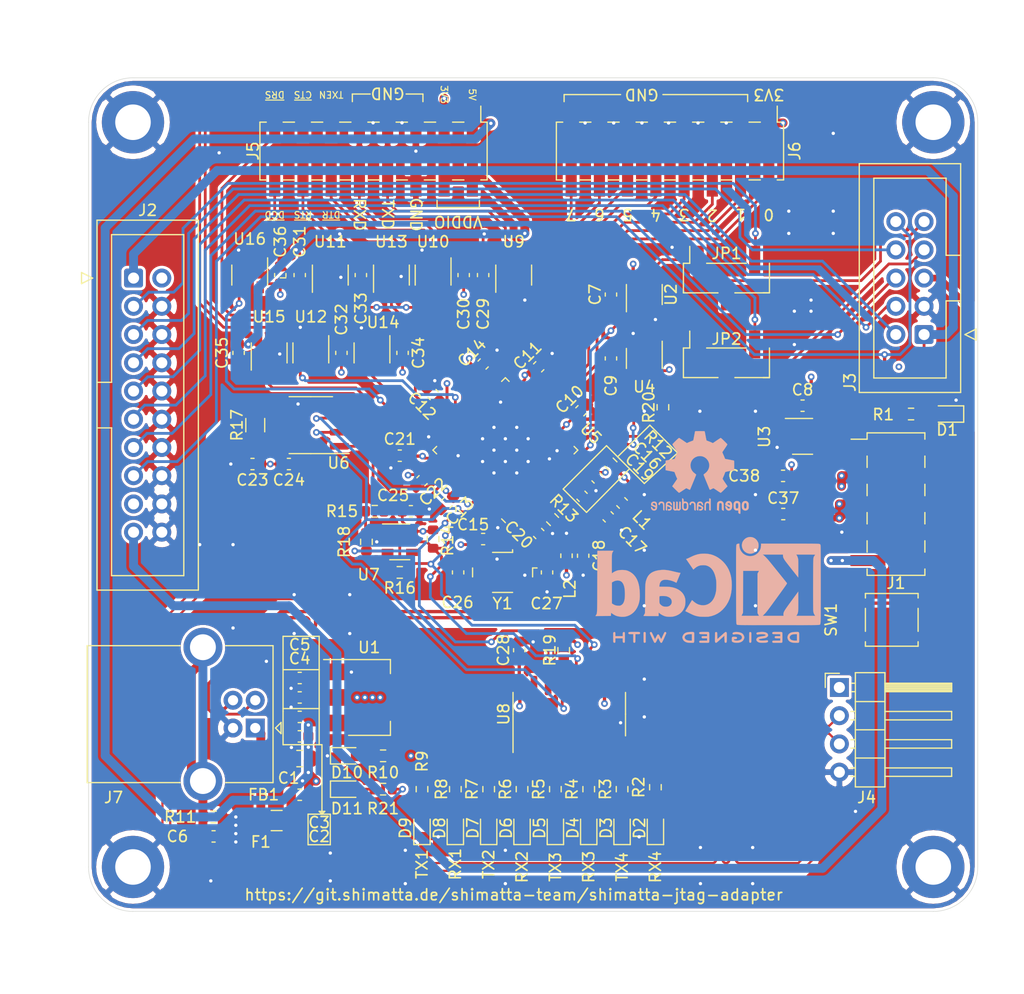
<source format=kicad_pcb>
(kicad_pcb (version 20171130) (host pcbnew 5.1.10)

  (general
    (thickness 1.6)
    (drawings 108)
    (tracks 1397)
    (zones 0)
    (modules 109)
    (nets 88)
  )

  (page A4)
  (title_block
    (title "Shimatta Jtag Adapter")
    (date 2021-05-14)
    (rev v1.0)
    (company Shimatta)
  )

  (layers
    (0 F.Cu signal)
    (1 In1.Cu power)
    (2 In2.Cu power)
    (31 B.Cu signal)
    (32 B.Adhes user)
    (33 F.Adhes user)
    (34 B.Paste user)
    (35 F.Paste user)
    (36 B.SilkS user)
    (37 F.SilkS user)
    (38 B.Mask user)
    (39 F.Mask user)
    (40 Dwgs.User user)
    (41 Cmts.User user)
    (42 Eco1.User user)
    (43 Eco2.User user)
    (44 Edge.Cuts user)
    (45 Margin user)
    (46 B.CrtYd user)
    (47 F.CrtYd user)
    (48 B.Fab user hide)
    (49 F.Fab user hide)
  )

  (setup
    (last_trace_width 0.25)
    (user_trace_width 0.3)
    (user_trace_width 0.6)
    (user_trace_width 0.8)
    (trace_clearance 0.2)
    (zone_clearance 0.254)
    (zone_45_only no)
    (trace_min 0.2)
    (via_size 0.6)
    (via_drill 0.3)
    (via_min_size 0.4)
    (via_min_drill 0.3)
    (user_via 0.9 0.5)
    (uvia_size 0.3)
    (uvia_drill 0.1)
    (uvias_allowed no)
    (uvia_min_size 0.2)
    (uvia_min_drill 0.1)
    (edge_width 0.05)
    (segment_width 0.2)
    (pcb_text_width 0.3)
    (pcb_text_size 1.5 1.5)
    (mod_edge_width 0.12)
    (mod_text_size 1 1)
    (mod_text_width 0.15)
    (pad_size 4.35 4.35)
    (pad_drill 0)
    (pad_to_mask_clearance 0)
    (aux_axis_origin 25 25)
    (grid_origin 25 25)
    (visible_elements FFFFFF7F)
    (pcbplotparams
      (layerselection 0x010fc_ffffffff)
      (usegerberextensions true)
      (usegerberattributes true)
      (usegerberadvancedattributes true)
      (creategerberjobfile true)
      (excludeedgelayer true)
      (linewidth 0.100000)
      (plotframeref false)
      (viasonmask false)
      (mode 1)
      (useauxorigin false)
      (hpglpennumber 1)
      (hpglpenspeed 20)
      (hpglpendiameter 15.000000)
      (psnegative false)
      (psa4output false)
      (plotreference true)
      (plotvalue true)
      (plotinvisibletext false)
      (padsonsilk false)
      (subtractmaskfromsilk false)
      (outputformat 1)
      (mirror false)
      (drillshape 0)
      (scaleselection 1)
      (outputdirectory "gerber/"))
  )

  (net 0 "")
  (net 1 GND)
  (net 2 +5V)
  (net 3 +3V3)
  (net 4 "Net-(C6-Pad2)")
  (net 5 /TARGET_VDDIO)
  (net 6 /FT4232H/VCORE)
  (net 7 "Net-(C17-Pad1)")
  (net 8 "Net-(C18-Pad1)")
  (net 9 "Net-(C26-Pad1)")
  (net 10 "Net-(C27-Pad1)")
  (net 11 /UART3_VDDIO)
  (net 12 "Net-(D1-Pad2)")
  (net 13 "Net-(D2-Pad2)")
  (net 14 "Net-(D3-Pad2)")
  (net 15 "Net-(D4-Pad2)")
  (net 16 "Net-(D5-Pad2)")
  (net 17 "Net-(D6-Pad2)")
  (net 18 "Net-(D7-Pad2)")
  (net 19 "Net-(D8-Pad2)")
  (net 20 "Net-(D9-Pad2)")
  (net 21 "Net-(D10-Pad2)")
  (net 22 /TEST_VCC_GND)
  (net 23 /~RTS~_VDDIO)
  (net 24 /~TARGET_RESET)
  (net 25 /TDO_SWO)
  (net 26 /RTCLK)
  (net 27 /TCK_SWCLK)
  (net 28 /TMS_SWDIO)
  (net 29 /TDI)
  (net 30 /~TRST)
  (net 31 "Net-(J3-Pad9)")
  (net 32 "Net-(J3-Pad7)")
  (net 33 /RS485-)
  (net 34 /RS485+)
  (net 35 "/UART3 Level Translation/~DCD3~_VDDIO")
  (net 36 "/UART3 Level Translation/~DSR3~_VDDIO")
  (net 37 "/UART3 Level Translation/~RTS3~_VDDIO")
  (net 38 "/UART3 Level Translation/~DTR3~_VDDIO")
  (net 39 "/UART3 Level Translation/TXDEN3_VDDIO")
  (net 40 "/UART3 Level Translation/RXD3_VDDIO")
  (net 41 "/UART3 Level Translation/TXD3_VDDIO")
  (net 42 /FT4232H/MPSSE2_7)
  (net 43 /FT4232H/MPSSE2_6)
  (net 44 /FT4232H/MPSSE2_5)
  (net 45 /FT4232H/MPSSE2_4)
  (net 46 /FT4232H/MPSSE2_3)
  (net 47 /FT4232H/MPSSE2_2)
  (net 48 /FT4232H/MPSSE2_1)
  (net 49 /FT4232H/MPSSE2_0)
  (net 50 /D+)
  (net 51 /D-)
  (net 52 "/Level trans Programming Connector/OUT_VDDIO")
  (net 53 "/Level trans Programming Connector/IN_VDDIO")
  (net 54 /FT4232H/D_RX_ACT)
  (net 55 /FT4232H/D_TX_ACT)
  (net 56 /FT4232H/C_RX_ACT)
  (net 57 /FT4232H/C_TX_ACT)
  (net 58 /FT4232H/B_RX_ACT)
  (net 59 /FT4232H/B_TX_ACT)
  (net 60 /FT4232H/A_RX_ACT)
  (net 61 /FT4232H/A_TX_ACT)
  (net 62 "Net-(R12-Pad1)")
  (net 63 "Net-(R13-Pad1)")
  (net 64 /FT4232H/EECS)
  (net 65 "Net-(R15-Pad2)")
  (net 66 /FT4232H/EECLK)
  (net 67 /FT4232H/EEDATA)
  (net 68 /FT4232H/~PWREN)
  (net 69 "/Level trans Programming Connector/IN_3V3")
  (net 70 "/Level trans Programming Connector/RTS_3V3")
  (net 71 "/Level trans Programming Connector/OUT_3V3")
  (net 72 /FT4232H/TXEN4)
  (net 73 /FT4232H/RXD4)
  (net 74 /FT4232H/TXD4)
  (net 75 /FT4232H/TXDEN3)
  (net 76 /FT4232H/~DCD3)
  (net 77 /FT4232H/~DSR3)
  (net 78 /FT4232H/~DTR3)
  (net 79 /FT4232H/~RTS3)
  (net 80 /FT4232H/RXD3)
  (net 81 /FT4232H/TXD3)
  (net 82 "/UART3 Level Translation/~CTS3~_VDDIO")
  (net 83 /FT4232H/~CTS3)
  (net 84 /JTAG_5V_SUPPLY)
  (net 85 "Net-(D11-Pad2)")
  (net 86 "Net-(F1-Pad2)")
  (net 87 "Net-(F1-Pad1)")

  (net_class Default "This is the default net class."
    (clearance 0.2)
    (trace_width 0.25)
    (via_dia 0.6)
    (via_drill 0.3)
    (uvia_dia 0.3)
    (uvia_drill 0.1)
    (diff_pair_width 0.25)
    (diff_pair_gap 0.25)
    (add_net +3V3)
    (add_net +5V)
    (add_net /FT4232H/A_RX_ACT)
    (add_net /FT4232H/A_TX_ACT)
    (add_net /FT4232H/B_RX_ACT)
    (add_net /FT4232H/B_TX_ACT)
    (add_net /FT4232H/C_RX_ACT)
    (add_net /FT4232H/C_TX_ACT)
    (add_net /FT4232H/D_RX_ACT)
    (add_net /FT4232H/D_TX_ACT)
    (add_net /FT4232H/EECLK)
    (add_net /FT4232H/EECS)
    (add_net /FT4232H/EEDATA)
    (add_net /FT4232H/MPSSE2_0)
    (add_net /FT4232H/MPSSE2_1)
    (add_net /FT4232H/MPSSE2_2)
    (add_net /FT4232H/MPSSE2_3)
    (add_net /FT4232H/MPSSE2_4)
    (add_net /FT4232H/MPSSE2_5)
    (add_net /FT4232H/MPSSE2_6)
    (add_net /FT4232H/MPSSE2_7)
    (add_net /FT4232H/RXD3)
    (add_net /FT4232H/RXD4)
    (add_net /FT4232H/TXD3)
    (add_net /FT4232H/TXD4)
    (add_net /FT4232H/TXDEN3)
    (add_net /FT4232H/TXEN4)
    (add_net /FT4232H/VCORE)
    (add_net /FT4232H/~CTS3)
    (add_net /FT4232H/~DCD3)
    (add_net /FT4232H/~DSR3)
    (add_net /FT4232H/~DTR3)
    (add_net /FT4232H/~PWREN)
    (add_net /FT4232H/~RTS3)
    (add_net /JTAG_5V_SUPPLY)
    (add_net "/Level trans Programming Connector/IN_3V3")
    (add_net "/Level trans Programming Connector/IN_VDDIO")
    (add_net "/Level trans Programming Connector/OUT_3V3")
    (add_net "/Level trans Programming Connector/OUT_VDDIO")
    (add_net "/Level trans Programming Connector/RTS_3V3")
    (add_net /RTCLK)
    (add_net /TARGET_VDDIO)
    (add_net /TCK_SWCLK)
    (add_net /TDI)
    (add_net /TDO_SWO)
    (add_net /TEST_VCC_GND)
    (add_net /TMS_SWDIO)
    (add_net "/UART3 Level Translation/RXD3_VDDIO")
    (add_net "/UART3 Level Translation/TXD3_VDDIO")
    (add_net "/UART3 Level Translation/TXDEN3_VDDIO")
    (add_net "/UART3 Level Translation/~CTS3~_VDDIO")
    (add_net "/UART3 Level Translation/~DCD3~_VDDIO")
    (add_net "/UART3 Level Translation/~DSR3~_VDDIO")
    (add_net "/UART3 Level Translation/~DTR3~_VDDIO")
    (add_net "/UART3 Level Translation/~RTS3~_VDDIO")
    (add_net /UART3_VDDIO)
    (add_net /~RTS~_VDDIO)
    (add_net /~TARGET_RESET)
    (add_net /~TRST)
    (add_net GND)
    (add_net "Net-(C17-Pad1)")
    (add_net "Net-(C18-Pad1)")
    (add_net "Net-(C26-Pad1)")
    (add_net "Net-(C27-Pad1)")
    (add_net "Net-(C6-Pad2)")
    (add_net "Net-(D1-Pad2)")
    (add_net "Net-(D10-Pad2)")
    (add_net "Net-(D11-Pad2)")
    (add_net "Net-(D2-Pad2)")
    (add_net "Net-(D3-Pad2)")
    (add_net "Net-(D4-Pad2)")
    (add_net "Net-(D5-Pad2)")
    (add_net "Net-(D6-Pad2)")
    (add_net "Net-(D7-Pad2)")
    (add_net "Net-(D8-Pad2)")
    (add_net "Net-(D9-Pad2)")
    (add_net "Net-(F1-Pad1)")
    (add_net "Net-(F1-Pad2)")
    (add_net "Net-(J3-Pad7)")
    (add_net "Net-(J3-Pad9)")
    (add_net "Net-(R12-Pad1)")
    (add_net "Net-(R13-Pad1)")
    (add_net "Net-(R15-Pad2)")
  )

  (net_class RS485 ""
    (clearance 0.5)
    (trace_width 0.2)
    (via_dia 0.6)
    (via_drill 0.3)
    (uvia_dia 0.3)
    (uvia_drill 0.1)
    (diff_pair_width 0.2)
    (diff_pair_gap 0.5)
    (add_net /RS485+)
    (add_net /RS485-)
  )

  (net_class USB ""
    (clearance 0.2)
    (trace_width 0.25)
    (via_dia 0.6)
    (via_drill 0.3)
    (uvia_dia 0.3)
    (uvia_drill 0.1)
    (diff_pair_width 0.3)
    (diff_pair_gap 0.25)
    (add_net /D+)
    (add_net /D-)
  )

  (module shimatta_artwork:shimatta_kanji_20mm_solder_mask (layer B.Cu) (tedit 0) (tstamp 60AAE957)
    (at 69.75 88 180)
    (fp_text reference G*** (at 0 0) (layer B.SilkS) hide
      (effects (font (size 1.524 1.524) (thickness 0.3)) (justify mirror))
    )
    (fp_text value LOGO (at 0.75 0) (layer B.SilkS) hide
      (effects (font (size 1.524 1.524) (thickness 0.3)) (justify mirror))
    )
    (fp_poly (pts (xy 9.428791 1.753801) (xy 9.567761 1.731641) (xy 9.667206 1.700045) (xy 9.761697 1.645722)
      (xy 9.822989 1.576357) (xy 9.855813 1.486306) (xy 9.858368 1.471966) (xy 9.862124 1.413942)
      (xy 9.846144 1.369373) (xy 9.819335 1.333673) (xy 9.781378 1.29583) (xy 9.735384 1.267393)
      (xy 9.673178 1.245282) (xy 9.586585 1.22642) (xy 9.495693 1.211812) (xy 9.397389 1.192146)
      (xy 9.273374 1.159472) (xy 9.133481 1.117016) (xy 8.987545 1.068002) (xy 8.845399 1.015655)
      (xy 8.716878 0.963201) (xy 8.66136 0.938204) (xy 8.588402 0.904309) (xy 8.53008 0.87777)
      (xy 8.494468 0.862231) (xy 8.487445 0.859693) (xy 8.474447 0.874529) (xy 8.460842 0.897485)
      (xy 8.444687 0.930782) (xy 8.440616 0.943057) (xy 8.456761 0.954676) (xy 8.501708 0.982387)
      (xy 8.57022 1.023082) (xy 8.657065 1.073654) (xy 8.757007 1.130996) (xy 8.763 1.13441)
      (xy 8.863594 1.192303) (xy 8.951369 1.243987) (xy 9.021081 1.286279) (xy 9.067485 1.315993)
      (xy 9.085336 1.329944) (xy 9.085385 1.330186) (xy 9.067291 1.336709) (xy 9.018671 1.344245)
      (xy 8.948012 1.351635) (xy 8.900733 1.355366) (xy 8.814954 1.359677) (xy 8.732203 1.359467)
      (xy 8.645159 1.353943) (xy 8.546496 1.342311) (xy 8.428892 1.323781) (xy 8.285022 1.297558)
      (xy 8.181769 1.277551) (xy 8.087012 1.260086) (xy 8.005697 1.247289) (xy 7.945677 1.240239)
      (xy 7.914804 1.240013) (xy 7.913115 1.240669) (xy 7.898633 1.267289) (xy 7.893539 1.306485)
      (xy 7.896969 1.33375) (xy 7.911797 1.356509) (xy 7.94483 1.38016) (xy 8.002873 1.410101)
      (xy 8.054731 1.434343) (xy 8.259047 1.524345) (xy 8.450867 1.601035) (xy 8.623126 1.661725)
      (xy 8.754126 1.700075) (xy 8.923632 1.734862) (xy 9.098237 1.755411) (xy 9.269453 1.761724)
      (xy 9.428791 1.753801)) (layer B.Mask) (width 0.01))
    (fp_poly (pts (xy 3.301209 1.629772) (xy 3.455957 1.617452) (xy 3.586106 1.595662) (xy 3.620461 1.586813)
      (xy 3.799648 1.524806) (xy 3.949231 1.448506) (xy 4.077466 1.353305) (xy 4.132385 1.301052)
      (xy 4.252335 1.152355) (xy 4.336366 0.989866) (xy 4.383796 0.816683) (xy 4.393941 0.635903)
      (xy 4.366121 0.450625) (xy 4.339226 0.361417) (xy 4.262261 0.200227) (xy 4.150017 0.051266)
      (xy 4.004678 -0.084345) (xy 3.828431 -0.205486) (xy 3.62346 -0.311038) (xy 3.39195 -0.399881)
      (xy 3.136087 -0.470894) (xy 2.858055 -0.522959) (xy 2.56004 -0.554955) (xy 2.54977 -0.555664)
      (xy 2.452095 -0.562584) (xy 2.352045 -0.570151) (xy 2.268301 -0.576945) (xy 2.254251 -0.578165)
      (xy 2.188341 -0.583117) (xy 2.151245 -0.581066) (xy 2.132887 -0.568837) (xy 2.123191 -0.543254)
      (xy 2.121415 -0.536295) (xy 2.114131 -0.495637) (xy 2.115569 -0.476534) (xy 2.13681 -0.470214)
      (xy 2.187543 -0.459437) (xy 2.258697 -0.446062) (xy 2.29725 -0.439298) (xy 2.600453 -0.375807)
      (xy 2.872729 -0.294923) (xy 3.113188 -0.197142) (xy 3.32094 -0.082957) (xy 3.495097 0.047136)
      (xy 3.634767 0.192644) (xy 3.739062 0.353072) (xy 3.745332 0.365489) (xy 3.799796 0.510355)
      (xy 3.824701 0.659415) (xy 3.821806 0.807143) (xy 3.792865 0.948013) (xy 3.739637 1.0765)
      (xy 3.663877 1.187078) (xy 3.567342 1.274223) (xy 3.451789 1.332407) (xy 3.436387 1.337282)
      (xy 3.329785 1.358) (xy 3.20153 1.366318) (xy 3.067026 1.362231) (xy 2.941678 1.345736)
      (xy 2.904282 1.337402) (xy 2.791716 1.300662) (xy 2.655402 1.242376) (xy 2.501756 1.165846)
      (xy 2.337192 1.074371) (xy 2.168124 0.971251) (xy 2.077079 0.911797) (xy 1.982701 0.849482)
      (xy 1.897066 0.794483) (xy 1.826482 0.750731) (xy 1.777255 0.722158) (xy 1.758369 0.713125)
      (xy 1.705349 0.713823) (xy 1.63319 0.738937) (xy 1.548908 0.783847) (xy 1.459517 0.843935)
      (xy 1.372034 0.914582) (xy 1.293475 0.991171) (xy 1.242341 1.052831) (xy 1.177176 1.155524)
      (xy 1.145756 1.240689) (xy 1.147669 1.309786) (xy 1.161677 1.339812) (xy 1.188745 1.371855)
      (xy 1.220071 1.383574) (xy 1.263202 1.374056) (xy 1.325686 1.342389) (xy 1.372393 1.314365)
      (xy 1.441864 1.275343) (xy 1.503115 1.252904) (xy 1.564969 1.2473) (xy 1.636248 1.25878)
      (xy 1.725773 1.287594) (xy 1.825982 1.32721) (xy 2.072117 1.421167) (xy 2.322841 1.502936)
      (xy 2.562838 1.567664) (xy 2.638504 1.584763) (xy 2.79051 1.610116) (xy 2.958372 1.626082)
      (xy 3.131976 1.632641) (xy 3.301209 1.629772)) (layer B.Mask) (width 0.01))
    (fp_poly (pts (xy -7.16573 3.644015) (xy -7.030481 3.628399) (xy -6.898306 3.608454) (xy -6.778602 3.585917)
      (xy -6.680766 3.562522) (xy -6.623226 3.543826) (xy -6.552282 3.503627) (xy -6.518969 3.457096)
      (xy -6.523039 3.407494) (xy -6.564241 3.35808) (xy -6.640956 3.312726) (xy -6.72123 3.276527)
      (xy -6.72123 1.953846) (xy -6.101652 1.953846) (xy -5.908326 2.177929) (xy -5.839612 2.256002)
      (xy -5.778657 2.322318) (xy -5.730438 2.371689) (xy -5.69993 2.398925) (xy -5.692898 2.402621)
      (xy -5.671923 2.389825) (xy -5.628642 2.354137) (xy -5.568405 2.300274) (xy -5.496558 2.232952)
      (xy -5.455081 2.19292) (xy -5.35528 2.092389) (xy -5.284164 2.012661) (xy -5.239564 1.950558)
      (xy -5.219311 1.902903) (xy -5.221236 1.866519) (xy -5.225852 1.857265) (xy -5.248293 1.85113)
      (xy -5.307629 1.846089) (xy -5.404272 1.842132) (xy -5.538636 1.839247) (xy -5.711135 1.837422)
      (xy -5.922182 1.836647) (xy -5.979922 1.836616) (xy -6.72123 1.836616) (xy -6.72123 -0.566615)
      (xy -6.259971 -0.566615) (xy -6.067574 -0.351692) (xy -5.999081 -0.276106) (xy -5.939554 -0.212155)
      (xy -5.893885 -0.164964) (xy -5.866969 -0.139654) (xy -5.862279 -0.136769) (xy -5.839937 -0.14918)
      (xy -5.795385 -0.182731) (xy -5.73498 -0.231894) (xy -5.665077 -0.291144) (xy -5.592032 -0.354955)
      (xy -5.522202 -0.417801) (xy -5.461942 -0.474155) (xy -5.417609 -0.518492) (xy -5.400017 -0.538674)
      (xy -5.367005 -0.588512) (xy -5.35926 -0.622387) (xy -5.366651 -0.641654) (xy -5.372793 -0.647595)
      (xy -5.384916 -0.652791) (xy -5.405554 -0.657303) (xy -5.437241 -0.661191) (xy -5.48251 -0.664515)
      (xy -5.543894 -0.667336) (xy -5.623926 -0.669713) (xy -5.725141 -0.671708) (xy -5.85007 -0.67338)
      (xy -6.001248 -0.67479) (xy -6.181207 -0.675998) (xy -6.392482 -0.677065) (xy -6.637605 -0.67805)
      (xy -6.919109 -0.679015) (xy -6.938394 -0.679077) (xy -7.220887 -0.67997) (xy -7.466876 -0.680669)
      (xy -7.678931 -0.681118) (xy -7.859624 -0.681261) (xy -8.011528 -0.681044) (xy -8.137214 -0.680411)
      (xy -8.239254 -0.679306) (xy -8.32022 -0.677674) (xy -8.382682 -0.67546) (xy -8.429214 -0.672608)
      (xy -8.462386 -0.669064) (xy -8.484771 -0.664771) (xy -8.49894 -0.659674) (xy -8.507465 -0.653718)
      (xy -8.512918 -0.646848) (xy -8.513997 -0.64515) (xy -8.533273 -0.606511) (xy -8.538307 -0.586419)
      (xy -8.518898 -0.580182) (xy -8.461154 -0.575092) (xy -8.365801 -0.571172) (xy -8.233566 -0.568445)
      (xy -8.065175 -0.566936) (xy -7.922846 -0.566615) (xy -7.307384 -0.566615) (xy -7.307384 1.836616)
      (xy -8.514275 1.836616) (xy -8.54583 1.884774) (xy -8.568455 1.922492) (xy -8.577384 1.94339)
      (xy -8.558611 1.94591) (xy -8.505349 1.948213) (xy -8.422187 1.950221) (xy -8.313714 1.951859)
      (xy -8.184518 1.953052) (xy -8.039187 1.953724) (xy -7.942384 1.953846) (xy -7.307384 1.953846)
      (xy -7.307384 3.657659) (xy -7.16573 3.644015)) (layer B.Mask) (width 0.01))
    (fp_poly (pts (xy 7.808064 0.395873) (xy 7.820909 0.35155) (xy 7.81349 0.27581) (xy 7.803742 0.231615)
      (xy 7.785801 0.109096) (xy 7.79887 0.006839) (xy 7.843916 -0.079884) (xy 7.874635 -0.11486)
      (xy 7.967303 -0.181671) (xy 8.093926 -0.23155) (xy 8.253218 -0.264447) (xy 8.443892 -0.280312)
      (xy 8.664663 -0.279096) (xy 8.914245 -0.260749) (xy 9.19135 -0.225221) (xy 9.47304 -0.176639)
      (xy 9.611859 -0.155568) (xy 9.723564 -0.15229) (xy 9.816229 -0.167606) (xy 9.89793 -0.202316)
      (xy 9.929424 -0.22186) (xy 9.997696 -0.283212) (xy 10.032198 -0.356505) (xy 10.037036 -0.450516)
      (xy 10.036934 -0.451773) (xy 10.019551 -0.537125) (xy 9.981122 -0.60896) (xy 9.919239 -0.66821)
      (xy 9.831497 -0.71581) (xy 9.715488 -0.752696) (xy 9.568805 -0.779801) (xy 9.389042 -0.79806)
      (xy 9.173792 -0.808407) (xy 9.114693 -0.809856) (xy 8.994114 -0.811858) (xy 8.883467 -0.812804)
      (xy 8.790078 -0.812701) (xy 8.721276 -0.811557) (xy 8.684846 -0.809444) (xy 8.638883 -0.803365)
      (xy 8.56704 -0.794119) (xy 8.482217 -0.783361) (xy 8.450385 -0.779361) (xy 8.230894 -0.738915)
      (xy 8.04091 -0.676709) (xy 7.881353 -0.593495) (xy 7.753145 -0.490023) (xy 7.657211 -0.367045)
      (xy 7.59447 -0.225311) (xy 7.565847 -0.065574) (xy 7.565408 -0.058531) (xy 7.562448 0.025892)
      (xy 7.566924 0.087191) (xy 7.581292 0.141001) (xy 7.605759 0.198179) (xy 7.643881 0.268184)
      (xy 7.687847 0.332317) (xy 7.730734 0.381887) (xy 7.765619 0.408201) (xy 7.774706 0.410308)
      (xy 7.808064 0.395873)) (layer B.Mask) (width 0.01))
    (fp_poly (pts (xy 7.338145 3.474443) (xy 7.446892 3.440014) (xy 7.562991 3.388053) (xy 7.677402 3.323667)
      (xy 7.781082 3.251965) (xy 7.864989 3.178057) (xy 7.920082 3.10705) (xy 7.921507 3.104439)
      (xy 7.959244 3.03404) (xy 7.81893 2.730595) (xy 7.772867 2.630313) (xy 7.733158 2.542594)
      (xy 7.702487 2.473468) (xy 7.683536 2.428966) (xy 7.678616 2.415191) (xy 7.695962 2.405068)
      (xy 7.743645 2.406271) (xy 7.815129 2.417185) (xy 7.903879 2.436192) (xy 8.00336 2.461677)
      (xy 8.107037 2.492023) (xy 8.208376 2.525615) (xy 8.30084 2.560835) (xy 8.344716 2.579933)
      (xy 8.438434 2.621079) (xy 8.508671 2.645305) (xy 8.566225 2.654449) (xy 8.621897 2.650345)
      (xy 8.679355 2.636833) (xy 8.767704 2.597385) (xy 8.837863 2.537316) (xy 8.884673 2.464285)
      (xy 8.902974 2.385949) (xy 8.892236 2.320845) (xy 8.849581 2.26) (xy 8.770149 2.200807)
      (xy 8.656228 2.144019) (xy 8.510109 2.090391) (xy 8.334081 2.040674) (xy 8.130434 1.995624)
      (xy 7.901456 1.955991) (xy 7.699682 1.928463) (xy 7.496055 1.903717) (xy 7.064105 0.624589)
      (xy 6.991253 0.40925) (xy 6.921584 0.204081) (xy 6.856174 0.012201) (xy 6.796095 -0.163273)
      (xy 6.742424 -0.319225) (xy 6.696235 -0.452538) (xy 6.658603 -0.560093) (xy 6.630602 -0.638775)
      (xy 6.613307 -0.685467) (xy 6.608432 -0.696984) (xy 6.548196 -0.768353) (xy 6.468858 -0.809727)
      (xy 6.379028 -0.81866) (xy 6.287319 -0.792703) (xy 6.281659 -0.789834) (xy 6.183737 -0.719536)
      (xy 6.117645 -0.627018) (xy 6.082975 -0.511562) (xy 6.077082 -0.429846) (xy 6.088269 -0.329409)
      (xy 6.12395 -0.222844) (xy 6.186639 -0.104136) (xy 6.259078 0.005238) (xy 6.317058 0.092554)
      (xy 6.37418 0.190956) (xy 6.432946 0.305617) (xy 6.495859 0.44171) (xy 6.565422 0.604407)
      (xy 6.644137 0.798883) (xy 6.649058 0.811302) (xy 6.698576 0.937705) (xy 6.750645 1.072924)
      (xy 6.803388 1.211851) (xy 6.854927 1.349379) (xy 6.903383 1.480396) (xy 6.94688 1.599796)
      (xy 6.983539 1.702469) (xy 7.011482 1.783306) (xy 7.028831 1.837198) (xy 7.033846 1.858104)
      (xy 7.015345 1.865235) (xy 6.963909 1.870215) (xy 6.885638 1.872683) (xy 6.792451 1.87238)
      (xy 6.689343 1.871214) (xy 6.615634 1.872673) (xy 6.561671 1.878103) (xy 6.517798 1.888851)
      (xy 6.474359 1.906264) (xy 6.44321 1.921096) (xy 6.324196 1.997966) (xy 6.220716 2.100695)
      (xy 6.142416 2.218832) (xy 6.1184 2.273068) (xy 6.087796 2.371327) (xy 6.076374 2.446686)
      (xy 6.082596 2.496419) (xy 6.104926 2.5178) (xy 6.141826 2.508101) (xy 6.19176 2.464595)
      (xy 6.212598 2.440172) (xy 6.281896 2.36957) (xy 6.361104 2.322749) (xy 6.458762 2.296368)
      (xy 6.583409 2.287084) (xy 6.604 2.286959) (xy 6.716122 2.289109) (xy 6.828914 2.294912)
      (xy 6.935173 2.303596) (xy 7.027694 2.314386) (xy 7.099275 2.326512) (xy 7.142712 2.339199)
      (xy 7.151763 2.345725) (xy 7.1613 2.373411) (xy 7.176626 2.431585) (xy 7.196021 2.512388)
      (xy 7.217765 2.607958) (xy 7.240139 2.710436) (xy 7.261423 2.81196) (xy 7.279899 2.904671)
      (xy 7.293846 2.980708) (xy 7.301117 3.028483) (xy 7.305167 3.07497) (xy 7.300115 3.108973)
      (xy 7.280462 3.141407) (xy 7.240706 3.183187) (xy 7.206953 3.215357) (xy 7.150084 3.267171)
      (xy 7.09965 3.309796) (xy 7.066126 3.334399) (xy 7.06502 3.335032) (xy 7.038815 3.363839)
      (xy 7.044428 3.397789) (xy 7.075931 3.431923) (xy 7.127394 3.461282) (xy 7.192887 3.480906)
      (xy 7.245794 3.486229) (xy 7.338145 3.474443)) (layer B.Mask) (width 0.01))
    (fp_poly (pts (xy -8.900627 3.686148) (xy -8.842414 3.668288) (xy -8.764568 3.642197) (xy -8.675465 3.610881)
      (xy -8.583481 3.577349) (xy -8.496994 3.544605) (xy -8.42438 3.515659) (xy -8.374017 3.493516)
      (xy -8.369508 3.491277) (xy -8.277195 3.438216) (xy -8.22267 3.390903) (xy -8.205385 3.347504)
      (xy -8.224792 3.306186) (xy -8.280344 3.265118) (xy -8.298961 3.255113) (xy -8.337113 3.234353)
      (xy -8.366557 3.21267) (xy -8.391987 3.183218) (xy -8.418101 3.139156) (xy -8.449593 3.073639)
      (xy -8.491159 2.979825) (xy -8.496937 2.966591) (xy -8.548331 2.852563) (xy -8.610388 2.720528)
      (xy -8.675268 2.586898) (xy -8.734797 2.468728) (xy -8.867489 2.21184) (xy -8.771283 2.152035)
      (xy -8.705668 2.103264) (xy -8.677637 2.059887) (xy -8.68668 2.018576) (xy -8.732288 1.976008)
      (xy -8.743219 1.96868) (xy -8.811362 1.924539) (xy -8.811738 0.517769) (xy -8.812113 -0.889)
      (xy -8.875479 -0.932013) (xy -8.977934 -0.988548) (xy -9.088107 -1.027523) (xy -9.195323 -1.046531)
      (xy -9.288907 -1.043165) (xy -9.32473 -1.033329) (xy -9.378461 -1.012743) (xy -9.378461 1.510364)
      (xy -9.568961 1.326369) (xy -9.685083 1.216199) (xy -9.784302 1.126131) (xy -9.86423 1.058185)
      (xy -9.92248 1.014379) (xy -9.956663 0.99673) (xy -9.95935 0.996462) (xy -9.988083 1.009886)
      (xy -10.000622 1.022071) (xy -10.00528 1.043101) (xy -9.992716 1.079674) (xy -9.960495 1.137038)
      (xy -9.914008 1.208794) (xy -9.717402 1.5262) (xy -9.533424 1.87007) (xy -9.367953 2.228378)
      (xy -9.226866 2.589099) (xy -9.196588 2.676769) (xy -9.157165 2.800379) (xy -9.115688 2.941245)
      (xy -9.07447 3.09045) (xy -9.035823 3.239075) (xy -9.002058 3.3782) (xy -8.975488 3.498907)
      (xy -8.958423 3.592278) (xy -8.957301 3.599962) (xy -8.947157 3.653955) (xy -8.93604 3.687421)
      (xy -8.930828 3.692769) (xy -8.900627 3.686148)) (layer B.Mask) (width 0.01))
    (fp_poly (pts (xy -3.838788 3.688729) (xy -3.763989 3.677918) (xy -3.672419 3.662305) (xy -3.574363 3.643857)
      (xy -3.48011 3.624543) (xy -3.399947 3.60633) (xy -3.344161 3.591186) (xy -3.331315 3.58657)
      (xy -3.283233 3.56018) (xy -3.253133 3.532073) (xy -3.250693 3.527326) (xy -3.253676 3.486941)
      (xy -3.283652 3.446101) (xy -3.321955 3.42193) (xy -3.347355 3.402506) (xy -3.390898 3.360148)
      (xy -3.445625 3.301872) (xy -3.484542 3.258039) (xy -3.616047 3.106616) (xy -1.188916 3.106616)
      (xy -0.994443 3.287346) (xy -0.921758 3.354128) (xy -0.85857 3.410747) (xy -0.810709 3.452087)
      (xy -0.784001 3.473031) (xy -0.781309 3.474482) (xy -0.757945 3.465597) (xy -0.712937 3.435671)
      (xy -0.653194 3.390341) (xy -0.585627 3.335241) (xy -0.517146 3.276008) (xy -0.454661 3.218278)
      (xy -0.405081 3.167687) (xy -0.404892 3.167477) (xy -0.364427 3.117627) (xy -0.338018 3.075387)
      (xy -0.332154 3.05723) (xy -0.345696 3.029063) (xy -0.38818 3.008895) (xy -0.462393 2.996103)
      (xy -0.571123 2.990066) (xy -0.636272 2.989385) (xy -0.840154 2.989385) (xy -0.840154 2.637693)
      (xy -0.839955 2.512617) (xy -0.838973 2.421319) (xy -0.836633 2.358498) (xy -0.832357 2.318856)
      (xy -0.82557 2.297091) (xy -0.815693 2.287906) (xy -0.802152 2.286001) (xy -0.801892 2.286)
      (xy -0.773311 2.298192) (xy -0.722344 2.331537) (xy -0.655775 2.381192) (xy -0.580392 2.442311)
      (xy -0.566873 2.453762) (xy -0.370116 2.621524) (xy -0.20152 2.487954) (xy -0.101103 2.405863)
      (xy -0.030828 2.341836) (xy 0.011944 2.292668) (xy 0.029851 2.255153) (xy 0.025534 2.226085)
      (xy 0.020288 2.218518) (xy 0.006592 2.208305) (xy -0.018542 2.20062) (xy -0.060041 2.195127)
      (xy -0.122832 2.19149) (xy -0.211843 2.189373) (xy -0.332 2.18844) (xy -0.422469 2.188308)
      (xy -0.840154 2.188308) (xy -0.840154 1.593302) (xy -0.685062 1.747483) (xy -0.529971 1.901665)
      (xy -0.416892 1.825179) (xy -0.334867 1.765382) (xy -0.256268 1.70045) (xy -0.186709 1.635942)
      (xy -0.131801 1.577421) (xy -0.097158 1.530448) (xy -0.088391 1.500584) (xy -0.088624 1.499911)
      (xy -0.098691 1.482757) (xy -0.117225 1.469664) (xy -0.149019 1.460093) (xy -0.198863 1.453502)
      (xy -0.271551 1.449351) (xy -0.371876 1.4471) (xy -0.504628 1.446209) (xy -0.565638 1.446113)
      (xy -0.700559 1.445507) (xy -0.800136 1.443739) (xy -0.868095 1.440561) (xy -0.908159 1.435727)
      (xy -0.924051 1.428988) (xy -0.922215 1.4224) (xy -0.89994 1.378095) (xy -0.914959 1.330448)
      (xy -0.957384 1.289539) (xy -1.016 1.247801) (xy -1.016 0.840154) (xy -0.954763 0.840154)
      (xy -0.922588 0.845115) (xy -0.885404 0.862752) (xy -0.837186 0.897197) (xy -0.771906 0.952581)
      (xy -0.712938 1.005923) (xy -0.532349 1.171691) (xy -0.437136 1.100731) (xy -0.362212 1.041551)
      (xy -0.288135 0.97735) (xy -0.223006 0.915706) (xy -0.174925 0.864198) (xy -0.154843 0.836626)
      (xy -0.150378 0.797665) (xy -0.167511 0.773126) (xy -0.183248 0.762647) (xy -0.210018 0.754793)
      (xy -0.252898 0.749212) (xy -0.316961 0.745549) (xy -0.407281 0.743451) (xy -0.528932 0.742563)
      (xy -0.607088 0.742462) (xy -1.016 0.742462) (xy -1.016 0) (xy -0.777399 0)
      (xy -0.593867 0.168471) (xy -0.410335 0.336941) (xy -0.301582 0.271047) (xy -0.201402 0.206185)
      (xy -0.109722 0.139119) (xy -0.033314 0.075413) (xy 0.021051 0.020627) (xy 0.044043 -0.012866)
      (xy 0.055086 -0.042142) (xy 0.056136 -0.065393) (xy 0.043528 -0.083305) (xy 0.013598 -0.096568)
      (xy -0.037319 -0.10587) (xy -0.11289 -0.111899) (xy -0.216779 -0.115343) (xy -0.352651 -0.11689)
      (xy -0.511734 -0.117231) (xy -1.016 -0.117231) (xy -1.016 -0.933208) (xy -1.087506 -0.987749)
      (xy -1.185199 -1.046446) (xy -1.289837 -1.082616) (xy -1.390375 -1.093543) (xy -1.465384 -1.080594)
      (xy -1.489548 -1.069612) (xy -1.508164 -1.052924) (xy -1.52195 -1.025778) (xy -1.531624 -0.983425)
      (xy -1.537903 -0.921114) (xy -1.541504 -0.834094) (xy -1.543143 -0.717615) (xy -1.543538 -0.566926)
      (xy -1.543538 -0.117231) (xy -2.789505 -0.117231) (xy -2.82106 -0.069072) (xy -2.843686 -0.031355)
      (xy -2.852615 -0.010456) (xy -2.834363 -0.00634) (xy -2.784749 -0.002986) (xy -2.711487 -0.000754)
      (xy -2.627923 0) (xy -2.40323 0) (xy -2.40323 0.742462) (xy -1.914769 0.742462)
      (xy -1.914769 0) (xy -1.543538 0) (xy -1.543538 0.742462) (xy -1.914769 0.742462)
      (xy -2.40323 0.742462) (xy -2.40323 1.051715) (xy -2.139645 0.945934) (xy -2.033634 0.903981)
      (xy -1.954204 0.874855) (xy -1.891918 0.856232) (xy -1.837336 0.845789) (xy -1.781019 0.841205)
      (xy -1.713529 0.840155) (xy -1.709799 0.840154) (xy -1.543538 0.840154) (xy -1.543538 1.445846)
      (xy -3.269734 1.445846) (xy -3.22478 1.397994) (xy -3.193696 1.350921) (xy -3.198734 1.311521)
      (xy -3.241062 1.276826) (xy -3.279299 1.259217) (xy -3.347723 1.215489) (xy -3.4213 1.139132)
      (xy -3.495173 1.035289) (xy -3.50324 1.022193) (xy -3.50304 1.010874) (xy -3.482699 1.003292)
      (xy -3.43701 0.998804) (xy -3.360771 0.996771) (xy -3.294315 0.996462) (xy -3.069766 0.996462)
      (xy -2.950823 1.106582) (xy -2.895677 1.15606) (xy -2.852243 1.192072) (xy -2.827588 1.208869)
      (xy -2.824715 1.209159) (xy -2.775384 1.154537) (xy -2.715674 1.084446) (xy -2.65204 1.006947)
      (xy -2.590935 0.9301) (xy -2.538814 0.861967) (xy -2.50213 0.810608) (xy -2.490487 0.791713)
      (xy -2.452077 0.719495) (xy -2.542253 0.638171) (xy -2.598689 0.57774) (xy -2.65799 0.499338)
      (xy -2.704546 0.424704) (xy -2.842318 0.207282) (xy -3.014183 -0.00561) (xy -3.215158 -0.209415)
      (xy -3.44026 -0.399573) (xy -3.684505 -0.571526) (xy -3.942909 -0.720716) (xy -3.974162 -0.736637)
      (xy -4.088406 -0.791489) (xy -4.208145 -0.844587) (xy -4.327462 -0.893763) (xy -4.440437 -0.936849)
      (xy -4.541154 -0.971675) (xy -4.623693 -0.996074) (xy -4.682137 -1.007877) (xy -4.709202 -1.005963)
      (xy -4.726996 -0.984631) (xy -4.71758 -0.956615) (xy -4.678522 -0.919173) (xy -4.607392 -0.86956)
      (xy -4.56464 -0.842757) (xy -4.403132 -0.737602) (xy -4.233187 -0.616258) (xy -4.067544 -0.488347)
      (xy -3.91894 -0.36349) (xy -3.863308 -0.313004) (xy -3.787703 -0.240715) (xy -3.739805 -0.190202)
      (xy -3.71731 -0.15821) (xy -3.717915 -0.141484) (xy -3.738587 -0.136769) (xy -3.78107 -0.117287)
      (xy -3.820654 -0.058853) (xy -3.857328 0.038514) (xy -3.871525 0.089701) (xy -3.906815 0.207959)
      (xy -3.947742 0.313481) (xy -3.990003 0.395869) (xy -4.010335 0.425196) (xy -4.029312 0.433861)
      (xy -4.061027 0.420594) (xy -4.112434 0.382371) (xy -4.11651 0.379044) (xy -4.166128 0.339461)
      (xy -4.23756 0.283857) (xy -4.321297 0.219579) (xy -4.407831 0.15397) (xy -4.408814 0.15323)
      (xy -4.496386 0.088548) (xy -4.558755 0.045947) (xy -4.600856 0.02263) (xy -4.627622 0.015805)
      (xy -4.642198 0.021044) (xy -4.665668 0.047567) (xy -4.669692 0.058518) (xy -4.658211 0.07954)
      (xy -4.627685 0.122519) (xy -4.583988 0.179311) (xy -4.569226 0.197779) (xy -4.448299 0.358015)
      (xy -4.322846 0.542513) (xy -4.294865 0.58749) (xy -3.890508 0.58749) (xy -3.8356 0.575698)
      (xy -3.688792 0.528463) (xy -3.57184 0.456138) (xy -3.484484 0.358533) (xy -3.448301 0.292551)
      (xy -3.426045 0.245503) (xy -3.410989 0.217928) (xy -3.408245 0.214923) (xy -3.396203 0.230153)
      (xy -3.368988 0.270413) (xy -3.33208 0.327556) (xy -3.325327 0.338219) (xy -3.293209 0.392001)
      (xy -3.252585 0.464244) (xy -3.207346 0.547503) (xy -3.16138 0.634332) (xy -3.118577 0.717286)
      (xy -3.082827 0.788919) (xy -3.058019 0.841786) (xy -3.048042 0.86844) (xy -3.048 0.869107)
      (xy -3.066402 0.872598) (xy -3.117068 0.875439) (xy -3.193188 0.877413) (xy -3.287952 0.878303)
      (xy -3.336192 0.878288) (xy -3.624384 0.877345) (xy -3.757446 0.732417) (xy -3.890508 0.58749)
      (xy -4.294865 0.58749) (xy -4.200895 0.738532) (xy -4.090472 0.933328) (xy -4.023013 1.064846)
      (xy -3.97584 1.163558) (xy -3.934287 1.253751) (xy -3.901728 1.327848) (xy -3.881541 1.378276)
      (xy -3.877172 1.392116) (xy -3.864379 1.445846) (xy -4.158466 1.445846) (xy -4.271732 1.446123)
      (xy -4.352365 1.447527) (xy -4.406807 1.45092) (xy -4.4415 1.457166) (xy -4.462888 1.467125)
      (xy -4.477412 1.481661) (xy -4.482969 1.489271) (xy -4.505622 1.526694) (xy -4.513384 1.547886)
      (xy -4.494954 1.553092) (xy -4.444093 1.557529) (xy -4.367445 1.560864) (xy -4.271653 1.562764)
      (xy -4.210538 1.563077) (xy -3.907692 1.563077) (xy -3.907692 2.187546) (xy -3.968842 2.188308)
      (xy -3.399692 2.188308) (xy -3.399692 1.563077) (xy -3.048 1.563077) (xy -3.048 2.188308)
      (xy -2.559538 2.188308) (xy -2.559538 1.563077) (xy -2.207846 1.563077) (xy -2.207846 2.188308)
      (xy -1.699846 2.188308) (xy -1.699846 1.563077) (xy -1.348154 1.563077) (xy -1.348154 2.188308)
      (xy -1.699846 2.188308) (xy -2.207846 2.188308) (xy -2.559538 2.188308) (xy -3.048 2.188308)
      (xy -3.399692 2.188308) (xy -3.968842 2.188308) (xy -4.330287 2.192812) (xy -4.469152 2.194669)
      (xy -4.574135 2.196694) (xy -4.650431 2.199452) (xy -4.703234 2.203508) (xy -4.737736 2.209429)
      (xy -4.759132 2.217781) (xy -4.772614 2.229129) (xy -4.782055 2.242039) (xy -4.811228 2.286)
      (xy -3.907692 2.286) (xy -3.907692 2.836336) (xy -3.961423 2.79507) (xy -4.064957 2.719143)
      (xy -4.180423 2.640194) (xy -4.292172 2.568698) (xy -4.358004 2.529707) (xy -4.419838 2.496305)
      (xy -4.458074 2.481376) (xy -4.482205 2.482607) (xy -4.499373 2.495286) (xy -4.510649 2.512321)
      (xy -4.509243 2.534879) (xy -4.492101 2.569936) (xy -4.456172 2.624472) (xy -4.421402 2.673524)
      (xy -4.28025 2.887249) (xy -4.222753 2.989385) (xy -3.399692 2.989385) (xy -3.399692 2.286)
      (xy -3.048 2.286) (xy -3.048 2.989385) (xy -2.559538 2.989385) (xy -2.559538 2.286)
      (xy -2.207846 2.286) (xy -2.207846 2.989385) (xy -1.699846 2.989385) (xy -1.699846 2.286)
      (xy -1.348154 2.286) (xy -1.348154 2.989385) (xy -1.699846 2.989385) (xy -2.207846 2.989385)
      (xy -2.559538 2.989385) (xy -3.048 2.989385) (xy -3.399692 2.989385) (xy -4.222753 2.989385)
      (xy -4.152701 3.113822) (xy -4.044642 3.341792) (xy -3.961957 3.559708) (xy -3.955336 3.580423)
      (xy -3.929027 3.650578) (xy -3.904108 3.686149) (xy -3.886527 3.692769) (xy -3.838788 3.688729)) (layer B.Mask) (width 0.01))
    (fp_poly (pts (xy -1.604197 -2.140316) (xy -1.583691 -2.16207) (xy -1.554825 -2.222457) (xy -1.564969 -2.280657)
      (xy -1.606016 -2.329961) (xy -1.663091 -2.36061) (xy -1.720121 -2.352623) (xy -1.769119 -2.316196)
      (xy -1.807529 -2.267479) (xy -1.812513 -2.223649) (xy -1.784674 -2.172211) (xy -1.776582 -2.161635)
      (xy -1.722409 -2.118489) (xy -1.66201 -2.111389) (xy -1.604197 -2.140316)) (layer B.Mask) (width 0.01))
    (fp_poly (pts (xy 0.160595 -2.6382) (xy 0.251543 -2.690716) (xy 0.305155 -2.746376) (xy 0.361462 -2.82013)
      (xy 0.367629 -3.172955) (xy 0.370974 -3.300648) (xy 0.375998 -3.407347) (xy 0.382346 -3.488043)
      (xy 0.389663 -3.537727) (xy 0.394445 -3.550659) (xy 0.426962 -3.567806) (xy 0.477705 -3.575506)
      (xy 0.481085 -3.575538) (xy 0.527206 -3.580264) (xy 0.545304 -3.598525) (xy 0.547077 -3.614615)
      (xy 0.545112 -3.629818) (xy 0.535291 -3.640467) (xy 0.511727 -3.647369) (xy 0.468532 -3.651332)
      (xy 0.399817 -3.653165) (xy 0.299695 -3.653676) (xy 0.262337 -3.653692) (xy 0.15131 -3.653332)
      (xy 0.073694 -3.65179) (xy 0.023827 -3.648375) (xy -0.003954 -3.642395) (xy -0.015312 -3.633159)
      (xy -0.01591 -3.619977) (xy -0.015862 -3.619724) (xy 0.006549 -3.589103) (xy 0.029532 -3.579886)
      (xy 0.081349 -3.570807) (xy 0.113572 -3.564328) (xy 0.158759 -3.55464) (xy 0.152649 -3.205149)
      (xy 0.150261 -3.080141) (xy 0.147568 -2.98807) (xy 0.14375 -2.922802) (xy 0.137985 -2.8782)
      (xy 0.129454 -2.848129) (xy 0.117336 -2.826454) (xy 0.10081 -2.807038) (xy 0.099171 -2.80529)
      (xy 0.036578 -2.76357) (xy -0.03513 -2.754361) (xy -0.107809 -2.775113) (xy -0.173313 -2.82328)
      (xy -0.2235 -2.896312) (xy -0.228621 -2.907851) (xy -0.242194 -2.959545) (xy -0.253632 -3.038622)
      (xy -0.26248 -3.135114) (xy -0.268284 -3.239052) (xy -0.270591 -3.340469) (xy -0.268945 -3.429395)
      (xy -0.262895 -3.495863) (xy -0.256582 -3.521807) (xy -0.234312 -3.559407) (xy -0.198201 -3.573968)
      (xy -0.16656 -3.575538) (xy -0.119225 -3.579843) (xy -0.100025 -3.59668) (xy -0.097692 -3.614615)
      (xy -0.099721 -3.630078) (xy -0.109812 -3.640817) (xy -0.13397 -3.64769) (xy -0.178201 -3.651554)
      (xy -0.248509 -3.653267) (xy -0.350899 -3.653687) (xy -0.37123 -3.653692) (xy -0.479474 -3.653402)
      (xy -0.554647 -3.651961) (xy -0.602754 -3.648509) (xy -0.629802 -3.642191) (xy -0.641794 -3.632147)
      (xy -0.644737 -3.61752) (xy -0.644769 -3.614615) (xy -0.637027 -3.587576) (xy -0.60689 -3.57675)
      (xy -0.577072 -3.575538) (xy -0.518134 -3.565276) (xy -0.489149 -3.537746) (xy -0.480668 -3.501652)
      (xy -0.474584 -3.435556) (xy -0.470888 -3.348461) (xy -0.46957 -3.249366) (xy -0.470621 -3.147275)
      (xy -0.474029 -3.051188) (xy -0.479786 -2.970106) (xy -0.487881 -2.913031) (xy -0.489839 -2.905077)
      (xy -0.526769 -2.821499) (xy -0.581001 -2.770807) (xy -0.645739 -2.754923) (xy -0.735999 -2.772852)
      (xy -0.809609 -2.825537) (xy -0.857691 -2.897328) (xy -0.874128 -2.935653) (xy -0.885556 -2.976451)
      (xy -0.892851 -3.027644) (xy -0.896891 -3.097155) (xy -0.898551 -3.192908) (xy -0.898769 -3.268719)
      (xy -0.898957 -3.381092) (xy -0.897858 -3.460528) (xy -0.89298 -3.513147) (xy -0.881827 -3.545071)
      (xy -0.861906 -3.56242) (xy -0.830724 -3.571314) (xy -0.785786 -3.577876) (xy -0.771993 -3.579886)
      (xy -0.737045 -3.599604) (xy -0.726599 -3.619724) (xy -0.727068 -3.632977) (xy -0.738204 -3.642272)
      (xy -0.765671 -3.648299) (xy -0.815131 -3.651751) (xy -0.892246 -3.653318) (xy -1.002681 -3.653692)
      (xy -1.004798 -3.653692) (xy -1.115579 -3.653422) (xy -1.193172 -3.652075) (xy -1.243464 -3.648841)
      (xy -1.272345 -3.642913) (xy -1.285701 -3.633483) (xy -1.289421 -3.619742) (xy -1.289538 -3.614615)
      (xy -1.281558 -3.587305) (xy -1.250719 -3.576588) (xy -1.223546 -3.575538) (xy -1.171735 -3.568031)
      (xy -1.136293 -3.549836) (xy -1.135183 -3.548583) (xy -1.126419 -3.520919) (xy -1.120558 -3.461291)
      (xy -1.117515 -3.367712) (xy -1.117204 -3.238197) (xy -1.118137 -3.152929) (xy -1.123461 -2.784231)
      (xy -1.2065 -2.778222) (xy -1.259273 -2.771553) (xy -1.283456 -2.75743) (xy -1.289521 -2.729362)
      (xy -1.289538 -2.72677) (xy -1.283524 -2.697315) (xy -1.26157 -2.677357) (xy -1.217814 -2.665198)
      (xy -1.146392 -2.659141) (xy -1.050192 -2.657497) (xy -0.898769 -2.657231) (xy -0.898769 -2.796998)
      (xy -0.84595 -2.734227) (xy -0.763361 -2.663556) (xy -0.667196 -2.625176) (xy -0.56548 -2.618811)
      (xy -0.466237 -2.644187) (xy -0.377492 -2.701029) (xy -0.331335 -2.751852) (xy -0.288541 -2.809733)
      (xy -0.232075 -2.745421) (xy -0.144368 -2.670997) (xy -0.044757 -2.628328) (xy 0.059363 -2.6174)
      (xy 0.160595 -2.6382)) (layer B.Mask) (width 0.01))
    (fp_poly (pts (xy -1.582615 -3.083342) (xy -1.58228 -3.233448) (xy -1.580547 -3.349095) (xy -1.576328 -3.434903)
      (xy -1.568531 -3.495488) (xy -1.556067 -3.535469) (xy -1.537846 -3.559462) (xy -1.512778 -3.572087)
      (xy -1.479772 -3.577961) (xy -1.465544 -3.579329) (xy -1.411112 -3.592934) (xy -1.390842 -3.6195)
      (xy -1.391255 -3.63262) (xy -1.401988 -3.641894) (xy -1.428615 -3.647979) (xy -1.476706 -3.651534)
      (xy -1.551833 -3.653217) (xy -1.659566 -3.653686) (xy -1.680307 -3.653692) (xy -1.793804 -3.653357)
      (xy -1.873798 -3.651914) (xy -1.92586 -3.648705) (xy -1.955563 -3.64307) (xy -1.968476 -3.634354)
      (xy -1.970172 -3.621896) (xy -1.969772 -3.6195) (xy -1.94684 -3.591502) (xy -1.89507 -3.579329)
      (xy -1.854041 -3.573348) (xy -1.823876 -3.56009) (xy -1.802917 -3.534231) (xy -1.789507 -3.490442)
      (xy -1.781989 -3.423396) (xy -1.778706 -3.327767) (xy -1.778 -3.203015) (xy -1.778767 -3.0925)
      (xy -1.780883 -2.991401) (xy -1.784064 -2.908196) (xy -1.788029 -2.851364) (xy -1.790211 -2.835519)
      (xy -1.800191 -2.798932) (xy -1.818621 -2.780954) (xy -1.85709 -2.775001) (xy -1.897673 -2.774461)
      (xy -1.954825 -2.772684) (xy -1.983001 -2.764085) (xy -1.992252 -2.743769) (xy -1.992923 -2.728057)
      (xy -1.985342 -2.69869) (xy -1.959152 -2.6783) (xy -1.909184 -2.665512) (xy -1.830268 -2.658951)
      (xy -1.726711 -2.657231) (xy -1.582615 -2.657231) (xy -1.582615 -3.083342)) (layer B.Mask) (width 0.01))
    (fp_poly (pts (xy -2.91123 -2.430945) (xy -2.901461 -2.796672) (xy -2.842846 -2.734314) (xy -2.752705 -2.662809)
      (xy -2.653214 -2.624266) (xy -2.551077 -2.617008) (xy -2.453001 -2.63936) (xy -2.365692 -2.689645)
      (xy -2.295854 -2.76619) (xy -2.250195 -2.867316) (xy -2.246092 -2.883435) (xy -2.239748 -2.930158)
      (xy -2.234338 -3.006749) (xy -2.230311 -3.104) (xy -2.228116 -3.212704) (xy -2.22785 -3.257666)
      (xy -2.227868 -3.372491) (xy -2.22676 -3.454252) (xy -2.222159 -3.508944) (xy -2.211699 -3.542561)
      (xy -2.193012 -3.561095) (xy -2.163733 -3.570542) (xy -2.121493 -3.576895) (xy -2.100609 -3.579886)
      (xy -2.06566 -3.599604) (xy -2.055215 -3.619724) (xy -2.055683 -3.632977) (xy -2.066819 -3.642272)
      (xy -2.094286 -3.648299) (xy -2.143746 -3.651751) (xy -2.220862 -3.653318) (xy -2.331296 -3.653692)
      (xy -2.333413 -3.653692) (xy -2.444194 -3.653422) (xy -2.521787 -3.652075) (xy -2.57208 -3.648841)
      (xy -2.60096 -3.642913) (xy -2.614317 -3.633483) (xy -2.618036 -3.619742) (xy -2.618154 -3.614615)
      (xy -2.609948 -3.587056) (xy -2.578457 -3.576447) (xy -2.553677 -3.575538) (xy -2.5133 -3.573452)
      (xy -2.48406 -3.563589) (xy -2.464167 -3.540546) (xy -2.451834 -3.498918) (xy -2.445274 -3.433301)
      (xy -2.4427 -3.338291) (xy -2.442307 -3.238849) (xy -2.444045 -3.100024) (xy -2.45012 -2.994317)
      (xy -2.461822 -2.915887) (xy -2.480444 -2.858894) (xy -2.507278 -2.817497) (xy -2.542283 -2.786784)
      (xy -2.613761 -2.758645) (xy -2.692497 -2.763385) (xy -2.769991 -2.798125) (xy -2.837745 -2.859986)
      (xy -2.862384 -2.895227) (xy -2.87811 -2.926302) (xy -2.889459 -2.963869) (xy -2.897366 -3.015172)
      (xy -2.902763 -3.087453) (xy -2.906584 -3.187955) (xy -2.90819 -3.250861) (xy -2.910513 -3.370015)
      (xy -2.90986 -3.455655) (xy -2.904363 -3.513325) (xy -2.892152 -3.548574) (xy -2.871359 -3.566947)
      (xy -2.840114 -3.57399) (xy -2.798884 -3.575239) (xy -2.753791 -3.580646) (xy -2.736686 -3.600511)
      (xy -2.735384 -3.614615) (xy -2.737349 -3.629818) (xy -2.74717 -3.640467) (xy -2.770734 -3.647369)
      (xy -2.81393 -3.651332) (xy -2.882644 -3.653165) (xy -2.982766 -3.653676) (xy -3.020125 -3.653692)
      (xy -3.131152 -3.653332) (xy -3.208767 -3.65179) (xy -3.258634 -3.648375) (xy -3.286416 -3.642395)
      (xy -3.297774 -3.633159) (xy -3.298371 -3.619977) (xy -3.298323 -3.619724) (xy -3.275912 -3.589103)
      (xy -3.252929 -3.579886) (xy -3.200774 -3.570769) (xy -3.169862 -3.564573) (xy -3.125648 -3.555128)
      (xy -3.130786 -2.876603) (xy -3.135923 -2.198077) (xy -3.22873 -2.192122) (xy -3.2852 -2.186309)
      (xy -3.312659 -2.174677) (xy -3.321171 -2.151626) (xy -3.321538 -2.140481) (xy -3.318178 -2.112275)
      (xy -3.303776 -2.09318) (xy -3.271855 -2.081173) (xy -3.215934 -2.074236) (xy -3.129534 -2.070346)
      (xy -3.093615 -2.069396) (xy -2.921 -2.065219) (xy -2.91123 -2.430945)) (layer B.Mask) (width 0.01))
    (fp_poly (pts (xy 4.134035 -2.624029) (xy 4.182149 -2.635312) (xy 4.230186 -2.656367) (xy 4.238703 -2.660758)
      (xy 4.295999 -2.692909) (xy 4.338535 -2.725226) (xy 4.368629 -2.76404) (xy 4.388598 -2.815684)
      (xy 4.400759 -2.886491) (xy 4.407429 -2.982792) (xy 4.410925 -3.11092) (xy 4.411305 -3.13242)
      (xy 4.413773 -3.268998) (xy 4.416709 -3.371269) (xy 4.421345 -3.443996) (xy 4.428912 -3.491941)
      (xy 4.440642 -3.519868) (xy 4.457766 -3.532538) (xy 4.481517 -3.534714) (xy 4.513124 -3.531159)
      (xy 4.514366 -3.530992) (xy 4.574801 -3.528252) (xy 4.602733 -3.542499) (xy 4.601888 -3.576081)
      (xy 4.599004 -3.584267) (xy 4.565512 -3.623526) (xy 4.505057 -3.654325) (xy 4.429621 -3.671409)
      (xy 4.396191 -3.673231) (xy 4.330445 -3.665009) (xy 4.281674 -3.635069) (xy 4.268221 -3.621531)
      (xy 4.236391 -3.582692) (xy 4.220665 -3.554692) (xy 4.220308 -3.552152) (xy 4.206786 -3.551941)
      (xy 4.172559 -3.571718) (xy 4.151963 -3.586602) (xy 4.037525 -3.652649) (xy 3.913524 -3.687153)
      (xy 3.788526 -3.689048) (xy 3.6711 -3.657264) (xy 3.653241 -3.648807) (xy 3.575561 -3.590347)
      (xy 3.530853 -3.512415) (xy 3.52127 -3.419334) (xy 3.525138 -3.391337) (xy 3.525834 -3.389277)
      (xy 3.751385 -3.389277) (xy 3.765893 -3.476624) (xy 3.806381 -3.537453) (xy 3.868297 -3.569636)
      (xy 3.947088 -3.571042) (xy 4.038201 -3.539541) (xy 4.054231 -3.530961) (xy 4.131154 -3.469167)
      (xy 4.179087 -3.385009) (xy 4.199659 -3.275234) (xy 4.200739 -3.238127) (xy 4.20077 -3.125409)
      (xy 4.147039 -3.137413) (xy 4.005283 -3.173125) (xy 3.898886 -3.210039) (xy 3.824142 -3.250513)
      (xy 3.777351 -3.296903) (xy 3.75481 -3.351567) (xy 3.751385 -3.389277) (xy 3.525834 -3.389277)
      (xy 3.550482 -3.316353) (xy 3.598369 -3.251214) (xy 3.671884 -3.194174) (xy 3.77411 -3.143485)
      (xy 3.908131 -3.0974) (xy 4.077031 -3.054171) (xy 4.147039 -3.038956) (xy 4.182239 -3.02674)
      (xy 4.197497 -3.001436) (xy 4.20077 -2.951207) (xy 4.190307 -2.855209) (xy 4.157338 -2.787629)
      (xy 4.104887 -2.746089) (xy 4.026609 -2.722112) (xy 3.934077 -2.717321) (xy 3.847506 -2.732499)
      (xy 3.83837 -2.735741) (xy 3.801509 -2.756724) (xy 3.794777 -2.787791) (xy 3.798021 -2.804125)
      (xy 3.812669 -2.863271) (xy 3.821682 -2.899549) (xy 3.816621 -2.950785) (xy 3.783408 -2.996248)
      (xy 3.732546 -3.024438) (xy 3.703957 -3.028461) (xy 3.655872 -3.011601) (xy 3.611064 -2.969855)
      (xy 3.581322 -2.916476) (xy 3.575612 -2.884172) (xy 3.592791 -2.818384) (xy 3.638481 -2.750973)
      (xy 3.704233 -2.693009) (xy 3.735965 -2.674057) (xy 3.80207 -2.647582) (xy 3.883198 -2.631325)
      (xy 3.985846 -2.623066) (xy 4.072911 -2.620589) (xy 4.134035 -2.624029)) (layer B.Mask) (width 0.01))
    (fp_poly (pts (xy 2.977889 -2.220577) (xy 2.989051 -2.233889) (xy 2.996212 -2.264192) (xy 3.000678 -2.318126)
      (xy 3.003756 -2.402331) (xy 3.004679 -2.437423) (xy 3.010203 -2.657231) (xy 3.165871 -2.657231)
      (xy 3.2432 -2.657756) (xy 3.289442 -2.661005) (xy 3.312586 -2.669483) (xy 3.320621 -2.685697)
      (xy 3.321539 -2.706077) (xy 3.319873 -2.730302) (xy 3.309561 -2.744808) (xy 3.282629 -2.752086)
      (xy 3.231105 -2.754626) (xy 3.165231 -2.754923) (xy 3.008923 -2.754923) (xy 3.008923 -3.116384)
      (xy 3.009198 -3.244484) (xy 3.0104 -3.339342) (xy 3.0131 -3.40679) (xy 3.017865 -3.452661)
      (xy 3.025266 -3.482788) (xy 3.035872 -3.503005) (xy 3.048 -3.516923) (xy 3.10635 -3.552186)
      (xy 3.168114 -3.552519) (xy 3.223333 -3.519711) (xy 3.251566 -3.480363) (xy 3.27189 -3.427198)
      (xy 3.288956 -3.360597) (xy 3.291638 -3.345961) (xy 3.303463 -3.293252) (xy 3.320872 -3.269071)
      (xy 3.351893 -3.262946) (xy 3.355285 -3.262923) (xy 3.38444 -3.265205) (xy 3.397578 -3.278679)
      (xy 3.398595 -3.313283) (xy 3.393567 -3.360604) (xy 3.365773 -3.486881) (xy 3.315386 -3.581707)
      (xy 3.241303 -3.646267) (xy 3.142419 -3.681748) (xy 3.088355 -3.688628) (xy 3.01614 -3.689982)
      (xy 2.964142 -3.679081) (xy 2.914397 -3.651992) (xy 2.911231 -3.64986) (xy 2.874127 -3.62076)
      (xy 2.845838 -3.586644) (xy 2.825182 -3.542043) (xy 2.810978 -3.481493) (xy 2.802044 -3.399525)
      (xy 2.797199 -3.290672) (xy 2.79526 -3.149469) (xy 2.795103 -3.112623) (xy 2.794 -2.75717)
      (xy 2.710962 -2.751162) (xy 2.655959 -2.743228) (xy 2.629795 -2.72651) (xy 2.623153 -2.706077)
      (xy 2.631409 -2.674445) (xy 2.668702 -2.64438) (xy 2.700291 -2.627923) (xy 2.771841 -2.584089)
      (xy 2.824234 -2.526111) (xy 2.863446 -2.445303) (xy 2.891324 -2.350359) (xy 2.91104 -2.278076)
      (xy 2.928744 -2.236994) (xy 2.948357 -2.219688) (xy 2.96142 -2.217615) (xy 2.977889 -2.220577)) (layer B.Mask) (width 0.01))
    (fp_poly (pts (xy 2.134779 -2.216303) (xy 2.147307 -2.228949) (xy 2.155214 -2.256355) (xy 2.159977 -2.305421)
      (xy 2.163072 -2.383045) (xy 2.164525 -2.437423) (xy 2.170049 -2.657231) (xy 2.327076 -2.657231)
      (xy 2.404733 -2.6578) (xy 2.450924 -2.660989) (xy 2.47326 -2.669015) (xy 2.47935 -2.684097)
      (xy 2.477859 -2.701192) (xy 2.471647 -2.723494) (xy 2.455225 -2.737184) (xy 2.420203 -2.744904)
      (xy 2.358189 -2.749299) (xy 2.320193 -2.75086) (xy 2.16877 -2.756567) (xy 2.16877 -3.112859)
      (xy 2.169342 -3.245244) (xy 2.171343 -3.344145) (xy 2.175197 -3.415141) (xy 2.181328 -3.46381)
      (xy 2.19016 -3.495732) (xy 2.199185 -3.512575) (xy 2.243766 -3.548597) (xy 2.297876 -3.553845)
      (xy 2.352703 -3.532052) (xy 2.399437 -3.486951) (xy 2.429266 -3.422273) (xy 2.43109 -3.414346)
      (xy 2.443721 -3.353742) (xy 2.452449 -3.311769) (xy 2.471087 -3.273712) (xy 2.512304 -3.262927)
      (xy 2.513582 -3.262923) (xy 2.543027 -3.264893) (xy 2.556494 -3.277318) (xy 2.557615 -3.309964)
      (xy 2.551165 -3.363995) (xy 2.520761 -3.487567) (xy 2.465044 -3.582903) (xy 2.382053 -3.653097)
      (xy 2.36024 -3.665318) (xy 2.291732 -3.686001) (xy 2.208022 -3.691374) (xy 2.128819 -3.681235)
      (xy 2.092499 -3.668058) (xy 2.047491 -3.634999) (xy 2.004847 -3.589185) (xy 2.004576 -3.588822)
      (xy 1.990478 -3.567274) (xy 1.979874 -3.541935) (xy 1.97215 -3.506993) (xy 1.96669 -3.456633)
      (xy 1.962881 -3.385044) (xy 1.960108 -3.286412) (xy 1.957757 -3.154925) (xy 1.957592 -3.144322)
      (xy 1.951569 -2.754923) (xy 1.864785 -2.754923) (xy 1.810898 -2.752753) (xy 1.785539 -2.74247)
      (xy 1.778236 -2.718408) (xy 1.778 -2.707988) (xy 1.78917 -2.669501) (xy 1.828657 -2.643689)
      (xy 1.84066 -2.63921) (xy 1.916877 -2.59926) (xy 1.975812 -2.536169) (xy 2.020275 -2.445345)
      (xy 2.053082 -2.322197) (xy 2.060796 -2.279902) (xy 2.072651 -2.231189) (xy 2.090988 -2.211978)
      (xy 2.116152 -2.211517) (xy 2.134779 -2.216303)) (layer B.Mask) (width 0.01))
    (fp_poly (pts (xy 1.281889 -2.625235) (xy 1.35408 -2.639007) (xy 1.418751 -2.666585) (xy 1.481804 -2.707759)
      (xy 1.490849 -2.715425) (xy 1.553308 -2.771207) (xy 1.563564 -3.129411) (xy 1.567715 -3.245141)
      (xy 1.572994 -3.348271) (xy 1.57893 -3.432072) (xy 1.585051 -3.489815) (xy 1.59052 -3.514271)
      (xy 1.621864 -3.532029) (xy 1.682841 -3.530784) (xy 1.732532 -3.52706) (xy 1.754343 -3.53598)
      (xy 1.758462 -3.554831) (xy 1.740226 -3.602654) (xy 1.689967 -3.640684) (xy 1.614362 -3.664558)
      (xy 1.584271 -3.668656) (xy 1.521456 -3.671511) (xy 1.480693 -3.661986) (xy 1.445805 -3.635793)
      (xy 1.440421 -3.630505) (xy 1.405182 -3.590236) (xy 1.384448 -3.557311) (xy 1.383959 -3.555952)
      (xy 1.369919 -3.545603) (xy 1.338585 -3.559455) (xy 1.298034 -3.588839) (xy 1.237128 -3.630119)
      (xy 1.174901 -3.662931) (xy 1.154739 -3.670815) (xy 1.067219 -3.688301) (xy 0.969072 -3.690589)
      (xy 0.877577 -3.678236) (xy 0.82469 -3.660184) (xy 0.744988 -3.605701) (xy 0.69927 -3.534893)
      (xy 0.683885 -3.441954) (xy 0.683846 -3.43619) (xy 0.686252 -3.401029) (xy 0.911215 -3.401029)
      (xy 0.915671 -3.46142) (xy 0.938699 -3.50419) (xy 0.96608 -3.530724) (xy 1.014251 -3.563687)
      (xy 1.064001 -3.572515) (xy 1.100877 -3.569299) (xy 1.16548 -3.552873) (xy 1.221927 -3.526276)
      (xy 1.228025 -3.522031) (xy 1.291206 -3.464621) (xy 1.331243 -3.399056) (xy 1.354073 -3.313462)
      (xy 1.361257 -3.255587) (xy 1.367045 -3.18541) (xy 1.366887 -3.146315) (xy 1.359234 -3.130556)
      (xy 1.342538 -3.130386) (xy 1.336539 -3.131936) (xy 1.296977 -3.141887) (xy 1.235589 -3.156274)
      (xy 1.191846 -3.166146) (xy 1.073844 -3.199818) (xy 0.990757 -3.242205) (xy 0.938825 -3.296458)
      (xy 0.914285 -3.365723) (xy 0.911215 -3.401029) (xy 0.686252 -3.401029) (xy 0.688232 -3.372117)
      (xy 0.706532 -3.323776) (xy 0.746465 -3.27193) (xy 0.752394 -3.265315) (xy 0.812501 -3.210537)
      (xy 0.889162 -3.163405) (xy 0.987601 -3.121827) (xy 1.113046 -3.083712) (xy 1.270722 -3.046968)
      (xy 1.326119 -3.035696) (xy 1.352917 -3.027456) (xy 1.364665 -3.00962) (xy 1.364603 -2.971489)
      (xy 1.35919 -2.926418) (xy 1.348005 -2.861639) (xy 1.334451 -2.809178) (xy 1.327644 -2.792185)
      (xy 1.289845 -2.757473) (xy 1.22536 -2.73215) (xy 1.146124 -2.719638) (xy 1.080054 -2.721162)
      (xy 1.001244 -2.738478) (xy 0.956495 -2.767989) (xy 0.947455 -2.80826) (xy 0.955478 -2.829513)
      (xy 0.975273 -2.895593) (xy 0.966716 -2.954334) (xy 0.936558 -2.99953) (xy 0.891551 -3.024976)
      (xy 0.838446 -3.024465) (xy 0.783995 -2.991793) (xy 0.781539 -2.989384) (xy 0.746802 -2.930557)
      (xy 0.744258 -2.86267) (xy 0.770445 -2.792651) (xy 0.821898 -2.727426) (xy 0.895153 -2.673923)
      (xy 0.951683 -2.649098) (xy 1.050558 -2.627276) (xy 1.167021 -2.619162) (xy 1.281889 -2.625235)) (layer B.Mask) (width 0.01))
    (fp_poly (pts (xy -3.948741 -2.077681) (xy -3.842571 -2.106575) (xy -3.745245 -2.159437) (xy -3.73239 -2.168381)
      (xy -3.676586 -2.208118) (xy -3.634238 -2.139597) (xy -3.599519 -2.096334) (xy -3.564972 -2.072617)
      (xy -3.556581 -2.071077) (xy -3.536411 -2.077165) (xy -3.521291 -2.098637) (xy -3.51037 -2.140308)
      (xy -3.502799 -2.206991) (xy -3.49773 -2.303499) (xy -3.494546 -2.422769) (xy -3.492947 -2.519225)
      (xy -3.493504 -2.583451) (xy -3.497349 -2.622281) (xy -3.505619 -2.642547) (xy -3.519446 -2.651084)
      (xy -3.532881 -2.653716) (xy -3.573956 -2.64517) (xy -3.587958 -2.624409) (xy -3.646019 -2.4834)
      (xy -3.713402 -2.367277) (xy -3.781292 -2.287532) (xy -3.873546 -2.221697) (xy -3.97294 -2.182951)
      (xy -4.073355 -2.169839) (xy -4.168668 -2.180907) (xy -4.252758 -2.214702) (xy -4.319504 -2.269769)
      (xy -4.362784 -2.344655) (xy -4.376615 -2.428933) (xy -4.365582 -2.497361) (xy -4.33035 -2.556287)
      (xy -4.267717 -2.607919) (xy -4.174483 -2.654462) (xy -4.047446 -2.698125) (xy -3.945975 -2.725816)
      (xy -3.85389 -2.75024) (xy -3.76859 -2.774776) (xy -3.701899 -2.795929) (xy -3.674447 -2.806076)
      (xy -3.567882 -2.870419) (xy -3.488399 -2.961286) (xy -3.438303 -3.074985) (xy -3.419896 -3.207823)
      (xy -3.41985 -3.214077) (xy -3.436648 -3.351761) (xy -3.486035 -3.470533) (xy -3.565609 -3.56705)
      (xy -3.67297 -3.637969) (xy -3.743839 -3.665108) (xy -3.837888 -3.683707) (xy -3.947419 -3.690817)
      (xy -4.056238 -3.686459) (xy -4.148147 -3.670652) (xy -4.167501 -3.664588) (xy -4.232348 -3.636065)
      (xy -4.30185 -3.59786) (xy -4.318672 -3.587181) (xy -4.39565 -3.53624) (xy -4.439863 -3.604494)
      (xy -4.48072 -3.653504) (xy -4.524176 -3.672151) (xy -4.537807 -3.672989) (xy -4.591538 -3.673231)
      (xy -4.591538 -3.048) (xy -4.544595 -3.048) (xy -4.518453 -3.052519) (xy -4.498508 -3.071374)
      (xy -4.479553 -3.112508) (xy -4.457089 -3.181544) (xy -4.400463 -3.312708) (xy -4.318273 -3.42679)
      (xy -4.217406 -3.515052) (xy -4.173966 -3.540862) (xy -4.086335 -3.57143) (xy -3.983094 -3.585212)
      (xy -3.878704 -3.58206) (xy -3.787626 -3.561828) (xy -3.751451 -3.545174) (xy -3.670291 -3.478418)
      (xy -3.61732 -3.394384) (xy -3.595281 -3.301169) (xy -3.606916 -3.206866) (xy -3.623386 -3.167162)
      (xy -3.647083 -3.129684) (xy -3.679122 -3.098577) (xy -3.725539 -3.070884) (xy -3.792369 -3.043648)
      (xy -3.885646 -3.013911) (xy -4.003738 -2.980792) (xy -4.141027 -2.941904) (xy -4.24642 -2.907553)
      (xy -4.326391 -2.874894) (xy -4.387417 -2.841084) (xy -4.435975 -2.803278) (xy -4.458411 -2.781135)
      (xy -4.517275 -2.699588) (xy -4.546855 -2.605673) (xy -4.552461 -2.526341) (xy -4.536364 -2.386709)
      (xy -4.489333 -2.270099) (xy -4.413262 -2.178332) (xy -4.310042 -2.11323) (xy -4.181568 -2.076613)
      (xy -4.077097 -2.068906) (xy -3.948741 -2.077681)) (layer B.Mask) (width 0.01))
  )

  (module Button_Switch_SMD:SW_SPST_TL3305A (layer F.Cu) (tedit 5ABC3A97) (tstamp 609F04F5)
    (at 97.263 73.768)
    (descr https://www.e-switch.com/system/asset/product_line/data_sheet/213/TL3305.pdf)
    (tags "TL3305 Series Tact Switch")
    (path /614DBA8C)
    (attr smd)
    (fp_text reference SW1 (at -5.461 0 90) (layer F.SilkS)
      (effects (font (size 1 1) (thickness 0.15)))
    )
    (fp_text value SW_Push (at 0 3.2) (layer F.Fab)
      (effects (font (size 1 1) (thickness 0.15)))
    )
    (fp_line (start -4.65 -2.5) (end 4.65 -2.5) (layer F.CrtYd) (width 0.05))
    (fp_line (start -4.65 2.5) (end -4.65 -2.5) (layer F.CrtYd) (width 0.05))
    (fp_line (start 4.65 2.5) (end -4.65 2.5) (layer F.CrtYd) (width 0.05))
    (fp_line (start 4.65 -2.5) (end 4.65 2.5) (layer F.CrtYd) (width 0.05))
    (fp_line (start -2.37 1.03) (end -2.37 -1.03) (layer F.SilkS) (width 0.12))
    (fp_line (start 2.37 1.03) (end 2.37 -1.03) (layer F.SilkS) (width 0.12))
    (fp_line (start 2.37 2.37) (end 2.37 1.97) (layer F.SilkS) (width 0.12))
    (fp_line (start -2.37 2.37) (end 2.37 2.37) (layer F.SilkS) (width 0.12))
    (fp_line (start -2.37 2.37) (end -2.37 1.97) (layer F.SilkS) (width 0.12))
    (fp_line (start 2.37 -2.37) (end 2.37 -1.97) (layer F.SilkS) (width 0.12))
    (fp_line (start -2.37 -2.37) (end -2.37 -1.97) (layer F.SilkS) (width 0.12))
    (fp_line (start -2.37 -2.37) (end 2.37 -2.37) (layer F.SilkS) (width 0.12))
    (fp_line (start -2.25 -2.25) (end 2.25 -2.25) (layer F.Fab) (width 0.1))
    (fp_line (start 2.25 -2.25) (end 2.25 2.25) (layer F.Fab) (width 0.1))
    (fp_line (start 2.25 2.25) (end -2.25 2.25) (layer F.Fab) (width 0.1))
    (fp_line (start -2.25 2.25) (end -2.25 -2.25) (layer F.Fab) (width 0.1))
    (fp_circle (center 0 0) (end 1.25 0) (layer F.Fab) (width 0.1))
    (fp_line (start 2.25 -1.15) (end 3.75 -1.15) (layer F.Fab) (width 0.1))
    (fp_line (start 3.75 -1.15) (end 3.75 -1.85) (layer F.Fab) (width 0.1))
    (fp_line (start 3.75 -1.85) (end 2.25 -1.85) (layer F.Fab) (width 0.1))
    (fp_line (start 2.25 1.15) (end 3.75 1.15) (layer F.Fab) (width 0.1))
    (fp_line (start 3.75 1.15) (end 3.75 1.85) (layer F.Fab) (width 0.1))
    (fp_line (start 3.75 1.85) (end 2.25 1.85) (layer F.Fab) (width 0.1))
    (fp_line (start -2.25 -1.85) (end -3.75 -1.85) (layer F.Fab) (width 0.1))
    (fp_line (start -3.75 -1.85) (end -3.75 -1.15) (layer F.Fab) (width 0.1))
    (fp_line (start -3.75 -1.15) (end -2.25 -1.15) (layer F.Fab) (width 0.1))
    (fp_line (start -2.25 1.15) (end -3.75 1.15) (layer F.Fab) (width 0.1))
    (fp_line (start -3.75 1.15) (end -3.75 1.85) (layer F.Fab) (width 0.1))
    (fp_line (start -3.75 1.85) (end -2.25 1.85) (layer F.Fab) (width 0.1))
    (fp_line (start 3 -1.85) (end 3 -1.15) (layer F.Fab) (width 0.1))
    (fp_line (start 3 1.15) (end 3 1.85) (layer F.Fab) (width 0.1))
    (fp_line (start -3 -1.85) (end -3 -1.15) (layer F.Fab) (width 0.1))
    (fp_line (start -3 1.15) (end -3 1.85) (layer F.Fab) (width 0.1))
    (fp_text user %R (at 0 0) (layer F.Fab)
      (effects (font (size 0.5 0.5) (thickness 0.075)))
    )
    (pad 2 smd rect (at -3.6 1.5) (size 1.6 1.4) (layers F.Cu F.Paste F.Mask)
      (net 1 GND))
    (pad 2 smd rect (at 3.6 1.5) (size 1.6 1.4) (layers F.Cu F.Paste F.Mask)
      (net 1 GND))
    (pad 1 smd rect (at -3.6 -1.5) (size 1.6 1.4) (layers F.Cu F.Paste F.Mask)
      (net 24 /~TARGET_RESET))
    (pad 1 smd rect (at 3.6 -1.5) (size 1.6 1.4) (layers F.Cu F.Paste F.Mask)
      (net 24 /~TARGET_RESET))
    (model ${KISYS3DMOD}/Button_Switch_SMD.3dshapes/SW_SPST_TL3305A.wrl
      (at (xyz 0 0 0))
      (scale (xyz 1 1 1))
      (rotate (xyz 0 0 0))
    )
  )

  (module shimatta_artwork:shimatta_kanji_10mm_solder_mask (layer F.Cu) (tedit 0) (tstamp 60AA3C99)
    (at 78.5 72.5 90)
    (fp_text reference G*** (at 0 0 90) (layer F.SilkS) hide
      (effects (font (size 1.524 1.524) (thickness 0.3)))
    )
    (fp_text value LOGO (at 0.75 0 90) (layer F.SilkS) hide
      (effects (font (size 1.524 1.524) (thickness 0.3)))
    )
    (fp_poly (pts (xy 4.714395 -0.8769) (xy 4.78388 -0.86582) (xy 4.833603 -0.850022) (xy 4.880848 -0.822861)
      (xy 4.911494 -0.788178) (xy 4.927906 -0.743153) (xy 4.929184 -0.735983) (xy 4.931062 -0.706971)
      (xy 4.923072 -0.684686) (xy 4.909667 -0.666836) (xy 4.890689 -0.647915) (xy 4.867692 -0.633696)
      (xy 4.836589 -0.622641) (xy 4.793292 -0.61321) (xy 4.747846 -0.605906) (xy 4.698694 -0.596073)
      (xy 4.636687 -0.579736) (xy 4.56674 -0.558508) (xy 4.493772 -0.534001) (xy 4.422699 -0.507827)
      (xy 4.358439 -0.4816) (xy 4.33068 -0.469102) (xy 4.294201 -0.452154) (xy 4.26504 -0.438885)
      (xy 4.247234 -0.431115) (xy 4.243722 -0.429846) (xy 4.237223 -0.437264) (xy 4.230421 -0.448742)
      (xy 4.222343 -0.465391) (xy 4.220308 -0.471528) (xy 4.22838 -0.477338) (xy 4.250854 -0.491193)
      (xy 4.28511 -0.511541) (xy 4.328532 -0.536827) (xy 4.378503 -0.565498) (xy 4.3815 -0.567205)
      (xy 4.431797 -0.596151) (xy 4.475684 -0.621993) (xy 4.51054 -0.643139) (xy 4.533742 -0.657996)
      (xy 4.542668 -0.664972) (xy 4.542692 -0.665093) (xy 4.533645 -0.668354) (xy 4.509335 -0.672122)
      (xy 4.474006 -0.675817) (xy 4.450366 -0.677683) (xy 4.407477 -0.679838) (xy 4.366101 -0.679733)
      (xy 4.322579 -0.676971) (xy 4.273248 -0.671155) (xy 4.214446 -0.66189) (xy 4.142511 -0.648779)
      (xy 4.090884 -0.638775) (xy 4.043506 -0.630043) (xy 4.002848 -0.623644) (xy 3.972838 -0.620119)
      (xy 3.957402 -0.620006) (xy 3.956557 -0.620334) (xy 3.949316 -0.633644) (xy 3.946769 -0.653242)
      (xy 3.948484 -0.666875) (xy 3.955898 -0.678254) (xy 3.972415 -0.69008) (xy 4.001436 -0.70505)
      (xy 4.027365 -0.717171) (xy 4.129523 -0.762172) (xy 4.225433 -0.800517) (xy 4.311563 -0.830862)
      (xy 4.377063 -0.850037) (xy 4.461816 -0.867431) (xy 4.549118 -0.877705) (xy 4.634726 -0.880862)
      (xy 4.714395 -0.8769)) (layer F.Mask) (width 0.01))
    (fp_poly (pts (xy 1.650604 -0.814886) (xy 1.727978 -0.808726) (xy 1.793053 -0.797831) (xy 1.81023 -0.793406)
      (xy 1.899824 -0.762403) (xy 1.974615 -0.724253) (xy 2.038733 -0.676652) (xy 2.066192 -0.650526)
      (xy 2.126167 -0.576177) (xy 2.168183 -0.494933) (xy 2.191898 -0.408341) (xy 2.19697 -0.317951)
      (xy 2.18306 -0.225312) (xy 2.169613 -0.180708) (xy 2.13113 -0.100113) (xy 2.075008 -0.025633)
      (xy 2.002339 0.042173) (xy 1.914215 0.102743) (xy 1.81173 0.155519) (xy 1.695975 0.199941)
      (xy 1.568043 0.235447) (xy 1.429027 0.26148) (xy 1.28002 0.277478) (xy 1.274885 0.277832)
      (xy 1.226047 0.281292) (xy 1.176022 0.285076) (xy 1.13415 0.288473) (xy 1.127125 0.289083)
      (xy 1.09417 0.291559) (xy 1.075622 0.290533) (xy 1.066443 0.284419) (xy 1.061595 0.271627)
      (xy 1.060707 0.268148) (xy 1.057065 0.247819) (xy 1.057784 0.238267) (xy 1.068405 0.235107)
      (xy 1.093771 0.229719) (xy 1.129348 0.223031) (xy 1.148625 0.219649) (xy 1.300226 0.187904)
      (xy 1.436364 0.147462) (xy 1.556594 0.098571) (xy 1.66047 0.041479) (xy 1.747548 -0.023568)
      (xy 1.817383 -0.096322) (xy 1.869531 -0.176536) (xy 1.872666 -0.182744) (xy 1.899898 -0.255177)
      (xy 1.91235 -0.329707) (xy 1.910903 -0.403571) (xy 1.896432 -0.474006) (xy 1.869818 -0.53825)
      (xy 1.831938 -0.593539) (xy 1.783671 -0.637111) (xy 1.725894 -0.666203) (xy 1.718193 -0.668641)
      (xy 1.664892 -0.679) (xy 1.600765 -0.683159) (xy 1.533513 -0.681115) (xy 1.470839 -0.672868)
      (xy 1.452141 -0.668701) (xy 1.395858 -0.650331) (xy 1.327701 -0.621188) (xy 1.250878 -0.582923)
      (xy 1.168596 -0.537185) (xy 1.084062 -0.485625) (xy 1.038539 -0.455898) (xy 0.99135 -0.424741)
      (xy 0.948533 -0.397241) (xy 0.913241 -0.375365) (xy 0.888627 -0.361079) (xy 0.879184 -0.356562)
      (xy 0.852674 -0.356911) (xy 0.816595 -0.369468) (xy 0.774454 -0.391923) (xy 0.729758 -0.421967)
      (xy 0.686017 -0.457291) (xy 0.646737 -0.495585) (xy 0.62117 -0.526415) (xy 0.588588 -0.577762)
      (xy 0.572878 -0.620344) (xy 0.573834 -0.654893) (xy 0.580838 -0.669906) (xy 0.594372 -0.685927)
      (xy 0.610035 -0.691787) (xy 0.631601 -0.687028) (xy 0.662843 -0.671194) (xy 0.686196 -0.657182)
      (xy 0.720932 -0.637671) (xy 0.751557 -0.626452) (xy 0.782484 -0.62365) (xy 0.818124 -0.62939)
      (xy 0.862886 -0.643797) (xy 0.912991 -0.663605) (xy 1.036058 -0.710583) (xy 1.16142 -0.751468)
      (xy 1.281419 -0.783832) (xy 1.319252 -0.792381) (xy 1.395255 -0.805058) (xy 1.479186 -0.813041)
      (xy 1.565988 -0.81632) (xy 1.650604 -0.814886)) (layer F.Mask) (width 0.01))
    (fp_poly (pts (xy -3.582865 -1.822007) (xy -3.515241 -1.814199) (xy -3.449153 -1.804227) (xy -3.389301 -1.792958)
      (xy -3.340383 -1.781261) (xy -3.311613 -1.771913) (xy -3.276141 -1.751813) (xy -3.259485 -1.728548)
      (xy -3.26152 -1.703747) (xy -3.282121 -1.67904) (xy -3.320478 -1.656363) (xy -3.360615 -1.638263)
      (xy -3.360615 -0.976923) (xy -3.050826 -0.976923) (xy -2.954163 -1.088964) (xy -2.919806 -1.128001)
      (xy -2.889329 -1.161159) (xy -2.865219 -1.185844) (xy -2.849965 -1.199462) (xy -2.846449 -1.20131)
      (xy -2.835962 -1.194912) (xy -2.814321 -1.177068) (xy -2.784203 -1.150137) (xy -2.748279 -1.116476)
      (xy -2.727541 -1.09646) (xy -2.67764 -1.046194) (xy -2.642082 -1.00633) (xy -2.619782 -0.975279)
      (xy -2.609656 -0.951451) (xy -2.610618 -0.933259) (xy -2.612926 -0.928632) (xy -2.624147 -0.925565)
      (xy -2.653815 -0.923044) (xy -2.702136 -0.921066) (xy -2.769318 -0.919623) (xy -2.855568 -0.918711)
      (xy -2.961091 -0.918323) (xy -2.989961 -0.918308) (xy -3.360615 -0.918308) (xy -3.360615 0.283308)
      (xy -3.129986 0.283308) (xy -3.033787 0.175846) (xy -2.999541 0.138053) (xy -2.969777 0.106078)
      (xy -2.946943 0.082482) (xy -2.933485 0.069827) (xy -2.93114 0.068385) (xy -2.919969 0.07459)
      (xy -2.897693 0.091366) (xy -2.86749 0.115947) (xy -2.832539 0.145572) (xy -2.796016 0.177478)
      (xy -2.761101 0.208901) (xy -2.730971 0.237078) (xy -2.708805 0.259246) (xy -2.700009 0.269337)
      (xy -2.683503 0.294256) (xy -2.67963 0.311194) (xy -2.683326 0.320827) (xy -2.686397 0.323798)
      (xy -2.692458 0.326396) (xy -2.702777 0.328652) (xy -2.718621 0.330596) (xy -2.741255 0.332258)
      (xy -2.771947 0.333668) (xy -2.811963 0.334857) (xy -2.862571 0.335854) (xy -2.925035 0.33669)
      (xy -3.000624 0.337395) (xy -3.090604 0.337999) (xy -3.196241 0.338533) (xy -3.318803 0.339025)
      (xy -3.459555 0.339508) (xy -3.469197 0.339539) (xy -3.610444 0.339985) (xy -3.733438 0.340335)
      (xy -3.839466 0.340559) (xy -3.929812 0.340631) (xy -4.005764 0.340522) (xy -4.068607 0.340206)
      (xy -4.119627 0.339653) (xy -4.16011 0.338837) (xy -4.191341 0.33773) (xy -4.214607 0.336304)
      (xy -4.231193 0.334532) (xy -4.242386 0.332386) (xy -4.24947 0.329837) (xy -4.253733 0.326859)
      (xy -4.256459 0.323424) (xy -4.256999 0.322575) (xy -4.266637 0.303256) (xy -4.269154 0.29321)
      (xy -4.259449 0.290091) (xy -4.230577 0.287546) (xy -4.182901 0.285586) (xy -4.116783 0.284223)
      (xy -4.032588 0.283468) (xy -3.961423 0.283308) (xy -3.653692 0.283308) (xy -3.653692 -0.918308)
      (xy -4.257138 -0.918308) (xy -4.272915 -0.942387) (xy -4.284228 -0.961246) (xy -4.288692 -0.971695)
      (xy -4.279306 -0.972955) (xy -4.252675 -0.974106) (xy -4.211094 -0.97511) (xy -4.156857 -0.975929)
      (xy -4.092259 -0.976526) (xy -4.019594 -0.976862) (xy -3.971192 -0.976923) (xy -3.653692 -0.976923)
      (xy -3.653692 -1.828829) (xy -3.582865 -1.822007)) (layer F.Mask) (width 0.01))
    (fp_poly (pts (xy 3.904032 -0.197936) (xy 3.910454 -0.175775) (xy 3.906745 -0.137905) (xy 3.901871 -0.115807)
      (xy 3.8929 -0.054548) (xy 3.899435 -0.003419) (xy 3.921958 0.039942) (xy 3.937317 0.05743)
      (xy 3.983651 0.090836) (xy 4.046963 0.115775) (xy 4.126609 0.132224) (xy 4.221946 0.140156)
      (xy 4.332331 0.139548) (xy 4.457122 0.130375) (xy 4.595675 0.112611) (xy 4.73652 0.08832)
      (xy 4.805929 0.077784) (xy 4.861782 0.076145) (xy 4.908114 0.083803) (xy 4.948965 0.101158)
      (xy 4.964712 0.11093) (xy 4.998848 0.141606) (xy 5.016099 0.178253) (xy 5.018518 0.225258)
      (xy 5.018467 0.225887) (xy 5.009775 0.268563) (xy 4.990561 0.30448) (xy 4.959619 0.334105)
      (xy 4.915748 0.357905) (xy 4.857744 0.376348) (xy 4.784402 0.389901) (xy 4.694521 0.39903)
      (xy 4.586896 0.404204) (xy 4.557346 0.404928) (xy 4.497057 0.405929) (xy 4.441733 0.406402)
      (xy 4.395039 0.406351) (xy 4.360638 0.405779) (xy 4.342423 0.404722) (xy 4.319441 0.401683)
      (xy 4.28352 0.39706) (xy 4.241108 0.391681) (xy 4.225192 0.389681) (xy 4.115447 0.369458)
      (xy 4.020455 0.338355) (xy 3.940676 0.296748) (xy 3.876572 0.245012) (xy 3.828605 0.183523)
      (xy 3.797235 0.112656) (xy 3.782923 0.032787) (xy 3.782704 0.029266) (xy 3.781224 -0.012946)
      (xy 3.783462 -0.043595) (xy 3.790646 -0.0705) (xy 3.802879 -0.099089) (xy 3.82194 -0.134092)
      (xy 3.843923 -0.166158) (xy 3.865367 -0.190943) (xy 3.882809 -0.2041) (xy 3.887353 -0.205154)
      (xy 3.904032 -0.197936)) (layer F.Mask) (width 0.01))
    (fp_poly (pts (xy 3.669072 -1.737221) (xy 3.723446 -1.720007) (xy 3.781495 -1.694026) (xy 3.838701 -1.661833)
      (xy 3.890541 -1.625982) (xy 3.932494 -1.589028) (xy 3.960041 -1.553525) (xy 3.960753 -1.552219)
      (xy 3.979622 -1.51702) (xy 3.909465 -1.365297) (xy 3.886433 -1.315156) (xy 3.866579 -1.271297)
      (xy 3.851243 -1.236734) (xy 3.841768 -1.214483) (xy 3.839308 -1.207595) (xy 3.847981 -1.202534)
      (xy 3.871822 -1.203135) (xy 3.907564 -1.208592) (xy 3.951939 -1.218096) (xy 4.00168 -1.230838)
      (xy 4.053518 -1.246011) (xy 4.104188 -1.262807) (xy 4.15042 -1.280417) (xy 4.172358 -1.289966)
      (xy 4.219217 -1.310539) (xy 4.254335 -1.322652) (xy 4.283112 -1.327224) (xy 4.310948 -1.325172)
      (xy 4.339677 -1.318416) (xy 4.383852 -1.298692) (xy 4.418931 -1.268658) (xy 4.442336 -1.232142)
      (xy 4.451487 -1.192974) (xy 4.446118 -1.160422) (xy 4.42479 -1.13) (xy 4.385074 -1.100403)
      (xy 4.328114 -1.072009) (xy 4.255054 -1.045195) (xy 4.16704 -1.020337) (xy 4.065217 -0.997812)
      (xy 3.950728 -0.977995) (xy 3.849841 -0.964231) (xy 3.748027 -0.951858) (xy 3.532052 -0.312294)
      (xy 3.495626 -0.204625) (xy 3.460792 -0.10204) (xy 3.428087 -0.0061) (xy 3.398047 0.081637)
      (xy 3.371212 0.159613) (xy 3.348117 0.226269) (xy 3.329301 0.280047) (xy 3.315301 0.319388)
      (xy 3.306653 0.342734) (xy 3.304216 0.348492) (xy 3.274098 0.384177) (xy 3.234429 0.404864)
      (xy 3.189514 0.40933) (xy 3.143659 0.396352) (xy 3.140829 0.394917) (xy 3.091868 0.359768)
      (xy 3.058822 0.313509) (xy 3.041487 0.255781) (xy 3.038541 0.214923) (xy 3.044134 0.164705)
      (xy 3.061975 0.111422) (xy 3.093319 0.052068) (xy 3.129539 -0.002619) (xy 3.158529 -0.046277)
      (xy 3.18709 -0.095478) (xy 3.216473 -0.152808) (xy 3.247929 -0.220855) (xy 3.282711 -0.302203)
      (xy 3.322068 -0.399441) (xy 3.324529 -0.405651) (xy 3.349288 -0.468852) (xy 3.375322 -0.536462)
      (xy 3.401694 -0.605925) (xy 3.427463 -0.674689) (xy 3.451691 -0.740198) (xy 3.47344 -0.799898)
      (xy 3.491769 -0.851234) (xy 3.505741 -0.891653) (xy 3.514415 -0.918599) (xy 3.516923 -0.929052)
      (xy 3.507672 -0.932617) (xy 3.481954 -0.935107) (xy 3.442819 -0.936341) (xy 3.396225 -0.93619)
      (xy 3.344671 -0.935607) (xy 3.307817 -0.936336) (xy 3.280835 -0.939051) (xy 3.258899 -0.944425)
      (xy 3.237179 -0.953132) (xy 3.221605 -0.960548) (xy 3.162098 -0.998983) (xy 3.110358 -1.050347)
      (xy 3.071208 -1.109416) (xy 3.0592 -1.136534) (xy 3.043898 -1.185663) (xy 3.038187 -1.223343)
      (xy 3.041298 -1.248209) (xy 3.052463 -1.2589) (xy 3.070913 -1.25405) (xy 3.09588 -1.232297)
      (xy 3.106299 -1.220086) (xy 3.140948 -1.184785) (xy 3.180552 -1.161374) (xy 3.229381 -1.148184)
      (xy 3.291704 -1.143542) (xy 3.302 -1.143479) (xy 3.358061 -1.144554) (xy 3.414457 -1.147456)
      (xy 3.467586 -1.151798) (xy 3.513847 -1.157193) (xy 3.549637 -1.163256) (xy 3.571356 -1.169599)
      (xy 3.575881 -1.172862) (xy 3.58065 -1.186705) (xy 3.588313 -1.215792) (xy 3.59801 -1.256194)
      (xy 3.608882 -1.303979) (xy 3.620069 -1.355218) (xy 3.630711 -1.40598) (xy 3.639949 -1.452335)
      (xy 3.646923 -1.490354) (xy 3.650558 -1.514241) (xy 3.652583 -1.537485) (xy 3.650057 -1.554486)
      (xy 3.640231 -1.570703) (xy 3.620353 -1.591593) (xy 3.603476 -1.607678) (xy 3.575042 -1.633585)
      (xy 3.549825 -1.654898) (xy 3.533063 -1.667199) (xy 3.53251 -1.667516) (xy 3.519407 -1.681919)
      (xy 3.522214 -1.698894) (xy 3.537965 -1.715961) (xy 3.563697 -1.730641) (xy 3.596443 -1.740453)
      (xy 3.622897 -1.743114) (xy 3.669072 -1.737221)) (layer F.Mask) (width 0.01))
    (fp_poly (pts (xy -4.450314 -1.843074) (xy -4.421207 -1.834144) (xy -4.382284 -1.821098) (xy -4.337733 -1.80544)
      (xy -4.291741 -1.788674) (xy -4.248497 -1.772302) (xy -4.21219 -1.757829) (xy -4.187009 -1.746758)
      (xy -4.184754 -1.745638) (xy -4.138598 -1.719108) (xy -4.111335 -1.695451) (xy -4.102693 -1.673752)
      (xy -4.112396 -1.653093) (xy -4.140172 -1.632559) (xy -4.149481 -1.627556) (xy -4.168557 -1.617176)
      (xy -4.183279 -1.606335) (xy -4.195994 -1.591609) (xy -4.209051 -1.569578) (xy -4.224797 -1.536819)
      (xy -4.24558 -1.489912) (xy -4.248469 -1.483295) (xy -4.274166 -1.426281) (xy -4.305194 -1.360264)
      (xy -4.337634 -1.293449) (xy -4.367399 -1.234364) (xy -4.433745 -1.10592) (xy -4.385642 -1.076017)
      (xy -4.352834 -1.051632) (xy -4.338819 -1.029943) (xy -4.34334 -1.009288) (xy -4.366144 -0.988004)
      (xy -4.37161 -0.98434) (xy -4.405681 -0.962269) (xy -4.405869 -0.258884) (xy -4.406057 0.4445)
      (xy -4.43774 0.466007) (xy -4.488967 0.494274) (xy -4.544054 0.513762) (xy -4.597662 0.523266)
      (xy -4.644454 0.521583) (xy -4.662365 0.516665) (xy -4.689231 0.506372) (xy -4.689231 -0.755182)
      (xy -4.784481 -0.663184) (xy -4.842542 -0.608099) (xy -4.892151 -0.563065) (xy -4.932115 -0.529092)
      (xy -4.96124 -0.507189) (xy -4.978332 -0.498365) (xy -4.979675 -0.498231) (xy -4.994042 -0.504943)
      (xy -5.000311 -0.511035) (xy -5.00264 -0.52155) (xy -4.996358 -0.539837) (xy -4.980248 -0.568519)
      (xy -4.957004 -0.604397) (xy -4.858701 -0.7631) (xy -4.766712 -0.935035) (xy -4.683977 -1.114189)
      (xy -4.613433 -1.294549) (xy -4.598294 -1.338384) (xy -4.578583 -1.400189) (xy -4.557844 -1.470622)
      (xy -4.537235 -1.545225) (xy -4.517912 -1.619537) (xy -4.501029 -1.6891) (xy -4.487744 -1.749453)
      (xy -4.479212 -1.796139) (xy -4.478651 -1.799981) (xy -4.473579 -1.826977) (xy -4.46802 -1.84371)
      (xy -4.465414 -1.846384) (xy -4.450314 -1.843074)) (layer F.Mask) (width 0.01))
    (fp_poly (pts (xy -1.919394 -1.844364) (xy -1.881995 -1.838959) (xy -1.83621 -1.831152) (xy -1.787182 -1.821928)
      (xy -1.740055 -1.812271) (xy -1.699974 -1.803165) (xy -1.672081 -1.795593) (xy -1.665658 -1.793285)
      (xy -1.641617 -1.78009) (xy -1.626567 -1.766036) (xy -1.625347 -1.763663) (xy -1.626838 -1.74347)
      (xy -1.641826 -1.72305) (xy -1.660978 -1.710965) (xy -1.673678 -1.701253) (xy -1.695449 -1.680074)
      (xy -1.722813 -1.650936) (xy -1.742271 -1.629019) (xy -1.808024 -1.553308) (xy -0.594458 -1.553308)
      (xy -0.497222 -1.643673) (xy -0.460879 -1.677064) (xy -0.429285 -1.705373) (xy -0.405355 -1.726043)
      (xy -0.392001 -1.736515) (xy -0.390655 -1.737241) (xy -0.378973 -1.732798) (xy -0.356469 -1.717835)
      (xy -0.326597 -1.69517) (xy -0.292814 -1.66762) (xy -0.258573 -1.638004) (xy -0.227331 -1.609139)
      (xy -0.202541 -1.583843) (xy -0.202446 -1.583738) (xy -0.182214 -1.558813) (xy -0.169009 -1.537693)
      (xy -0.166077 -1.528615) (xy -0.172848 -1.514531) (xy -0.19409 -1.504447) (xy -0.231197 -1.498051)
      (xy -0.285562 -1.495033) (xy -0.318136 -1.494692) (xy -0.420077 -1.494692) (xy -0.420077 -1.318846)
      (xy -0.419978 -1.256308) (xy -0.419487 -1.210659) (xy -0.418317 -1.179249) (xy -0.416179 -1.159428)
      (xy -0.412785 -1.148545) (xy -0.407847 -1.143953) (xy -0.401076 -1.143) (xy -0.400946 -1.143)
      (xy -0.386656 -1.149096) (xy -0.361172 -1.165768) (xy -0.327888 -1.190596) (xy -0.290196 -1.221155)
      (xy -0.283437 -1.226881) (xy -0.185058 -1.310762) (xy -0.10076 -1.243977) (xy -0.050552 -1.202931)
      (xy -0.015414 -1.170918) (xy 0.005972 -1.146334) (xy 0.014925 -1.127576) (xy 0.012767 -1.113042)
      (xy 0.010144 -1.109259) (xy 0.003296 -1.104152) (xy -0.009271 -1.10031) (xy -0.030021 -1.097563)
      (xy -0.061416 -1.095745) (xy -0.105922 -1.094686) (xy -0.166 -1.09422) (xy -0.211235 -1.094154)
      (xy -0.420077 -1.094154) (xy -0.420077 -0.796651) (xy -0.342531 -0.873741) (xy -0.264986 -0.950832)
      (xy -0.208446 -0.912589) (xy -0.167434 -0.882691) (xy -0.128134 -0.850225) (xy -0.093355 -0.817971)
      (xy -0.065901 -0.78871) (xy -0.048579 -0.765224) (xy -0.044196 -0.750292) (xy -0.044312 -0.749955)
      (xy -0.049346 -0.741378) (xy -0.058613 -0.734832) (xy -0.07451 -0.730046) (xy -0.099432 -0.726751)
      (xy -0.135776 -0.724675) (xy -0.185938 -0.72355) (xy -0.252314 -0.723104) (xy -0.282819 -0.723056)
      (xy -0.35028 -0.722753) (xy -0.400068 -0.721869) (xy -0.434048 -0.72028) (xy -0.45408 -0.717863)
      (xy -0.462026 -0.714494) (xy -0.461108 -0.7112) (xy -0.44997 -0.689047) (xy -0.45748 -0.665224)
      (xy -0.478692 -0.644769) (xy -0.508 -0.6239) (xy -0.508 -0.420077) (xy -0.477382 -0.420077)
      (xy -0.461294 -0.422557) (xy -0.442702 -0.431376) (xy -0.418593 -0.448598) (xy -0.385953 -0.47629)
      (xy -0.356469 -0.502961) (xy -0.266175 -0.585845) (xy -0.218568 -0.550365) (xy -0.181106 -0.520775)
      (xy -0.144068 -0.488675) (xy -0.111503 -0.457853) (xy -0.087463 -0.432099) (xy -0.077422 -0.418313)
      (xy -0.075189 -0.398832) (xy -0.083756 -0.386563) (xy -0.091624 -0.381323) (xy -0.105009 -0.377396)
      (xy -0.126449 -0.374606) (xy -0.158481 -0.372774) (xy -0.203641 -0.371725) (xy -0.264466 -0.371281)
      (xy -0.303544 -0.371231) (xy -0.508 -0.371231) (xy -0.508 0) (xy -0.3887 0)
      (xy -0.205168 -0.16847) (xy -0.150791 -0.135523) (xy -0.100701 -0.103092) (xy -0.054861 -0.069559)
      (xy -0.016657 -0.037706) (xy 0.010525 -0.010313) (xy 0.022021 0.006433) (xy 0.027543 0.021071)
      (xy 0.028068 0.032697) (xy 0.021764 0.041653) (xy 0.006799 0.048284) (xy -0.01866 0.052935)
      (xy -0.056445 0.05595) (xy -0.10839 0.057672) (xy -0.176326 0.058445) (xy -0.255867 0.058616)
      (xy -0.508 0.058616) (xy -0.508 0.466604) (xy -0.543753 0.493875) (xy -0.5926 0.523223)
      (xy -0.644919 0.541308) (xy -0.695188 0.546772) (xy -0.732692 0.540297) (xy -0.744774 0.534806)
      (xy -0.754082 0.526462) (xy -0.760975 0.512889) (xy -0.765812 0.491713) (xy -0.768952 0.460557)
      (xy -0.770752 0.417047) (xy -0.771572 0.358808) (xy -0.771769 0.283463) (xy -0.771769 0.058616)
      (xy -1.394753 0.058616) (xy -1.41053 0.034536) (xy -1.421843 0.015678) (xy -1.426308 0.005228)
      (xy -1.417182 0.00317) (xy -1.392375 0.001493) (xy -1.355744 0.000377) (xy -1.313962 0)
      (xy -1.201615 0) (xy -1.201615 -0.371231) (xy -0.957385 -0.371231) (xy -0.957385 0)
      (xy -0.771769 0) (xy -0.771769 -0.371231) (xy -0.957385 -0.371231) (xy -1.201615 -0.371231)
      (xy -1.201615 -0.525857) (xy -1.069823 -0.472967) (xy -1.016817 -0.45199) (xy -0.977102 -0.437427)
      (xy -0.945959 -0.428116) (xy -0.918668 -0.422894) (xy -0.89051 -0.420602) (xy -0.856765 -0.420077)
      (xy -0.771769 -0.420077) (xy -0.771769 -0.722923) (xy -1.634867 -0.722923) (xy -1.61239 -0.698997)
      (xy -1.596848 -0.67546) (xy -1.599367 -0.65576) (xy -1.620531 -0.638413) (xy -1.63965 -0.629608)
      (xy -1.673862 -0.607744) (xy -1.71065 -0.569566) (xy -1.747587 -0.517644) (xy -1.75162 -0.511096)
      (xy -1.75152 -0.505437) (xy -1.74135 -0.501646) (xy -1.718505 -0.499402) (xy -1.680386 -0.498385)
      (xy -1.647158 -0.498231) (xy -1.534883 -0.498231) (xy -1.475412 -0.553291) (xy -1.447839 -0.57803)
      (xy -1.426122 -0.596036) (xy -1.413794 -0.604434) (xy -1.412358 -0.604579) (xy -1.387692 -0.577268)
      (xy -1.357837 -0.542223) (xy -1.32602 -0.503473) (xy -1.295468 -0.46505) (xy -1.269407 -0.430983)
      (xy -1.251065 -0.405304) (xy -1.245244 -0.395856) (xy -1.226039 -0.359747) (xy -1.271127 -0.319085)
      (xy -1.299345 -0.28887) (xy -1.328995 -0.249669) (xy -1.352273 -0.212352) (xy -1.421159 -0.103641)
      (xy -1.507092 0.002805) (xy -1.607579 0.104708) (xy -1.72013 0.199787) (xy -1.842253 0.285763)
      (xy -1.971455 0.360358) (xy -1.987081 0.368319) (xy -2.044203 0.395745) (xy -2.104073 0.422294)
      (xy -2.163731 0.446882) (xy -2.220219 0.468425) (xy -2.270577 0.485838) (xy -2.311847 0.498037)
      (xy -2.341069 0.503939) (xy -2.354601 0.502982) (xy -2.363498 0.492316) (xy -2.35879 0.478308)
      (xy -2.339261 0.459587) (xy -2.303696 0.43478) (xy -2.28232 0.421379) (xy -2.201566 0.368801)
      (xy -2.116594 0.308129) (xy -2.033772 0.244174) (xy -1.95947 0.181745) (xy -1.931654 0.156502)
      (xy -1.893852 0.120358) (xy -1.869903 0.095101) (xy -1.858655 0.079105) (xy -1.858958 0.070742)
      (xy -1.869294 0.068385) (xy -1.890535 0.058644) (xy -1.910327 0.029427) (xy -1.928664 -0.019257)
      (xy -1.935763 -0.04485) (xy -1.953408 -0.103979) (xy -1.973871 -0.15674) (xy -1.995002 -0.197934)
      (xy -2.005168 -0.212598) (xy -2.014656 -0.21693) (xy -2.030514 -0.210297) (xy -2.056217 -0.191185)
      (xy -2.058255 -0.189522) (xy -2.083064 -0.16973) (xy -2.11878 -0.141928) (xy -2.160649 -0.109789)
      (xy -2.203916 -0.076985) (xy -2.204407 -0.076615) (xy -2.248193 -0.044274) (xy -2.279378 -0.022973)
      (xy -2.300428 -0.011315) (xy -2.313811 -0.007902) (xy -2.321099 -0.010522) (xy -2.332834 -0.023783)
      (xy -2.334846 -0.029259) (xy -2.329106 -0.03977) (xy -2.313843 -0.061259) (xy -2.291994 -0.089655)
      (xy -2.284613 -0.098889) (xy -2.22415 -0.179007) (xy -2.161423 -0.271256) (xy -2.147432 -0.293745)
      (xy -1.945254 -0.293745) (xy -1.9178 -0.287849) (xy -1.844396 -0.264231) (xy -1.78592 -0.228069)
      (xy -1.742242 -0.179266) (xy -1.724151 -0.146275) (xy -1.713023 -0.122751) (xy -1.705495 -0.108964)
      (xy -1.704123 -0.107461) (xy -1.698102 -0.115076) (xy -1.684494 -0.135206) (xy -1.66604 -0.163778)
      (xy -1.662664 -0.169109) (xy -1.646605 -0.196) (xy -1.626293 -0.232122) (xy -1.603673 -0.273751)
      (xy -1.58069 -0.317166) (xy -1.559289 -0.358643) (xy -1.541414 -0.394459) (xy -1.52901 -0.420893)
      (xy -1.524021 -0.43422) (xy -1.524 -0.434553) (xy -1.533201 -0.436299) (xy -1.558534 -0.437719)
      (xy -1.596594 -0.438706) (xy -1.643976 -0.439151) (xy -1.668096 -0.439144) (xy -1.812192 -0.438672)
      (xy -1.878723 -0.366208) (xy -1.945254 -0.293745) (xy -2.147432 -0.293745) (xy -2.100448 -0.369266)
      (xy -2.045236 -0.466664) (xy -2.011507 -0.532423) (xy -1.98792 -0.581779) (xy -1.967144 -0.626875)
      (xy -1.950864 -0.663924) (xy -1.940771 -0.689138) (xy -1.938586 -0.696058) (xy -1.93219 -0.722923)
      (xy -2.079233 -0.722923) (xy -2.135866 -0.723061) (xy -2.176183 -0.723763) (xy -2.203404 -0.72546)
      (xy -2.22075 -0.728583) (xy -2.231444 -0.733562) (xy -2.238706 -0.74083) (xy -2.241485 -0.744635)
      (xy -2.252811 -0.763347) (xy -2.256692 -0.773943) (xy -2.247477 -0.776546) (xy -2.222047 -0.778764)
      (xy -2.183723 -0.780432) (xy -2.135827 -0.781382) (xy -2.105269 -0.781538) (xy -1.953846 -0.781538)
      (xy -1.953846 -1.093773) (xy -1.984421 -1.094154) (xy -1.699846 -1.094154) (xy -1.699846 -0.781538)
      (xy -1.524 -0.781538) (xy -1.524 -1.094154) (xy -1.279769 -1.094154) (xy -1.279769 -0.781538)
      (xy -1.103923 -0.781538) (xy -1.103923 -1.094154) (xy -0.849923 -1.094154) (xy -0.849923 -0.781538)
      (xy -0.674077 -0.781538) (xy -0.674077 -1.094154) (xy -0.849923 -1.094154) (xy -1.103923 -1.094154)
      (xy -1.279769 -1.094154) (xy -1.524 -1.094154) (xy -1.699846 -1.094154) (xy -1.984421 -1.094154)
      (xy -2.165144 -1.096406) (xy -2.234576 -1.097334) (xy -2.287068 -1.098347) (xy -2.325216 -1.099726)
      (xy -2.351617 -1.101754) (xy -2.368868 -1.104714) (xy -2.379566 -1.10889) (xy -2.386307 -1.114564)
      (xy -2.391028 -1.121019) (xy -2.405614 -1.143) (xy -1.953846 -1.143) (xy -1.953846 -1.418168)
      (xy -1.980712 -1.397535) (xy -2.032479 -1.359571) (xy -2.090212 -1.320097) (xy -2.146086 -1.284349)
      (xy -2.179002 -1.264853) (xy -2.209919 -1.248152) (xy -2.229037 -1.240688) (xy -2.241103 -1.241303)
      (xy -2.249687 -1.247643) (xy -2.255325 -1.25616) (xy -2.254622 -1.267439) (xy -2.246051 -1.284968)
      (xy -2.228086 -1.312236) (xy -2.210701 -1.336762) (xy -2.140125 -1.443624) (xy -2.111377 -1.494692)
      (xy -1.699846 -1.494692) (xy -1.699846 -1.143) (xy -1.524 -1.143) (xy -1.524 -1.494692)
      (xy -1.279769 -1.494692) (xy -1.279769 -1.143) (xy -1.103923 -1.143) (xy -1.103923 -1.494692)
      (xy -0.849923 -1.494692) (xy -0.849923 -1.143) (xy -0.674077 -1.143) (xy -0.674077 -1.494692)
      (xy -0.849923 -1.494692) (xy -1.103923 -1.494692) (xy -1.279769 -1.494692) (xy -1.524 -1.494692)
      (xy -1.699846 -1.494692) (xy -2.111377 -1.494692) (xy -2.076351 -1.556911) (xy -2.022321 -1.670896)
      (xy -1.980979 -1.779854) (xy -1.977668 -1.790211) (xy -1.964514 -1.825289) (xy -1.952054 -1.843074)
      (xy -1.943264 -1.846384) (xy -1.919394 -1.844364)) (layer F.Mask) (width 0.01))
    (fp_poly (pts (xy -0.802099 1.070158) (xy -0.791846 1.081035) (xy -0.777413 1.111229) (xy -0.782485 1.140329)
      (xy -0.803008 1.164981) (xy -0.831546 1.180305) (xy -0.860061 1.176312) (xy -0.88456 1.158098)
      (xy -0.903765 1.13374) (xy -0.906257 1.111825) (xy -0.892337 1.086106) (xy -0.888291 1.080818)
      (xy -0.861205 1.059245) (xy -0.831005 1.055695) (xy -0.802099 1.070158)) (layer F.Mask) (width 0.01))
    (fp_poly (pts (xy 0.080297 1.3191) (xy 0.125771 1.345358) (xy 0.152577 1.373188) (xy 0.180731 1.410065)
      (xy 0.183814 1.586478) (xy 0.185487 1.650324) (xy 0.187999 1.703674) (xy 0.191173 1.744022)
      (xy 0.194831 1.768864) (xy 0.197222 1.77533) (xy 0.213481 1.783903) (xy 0.238852 1.787753)
      (xy 0.240542 1.787769) (xy 0.263603 1.790132) (xy 0.272652 1.799263) (xy 0.273538 1.807308)
      (xy 0.272556 1.814909) (xy 0.267645 1.820234) (xy 0.255863 1.823685) (xy 0.234266 1.825666)
      (xy 0.199908 1.826583) (xy 0.149847 1.826838) (xy 0.131168 1.826846) (xy 0.075655 1.826666)
      (xy 0.036847 1.825895) (xy 0.011913 1.824188) (xy -0.001977 1.821198) (xy -0.007656 1.81658)
      (xy -0.007955 1.809989) (xy -0.007931 1.809862) (xy 0.003274 1.794552) (xy 0.014766 1.789943)
      (xy 0.040674 1.785404) (xy 0.056786 1.782164) (xy 0.079379 1.77732) (xy 0.076324 1.602575)
      (xy 0.07513 1.540071) (xy 0.073784 1.494035) (xy 0.071875 1.461401) (xy 0.068992 1.4391)
      (xy 0.064727 1.424065) (xy 0.058668 1.413227) (xy 0.050405 1.403519) (xy 0.049585 1.402645)
      (xy 0.018289 1.381785) (xy -0.017565 1.377181) (xy -0.053905 1.387557) (xy -0.086657 1.41164)
      (xy -0.11175 1.448156) (xy -0.114311 1.453926) (xy -0.121097 1.479773) (xy -0.126816 1.519311)
      (xy -0.13124 1.567557) (xy -0.134142 1.619526) (xy -0.135296 1.670235) (xy -0.134473 1.714698)
      (xy -0.131448 1.747932) (xy -0.128291 1.760904) (xy -0.117156 1.779704) (xy -0.099101 1.786984)
      (xy -0.08328 1.787769) (xy -0.059613 1.789922) (xy -0.050013 1.79834) (xy -0.048846 1.807308)
      (xy -0.049861 1.815039) (xy -0.054906 1.820409) (xy -0.066985 1.823845) (xy -0.089101 1.825777)
      (xy -0.124255 1.826634) (xy -0.17545 1.826844) (xy -0.185615 1.826846) (xy -0.239737 1.826701)
      (xy -0.277324 1.825981) (xy -0.301377 1.824255) (xy -0.314901 1.821096) (xy -0.320897 1.816074)
      (xy -0.322369 1.80876) (xy -0.322385 1.807308) (xy -0.318514 1.793788) (xy -0.303445 1.788375)
      (xy -0.288536 1.787769) (xy -0.259067 1.782638) (xy -0.244575 1.768873) (xy -0.240334 1.750826)
      (xy -0.237292 1.717778) (xy -0.235444 1.674231) (xy -0.234785 1.624683) (xy -0.235311 1.573638)
      (xy -0.237015 1.525594) (xy -0.239893 1.485053) (xy -0.243941 1.456516) (xy -0.24492 1.452539)
      (xy -0.263385 1.41075) (xy -0.290501 1.385404) (xy -0.32287 1.377462) (xy -0.368 1.386426)
      (xy -0.404805 1.412769) (xy -0.428846 1.448664) (xy -0.437064 1.467827) (xy -0.442778 1.488226)
      (xy -0.446426 1.513822) (xy -0.448446 1.548578) (xy -0.449276 1.596454) (xy -0.449385 1.63436)
      (xy -0.449479 1.690546) (xy -0.448929 1.730264) (xy -0.44649 1.756574) (xy -0.440914 1.772536)
      (xy -0.430953 1.78121) (xy -0.415362 1.785657) (xy -0.392893 1.788938) (xy -0.385997 1.789943)
      (xy -0.368523 1.799802) (xy -0.3633 1.809862) (xy -0.363534 1.816489) (xy -0.369102 1.821136)
      (xy -0.382836 1.82415) (xy -0.407566 1.825876) (xy -0.446123 1.826659) (xy -0.501341 1.826846)
      (xy -0.502399 1.826846) (xy -0.55779 1.826711) (xy -0.596586 1.826038) (xy -0.621732 1.824421)
      (xy -0.636173 1.821457) (xy -0.642851 1.816742) (xy -0.644711 1.809871) (xy -0.644769 1.807308)
      (xy -0.640779 1.793653) (xy -0.62536 1.788294) (xy -0.611773 1.787769) (xy -0.585868 1.784016)
      (xy -0.568147 1.774918) (xy -0.567592 1.774292) (xy -0.56321 1.76046) (xy -0.560279 1.730646)
      (xy -0.558758 1.683856) (xy -0.558602 1.619099) (xy -0.559069 1.576465) (xy -0.561731 1.392116)
      (xy -0.60325 1.389111) (xy -0.629637 1.385777) (xy -0.641728 1.378715) (xy -0.644761 1.364681)
      (xy -0.644769 1.363385) (xy -0.641762 1.348658) (xy -0.630785 1.338679) (xy -0.608907 1.332599)
      (xy -0.573196 1.329571) (xy -0.525096 1.328749) (xy -0.449385 1.328616) (xy -0.449385 1.398499)
      (xy -0.422975 1.367114) (xy -0.381681 1.331778) (xy -0.333598 1.312588) (xy -0.28274 1.309406)
      (xy -0.233119 1.322094) (xy -0.188746 1.350515) (xy -0.165668 1.375926) (xy -0.144271 1.404867)
      (xy -0.116038 1.372711) (xy -0.072184 1.335499) (xy -0.022379 1.314164) (xy 0.029681 1.3087)
      (xy 0.080297 1.3191)) (layer F.Mask) (width 0.01))
    (fp_poly (pts (xy -0.791308 1.541671) (xy -0.79114 1.616724) (xy -0.790274 1.674548) (xy -0.788164 1.717452)
      (xy -0.784266 1.747744) (xy -0.778034 1.767735) (xy -0.768923 1.779731) (xy -0.756389 1.786044)
      (xy -0.739886 1.788981) (xy -0.732772 1.789665) (xy -0.705556 1.796467) (xy -0.695421 1.80975)
      (xy -0.695628 1.81631) (xy -0.700994 1.820947) (xy -0.714308 1.82399) (xy -0.738353 1.825767)
      (xy -0.775917 1.826609) (xy -0.829783 1.826843) (xy -0.840154 1.826846) (xy -0.896902 1.826679)
      (xy -0.936899 1.825957) (xy -0.96293 1.824353) (xy -0.977782 1.821535) (xy -0.984238 1.817177)
      (xy -0.985086 1.810948) (xy -0.984886 1.80975) (xy -0.97342 1.795751) (xy -0.947535 1.789665)
      (xy -0.927021 1.786674) (xy -0.911938 1.780045) (xy -0.901459 1.767116) (xy -0.894754 1.745221)
      (xy -0.890995 1.711698) (xy -0.889353 1.663884) (xy -0.889 1.601508) (xy -0.889384 1.54625)
      (xy -0.890442 1.495701) (xy -0.892032 1.454098) (xy -0.894015 1.425682) (xy -0.895106 1.41776)
      (xy -0.900096 1.399466) (xy -0.909311 1.390477) (xy -0.928545 1.387501) (xy -0.948837 1.387231)
      (xy -0.977413 1.386342) (xy -0.991501 1.382043) (xy -0.996126 1.371885) (xy -0.996462 1.364029)
      (xy -0.992671 1.349345) (xy -0.979576 1.33915) (xy -0.954592 1.332756) (xy -0.915134 1.329476)
      (xy -0.863356 1.328616) (xy -0.791308 1.328616) (xy -0.791308 1.541671)) (layer F.Mask) (width 0.01))
    (fp_poly (pts (xy -1.455615 1.215473) (xy -1.450731 1.398336) (xy -1.421423 1.367157) (xy -1.376353 1.331405)
      (xy -1.326607 1.312133) (xy -1.275539 1.308504) (xy -1.226501 1.31968) (xy -1.182846 1.344823)
      (xy -1.147927 1.383095) (xy -1.125098 1.433658) (xy -1.123046 1.441718) (xy -1.119874 1.465079)
      (xy -1.117169 1.503375) (xy -1.115156 1.552) (xy -1.114058 1.606352) (xy -1.113925 1.628833)
      (xy -1.113934 1.686246) (xy -1.11338 1.727126) (xy -1.11108 1.754472) (xy -1.10585 1.771281)
      (xy -1.096506 1.780548) (xy -1.081867 1.785271) (xy -1.060747 1.788448) (xy -1.050305 1.789943)
      (xy -1.03283 1.799802) (xy -1.027608 1.809862) (xy -1.027842 1.816489) (xy -1.03341 1.821136)
      (xy -1.047143 1.82415) (xy -1.071873 1.825876) (xy -1.110431 1.826659) (xy -1.165648 1.826846)
      (xy -1.166707 1.826846) (xy -1.222097 1.826711) (xy -1.260894 1.826038) (xy -1.28604 1.824421)
      (xy -1.30048 1.821457) (xy -1.307159 1.816742) (xy -1.309018 1.809871) (xy -1.309077 1.807308)
      (xy -1.304974 1.793528) (xy -1.289229 1.788224) (xy -1.276839 1.787769) (xy -1.25665 1.786726)
      (xy -1.24203 1.781795) (xy -1.232084 1.770273) (xy -1.225917 1.749459) (xy -1.222637 1.716651)
      (xy -1.22135 1.669146) (xy -1.221154 1.619425) (xy -1.222023 1.550012) (xy -1.22506 1.497159)
      (xy -1.230911 1.457944) (xy -1.240222 1.429447) (xy -1.253639 1.408749) (xy -1.271142 1.393392)
      (xy -1.306881 1.379323) (xy -1.346249 1.381693) (xy -1.384996 1.399063) (xy -1.418873 1.429993)
      (xy -1.431192 1.447614) (xy -1.439055 1.463151) (xy -1.44473 1.481935) (xy -1.448683 1.507586)
      (xy -1.451382 1.543727) (xy -1.453292 1.593978) (xy -1.454095 1.625431) (xy -1.455257 1.685008)
      (xy -1.45493 1.727828) (xy -1.452182 1.756663) (xy -1.446076 1.774287) (xy -1.43568 1.783474)
      (xy -1.420057 1.786995) (xy -1.399442 1.78762) (xy -1.376896 1.790323) (xy -1.368343 1.800256)
      (xy -1.367692 1.807308) (xy -1.368675 1.814909) (xy -1.373585 1.820234) (xy -1.385367 1.823685)
      (xy -1.406965 1.825666) (xy -1.441322 1.826583) (xy -1.491383 1.826838) (xy -1.510063 1.826846)
      (xy -1.565576 1.826666) (xy -1.604384 1.825895) (xy -1.629317 1.824188) (xy -1.643208 1.821198)
      (xy -1.648887 1.81658) (xy -1.649186 1.809989) (xy -1.649162 1.809862) (xy -1.637956 1.794552)
      (xy -1.626465 1.789943) (xy -1.600387 1.785385) (xy -1.584931 1.782287) (xy -1.562824 1.777564)
      (xy -1.565393 1.438302) (xy -1.567962 1.099039) (xy -1.614365 1.096061) (xy -1.6426 1.093155)
      (xy -1.65633 1.087339) (xy -1.660586 1.075813) (xy -1.660769 1.070241) (xy -1.659089 1.056138)
      (xy -1.651888 1.04659) (xy -1.635928 1.040587) (xy -1.607967 1.037118) (xy -1.564767 1.035173)
      (xy -1.546808 1.034698) (xy -1.4605 1.03261) (xy -1.455615 1.215473)) (layer F.Mask) (width 0.01))
    (fp_poly (pts (xy 2.067017 1.312015) (xy 2.091074 1.317656) (xy 2.115093 1.328184) (xy 2.119351 1.330379)
      (xy 2.147999 1.346455) (xy 2.169267 1.362613) (xy 2.184314 1.38202) (xy 2.194299 1.407842)
      (xy 2.200379 1.443246) (xy 2.203714 1.491396) (xy 2.205462 1.55546) (xy 2.205652 1.56621)
      (xy 2.206886 1.634499) (xy 2.208354 1.685635) (xy 2.210672 1.721998) (xy 2.214456 1.745971)
      (xy 2.220321 1.759934) (xy 2.228883 1.766269) (xy 2.240758 1.767357) (xy 2.256562 1.76558)
      (xy 2.257183 1.765496) (xy 2.2874 1.764126) (xy 2.301366 1.77125) (xy 2.300944 1.788041)
      (xy 2.299502 1.792134) (xy 2.282756 1.811763) (xy 2.252528 1.827163) (xy 2.21481 1.835705)
      (xy 2.198095 1.836616) (xy 2.165222 1.832505) (xy 2.140837 1.817535) (xy 2.13411 1.810766)
      (xy 2.118195 1.791346) (xy 2.110332 1.777346) (xy 2.110154 1.776076) (xy 2.103393 1.775971)
      (xy 2.086279 1.785859) (xy 2.075981 1.793301) (xy 2.018762 1.826325) (xy 1.956762 1.843577)
      (xy 1.894263 1.844524) (xy 1.83555 1.828632) (xy 1.82662 1.824404) (xy 1.78778 1.795174)
      (xy 1.765426 1.756208) (xy 1.760635 1.709667) (xy 1.762569 1.695669) (xy 1.762917 1.694639)
      (xy 1.875692 1.694639) (xy 1.882946 1.738312) (xy 1.90319 1.768727) (xy 1.934148 1.784818)
      (xy 1.973544 1.785521) (xy 2.0191 1.769771) (xy 2.027115 1.765481) (xy 2.065577 1.734584)
      (xy 2.089543 1.692505) (xy 2.099829 1.637617) (xy 2.100369 1.619064) (xy 2.100385 1.562705)
      (xy 2.073519 1.568707) (xy 2.002641 1.586563) (xy 1.949443 1.60502) (xy 1.912071 1.625257)
      (xy 1.888675 1.648452) (xy 1.877405 1.675784) (xy 1.875692 1.694639) (xy 1.762917 1.694639)
      (xy 1.775241 1.658177) (xy 1.799184 1.625607) (xy 1.835942 1.597087) (xy 1.887055 1.571743)
      (xy 1.954065 1.5487) (xy 2.038515 1.527086) (xy 2.073519 1.519478) (xy 2.091119 1.51337)
      (xy 2.098748 1.500718) (xy 2.100385 1.475604) (xy 2.095153 1.427605) (xy 2.078669 1.393815)
      (xy 2.052443 1.373045) (xy 2.013304 1.361056) (xy 1.967038 1.358661) (xy 1.923753 1.36625)
      (xy 1.919185 1.367871) (xy 1.900754 1.378362) (xy 1.897388 1.393896) (xy 1.89901 1.402063)
      (xy 1.906334 1.431636) (xy 1.910841 1.449775) (xy 1.90831 1.475393) (xy 1.891704 1.498124)
      (xy 1.866273 1.512219) (xy 1.851978 1.514231) (xy 1.827936 1.505801) (xy 1.805532 1.484928)
      (xy 1.790661 1.458238) (xy 1.787806 1.442086) (xy 1.796395 1.409192) (xy 1.81924 1.375487)
      (xy 1.852116 1.346505) (xy 1.867982 1.337029) (xy 1.901035 1.323791) (xy 1.941599 1.315663)
      (xy 1.992923 1.311533) (xy 2.036455 1.310295) (xy 2.067017 1.312015)) (layer F.Mask) (width 0.01))
    (fp_poly (pts (xy 1.488944 1.110289) (xy 1.494525 1.116945) (xy 1.498106 1.132096) (xy 1.500339 1.159063)
      (xy 1.501878 1.201166) (xy 1.502339 1.218712) (xy 1.505101 1.328616) (xy 1.582935 1.328616)
      (xy 1.6216 1.328878) (xy 1.644721 1.330503) (xy 1.656293 1.334742) (xy 1.66031 1.342849)
      (xy 1.660769 1.353039) (xy 1.659936 1.365151) (xy 1.65478 1.372404) (xy 1.641314 1.376043)
      (xy 1.615552 1.377313) (xy 1.582615 1.377462) (xy 1.504461 1.377462) (xy 1.504461 1.558192)
      (xy 1.504599 1.622242) (xy 1.5052 1.669671) (xy 1.50655 1.703395) (xy 1.508932 1.726331)
      (xy 1.512633 1.741394) (xy 1.517936 1.751503) (xy 1.524 1.758462) (xy 1.553175 1.776093)
      (xy 1.584057 1.77626) (xy 1.611666 1.759856) (xy 1.625783 1.740182) (xy 1.635945 1.713599)
      (xy 1.644478 1.680299) (xy 1.645819 1.672981) (xy 1.651731 1.646626) (xy 1.660436 1.634536)
      (xy 1.675946 1.631473) (xy 1.677642 1.631462) (xy 1.69222 1.632603) (xy 1.698789 1.63934)
      (xy 1.699297 1.656642) (xy 1.696783 1.680302) (xy 1.682886 1.743441) (xy 1.657693 1.790854)
      (xy 1.620651 1.823134) (xy 1.571209 1.840874) (xy 1.544177 1.844314) (xy 1.50807 1.844991)
      (xy 1.482071 1.839541) (xy 1.457198 1.825996) (xy 1.455615 1.82493) (xy 1.437063 1.81038)
      (xy 1.422919 1.793322) (xy 1.412591 1.771022) (xy 1.405489 1.740747) (xy 1.401022 1.699763)
      (xy 1.398599 1.645336) (xy 1.39763 1.574735) (xy 1.397551 1.556312) (xy 1.397 1.378585)
      (xy 1.355481 1.375581) (xy 1.327979 1.371614) (xy 1.314897 1.363255) (xy 1.311576 1.353039)
      (xy 1.315704 1.337223) (xy 1.334351 1.32219) (xy 1.350145 1.313962) (xy 1.38592 1.292045)
      (xy 1.412117 1.263056) (xy 1.431723 1.222652) (xy 1.445662 1.17518) (xy 1.45552 1.139038)
      (xy 1.464372 1.118497) (xy 1.474178 1.109844) (xy 1.48071 1.108808) (xy 1.488944 1.110289)) (layer F.Mask) (width 0.01))
    (fp_poly (pts (xy 1.067389 1.108152) (xy 1.073653 1.114475) (xy 1.077607 1.128178) (xy 1.079988 1.152711)
      (xy 1.081536 1.191523) (xy 1.082262 1.218712) (xy 1.085024 1.328616) (xy 1.163538 1.328616)
      (xy 1.202366 1.3289) (xy 1.225462 1.330495) (xy 1.23663 1.334508) (xy 1.239675 1.342049)
      (xy 1.238929 1.350596) (xy 1.235823 1.361747) (xy 1.227612 1.368592) (xy 1.210101 1.372452)
      (xy 1.179094 1.37465) (xy 1.160096 1.37543) (xy 1.084385 1.378284) (xy 1.084385 1.55643)
      (xy 1.084671 1.622622) (xy 1.085671 1.672073) (xy 1.087598 1.707571) (xy 1.090664 1.731905)
      (xy 1.09508 1.747866) (xy 1.099592 1.756288) (xy 1.121883 1.774299) (xy 1.148938 1.776923)
      (xy 1.176351 1.766026) (xy 1.199718 1.743476) (xy 1.214633 1.711137) (xy 1.215545 1.707173)
      (xy 1.22186 1.676871) (xy 1.226224 1.655885) (xy 1.235543 1.636856) (xy 1.256152 1.631464)
      (xy 1.256791 1.631462) (xy 1.271513 1.632447) (xy 1.278247 1.638659) (xy 1.278807 1.654982)
      (xy 1.275582 1.681998) (xy 1.26038 1.743784) (xy 1.232522 1.791452) (xy 1.191026 1.826549)
      (xy 1.18012 1.832659) (xy 1.145866 1.843001) (xy 1.104011 1.845687) (xy 1.064409 1.840618)
      (xy 1.046249 1.834029) (xy 1.023745 1.8175) (xy 1.002423 1.794593) (xy 1.002288 1.794411)
      (xy 0.995239 1.783637) (xy 0.989937 1.770968) (xy 0.986075 1.753497) (xy 0.983345 1.728317)
      (xy 0.98144 1.692522) (xy 0.980054 1.643206) (xy 0.978878 1.577463) (xy 0.978796 1.572161)
      (xy 0.975784 1.377462) (xy 0.932392 1.377462) (xy 0.905449 1.376377) (xy 0.892769 1.371235)
      (xy 0.889118 1.359204) (xy 0.889 1.353994) (xy 0.894585 1.334751) (xy 0.914328 1.321845)
      (xy 0.92033 1.319605) (xy 0.958438 1.29963) (xy 0.987906 1.268085) (xy 1.010137 1.222673)
      (xy 1.026541 1.161099) (xy 1.030398 1.139951) (xy 1.036325 1.115595) (xy 1.045494 1.105989)
      (xy 1.058076 1.105759) (xy 1.067389 1.108152)) (layer F.Mask) (width 0.01))
    (fp_poly (pts (xy 0.640944 1.312618) (xy 0.67704 1.319504) (xy 0.709375 1.333293) (xy 0.740902 1.35388)
      (xy 0.745424 1.357713) (xy 0.776654 1.385604) (xy 0.781782 1.564706) (xy 0.783857 1.622571)
      (xy 0.786497 1.674136) (xy 0.789465 1.716036) (xy 0.792525 1.744908) (xy 0.79526 1.757136)
      (xy 0.810932 1.766015) (xy 0.84142 1.765392) (xy 0.866266 1.76353) (xy 0.877171 1.76799)
      (xy 0.879231 1.777416) (xy 0.870113 1.801327) (xy 0.844983 1.820342) (xy 0.807181 1.832279)
      (xy 0.792135 1.834328) (xy 0.760728 1.835756) (xy 0.740346 1.830993) (xy 0.722902 1.817897)
      (xy 0.72021 1.815253) (xy 0.702591 1.795118) (xy 0.692224 1.778656) (xy 0.691979 1.777976)
      (xy 0.684959 1.772802) (xy 0.669292 1.779728) (xy 0.649017 1.79442) (xy 0.618564 1.81506)
      (xy 0.58745 1.831466) (xy 0.577369 1.835408) (xy 0.533609 1.844151) (xy 0.484536 1.845295)
      (xy 0.438788 1.839118) (xy 0.412345 1.830092) (xy 0.372494 1.802851) (xy 0.349635 1.767447)
      (xy 0.341942 1.720977) (xy 0.341923 1.718095) (xy 0.343126 1.700515) (xy 0.455607 1.700515)
      (xy 0.457835 1.73071) (xy 0.469349 1.752095) (xy 0.48304 1.765362) (xy 0.507125 1.781844)
      (xy 0.532 1.786258) (xy 0.550438 1.78465) (xy 0.58274 1.776437) (xy 0.610963 1.763138)
      (xy 0.614012 1.761016) (xy 0.645603 1.732311) (xy 0.665621 1.699528) (xy 0.677036 1.656731)
      (xy 0.680628 1.627794) (xy 0.683522 1.592705) (xy 0.683443 1.573158) (xy 0.679617 1.565278)
      (xy 0.671269 1.565193) (xy 0.668269 1.565968) (xy 0.648488 1.570944) (xy 0.617794 1.578137)
      (xy 0.595923 1.583073) (xy 0.536922 1.599909) (xy 0.495378 1.621103) (xy 0.469412 1.648229)
      (xy 0.457142 1.682862) (xy 0.455607 1.700515) (xy 0.343126 1.700515) (xy 0.344116 1.686059)
      (xy 0.353266 1.661888) (xy 0.373232 1.635965) (xy 0.376197 1.632658) (xy 0.40625 1.605269)
      (xy 0.444581 1.581703) (xy 0.4938 1.560914) (xy 0.556523 1.541856) (xy 0.635361 1.523484)
      (xy 0.663059 1.517848) (xy 0.676458 1.513728) (xy 0.682332 1.50481) (xy 0.682301 1.485745)
      (xy 0.679595 1.463209) (xy 0.674002 1.43082) (xy 0.667225 1.404589) (xy 0.663822 1.396093)
      (xy 0.644922 1.378737) (xy 0.61268 1.366075) (xy 0.573062 1.359819) (xy 0.540027 1.360581)
      (xy 0.500622 1.369239) (xy 0.478247 1.383995) (xy 0.473727 1.40413) (xy 0.477739 1.414757)
      (xy 0.487636 1.447797) (xy 0.483358 1.477167) (xy 0.468279 1.499765) (xy 0.445775 1.512488)
      (xy 0.419223 1.512233) (xy 0.391997 1.495897) (xy 0.390769 1.494692) (xy 0.373401 1.465279)
      (xy 0.372129 1.431335) (xy 0.385222 1.396326) (xy 0.410949 1.363713) (xy 0.447576 1.336962)
      (xy 0.475841 1.324549) (xy 0.525279 1.313638) (xy 0.58351 1.309581) (xy 0.640944 1.312618)) (layer F.Mask) (width 0.01))
    (fp_poly (pts (xy -1.974371 1.038841) (xy -1.921286 1.053288) (xy -1.872623 1.079719) (xy -1.866195 1.084191)
      (xy -1.838293 1.104059) (xy -1.817119 1.069799) (xy -1.79976 1.048167) (xy -1.782486 1.036309)
      (xy -1.778291 1.035539) (xy -1.768206 1.038583) (xy -1.760646 1.049319) (xy -1.755185 1.070154)
      (xy -1.7514 1.103496) (xy -1.748865 1.15175) (xy -1.747273 1.211385) (xy -1.746474 1.259613)
      (xy -1.746752 1.291726) (xy -1.748675 1.311141) (xy -1.75281 1.321274) (xy -1.759723 1.325542)
      (xy -1.766441 1.326858) (xy -1.786978 1.322585) (xy -1.793979 1.312205) (xy -1.82301 1.2417)
      (xy -1.856701 1.183639) (xy -1.890646 1.143766) (xy -1.936773 1.110849) (xy -1.98647 1.091476)
      (xy -2.036678 1.08492) (xy -2.084334 1.090454) (xy -2.126379 1.107351) (xy -2.159752 1.134885)
      (xy -2.181392 1.172328) (xy -2.188308 1.214467) (xy -2.182791 1.248681) (xy -2.165175 1.278144)
      (xy -2.133859 1.30396) (xy -2.087242 1.327231) (xy -2.023723 1.349063) (xy -1.972988 1.362908)
      (xy -1.926945 1.37512) (xy -1.884295 1.387388) (xy -1.85095 1.397965) (xy -1.837224 1.403038)
      (xy -1.783941 1.43521) (xy -1.7442 1.480643) (xy -1.719152 1.537493) (xy -1.709948 1.603912)
      (xy -1.709925 1.607039) (xy -1.718324 1.675881) (xy -1.743018 1.735267) (xy -1.782805 1.783525)
      (xy -1.836485 1.818985) (xy -1.87192 1.832554) (xy -1.918944 1.841854) (xy -1.97371 1.845409)
      (xy -2.028119 1.84323) (xy -2.074074 1.835326) (xy -2.083751 1.832294) (xy -2.116174 1.818033)
      (xy -2.150925 1.79893) (xy -2.159336 1.793591) (xy -2.197825 1.76812) (xy -2.219932 1.802247)
      (xy -2.24036 1.826752) (xy -2.262088 1.836076) (xy -2.268904 1.836495) (xy -2.295769 1.836616)
      (xy -2.295769 1.524) (xy -2.272298 1.524) (xy -2.259227 1.52626) (xy -2.249254 1.535687)
      (xy -2.239777 1.556254) (xy -2.228545 1.590772) (xy -2.200232 1.656354) (xy -2.159137 1.713395)
      (xy -2.108703 1.757526) (xy -2.086983 1.770431) (xy -2.043168 1.785715) (xy -1.991547 1.792606)
      (xy -1.939352 1.79103) (xy -1.893813 1.780914) (xy -1.875726 1.772587) (xy -1.835146 1.739209)
      (xy -1.80866 1.697192) (xy -1.797641 1.650585) (xy -1.803458 1.603433) (xy -1.811693 1.583581)
      (xy -1.823542 1.564842) (xy -1.839561 1.549289) (xy -1.86277 1.535442) (xy -1.896185 1.521824)
      (xy -1.942823 1.506956) (xy -2.001869 1.490396) (xy -2.070514 1.470952) (xy -2.12321 1.453777)
      (xy -2.163196 1.437447) (xy -2.193709 1.420542) (xy -2.217988 1.401639) (xy -2.229206 1.390568)
      (xy -2.258638 1.349794) (xy -2.273428 1.302837) (xy -2.276231 1.263171) (xy -2.268182 1.193355)
      (xy -2.244667 1.13505) (xy -2.206631 1.089166) (xy -2.155021 1.056615) (xy -2.090784 1.038307)
      (xy -2.038549 1.034453) (xy -1.974371 1.038841)) (layer F.Mask) (width 0.01))
  )

  (module Fuse:Fuse_1206_3216Metric_Castellated (layer F.Cu) (tedit 5F68FEF1) (tstamp 60A997D9)
    (at 41.925 91.825 180)
    (descr "Fuse SMD 1206 (3216 Metric), castellated end terminal, IPC_7351. (Body size source: http://www.tortai-tech.com/upload/download/2011102023233369053.pdf), generated with kicad-footprint-generator")
    (tags "fuse castellated")
    (path /60AC7798)
    (attr smd)
    (fp_text reference F1 (at 1.425 -1.925) (layer F.SilkS)
      (effects (font (size 1 1) (thickness 0.15)))
    )
    (fp_text value PTS12066V050 (at 0 1.78) (layer F.Fab)
      (effects (font (size 1 1) (thickness 0.15)))
    )
    (fp_line (start 2.48 1.08) (end -2.48 1.08) (layer F.CrtYd) (width 0.05))
    (fp_line (start 2.48 -1.08) (end 2.48 1.08) (layer F.CrtYd) (width 0.05))
    (fp_line (start -2.48 -1.08) (end 2.48 -1.08) (layer F.CrtYd) (width 0.05))
    (fp_line (start -2.48 1.08) (end -2.48 -1.08) (layer F.CrtYd) (width 0.05))
    (fp_line (start -0.490455 0.91) (end 0.490455 0.91) (layer F.SilkS) (width 0.12))
    (fp_line (start -0.490455 -0.91) (end 0.490455 -0.91) (layer F.SilkS) (width 0.12))
    (fp_line (start 1.6 0.8) (end -1.6 0.8) (layer F.Fab) (width 0.1))
    (fp_line (start 1.6 -0.8) (end 1.6 0.8) (layer F.Fab) (width 0.1))
    (fp_line (start -1.6 -0.8) (end 1.6 -0.8) (layer F.Fab) (width 0.1))
    (fp_line (start -1.6 0.8) (end -1.6 -0.8) (layer F.Fab) (width 0.1))
    (fp_text user %R (at 0 0) (layer F.Fab)
      (effects (font (size 0.8 0.8) (thickness 0.12)))
    )
    (pad 2 smd roundrect (at 1.425 0 180) (size 1.6 1.65) (layers F.Cu F.Paste F.Mask) (roundrect_rratio 0.15625)
      (net 86 "Net-(F1-Pad2)"))
    (pad 1 smd roundrect (at -1.425 0 180) (size 1.6 1.65) (layers F.Cu F.Paste F.Mask) (roundrect_rratio 0.15625)
      (net 87 "Net-(F1-Pad1)"))
    (model ${KISYS3DMOD}/Fuse.3dshapes/Fuse_1206_3216Metric_Castellated.wrl
      (at (xyz 0 0 0))
      (scale (xyz 1 1 1))
      (rotate (xyz 0 0 0))
    )
  )

  (module Resistor_SMD:R_0603_1608Metric (layer F.Cu) (tedit 5F68FEEE) (tstamp 60A24EC1)
    (at 51.5 89)
    (descr "Resistor SMD 0603 (1608 Metric), square (rectangular) end terminal, IPC_7351 nominal, (Body size source: IPC-SM-782 page 72, https://www.pcb-3d.com/wordpress/wp-content/uploads/ipc-sm-782a_amendment_1_and_2.pdf), generated with kicad-footprint-generator")
    (tags resistor)
    (path /60B7FDBF)
    (attr smd)
    (fp_text reference R21 (at 0 1.75) (layer F.SilkS)
      (effects (font (size 1 1) (thickness 0.15)))
    )
    (fp_text value 1k5 (at 0 1.43) (layer F.Fab)
      (effects (font (size 1 1) (thickness 0.15)))
    )
    (fp_line (start 1.48 0.73) (end -1.48 0.73) (layer F.CrtYd) (width 0.05))
    (fp_line (start 1.48 -0.73) (end 1.48 0.73) (layer F.CrtYd) (width 0.05))
    (fp_line (start -1.48 -0.73) (end 1.48 -0.73) (layer F.CrtYd) (width 0.05))
    (fp_line (start -1.48 0.73) (end -1.48 -0.73) (layer F.CrtYd) (width 0.05))
    (fp_line (start -0.237258 0.5225) (end 0.237258 0.5225) (layer F.SilkS) (width 0.12))
    (fp_line (start -0.237258 -0.5225) (end 0.237258 -0.5225) (layer F.SilkS) (width 0.12))
    (fp_line (start 0.8 0.4125) (end -0.8 0.4125) (layer F.Fab) (width 0.1))
    (fp_line (start 0.8 -0.4125) (end 0.8 0.4125) (layer F.Fab) (width 0.1))
    (fp_line (start -0.8 -0.4125) (end 0.8 -0.4125) (layer F.Fab) (width 0.1))
    (fp_line (start -0.8 0.4125) (end -0.8 -0.4125) (layer F.Fab) (width 0.1))
    (fp_text user %R (at 0 0) (layer F.Fab)
      (effects (font (size 0.4 0.4) (thickness 0.06)))
    )
    (pad 2 smd roundrect (at 0.825 0) (size 0.8 0.95) (layers F.Cu F.Paste F.Mask) (roundrect_rratio 0.25)
      (net 84 /JTAG_5V_SUPPLY))
    (pad 1 smd roundrect (at -0.825 0) (size 0.8 0.95) (layers F.Cu F.Paste F.Mask) (roundrect_rratio 0.25)
      (net 85 "Net-(D11-Pad2)"))
    (model ${KISYS3DMOD}/Resistor_SMD.3dshapes/R_0603_1608Metric.wrl
      (at (xyz 0 0 0))
      (scale (xyz 1 1 1))
      (rotate (xyz 0 0 0))
    )
  )

  (module LED_SMD:LED_0603_1608Metric (layer F.Cu) (tedit 5F68FEF1) (tstamp 60A24764)
    (at 48.25 89)
    (descr "LED SMD 0603 (1608 Metric), square (rectangular) end terminal, IPC_7351 nominal, (Body size source: http://www.tortai-tech.com/upload/download/2011102023233369053.pdf), generated with kicad-footprint-generator")
    (tags LED)
    (path /60B78CA4)
    (attr smd)
    (fp_text reference D11 (at 0 1.75) (layer F.SilkS)
      (effects (font (size 1 1) (thickness 0.15)))
    )
    (fp_text value R (at 0 1.43) (layer F.Fab)
      (effects (font (size 1 1) (thickness 0.15)))
    )
    (fp_line (start 1.48 0.73) (end -1.48 0.73) (layer F.CrtYd) (width 0.05))
    (fp_line (start 1.48 -0.73) (end 1.48 0.73) (layer F.CrtYd) (width 0.05))
    (fp_line (start -1.48 -0.73) (end 1.48 -0.73) (layer F.CrtYd) (width 0.05))
    (fp_line (start -1.48 0.73) (end -1.48 -0.73) (layer F.CrtYd) (width 0.05))
    (fp_line (start -1.485 0.735) (end 0.8 0.735) (layer F.SilkS) (width 0.12))
    (fp_line (start -1.485 -0.735) (end -1.485 0.735) (layer F.SilkS) (width 0.12))
    (fp_line (start 0.8 -0.735) (end -1.485 -0.735) (layer F.SilkS) (width 0.12))
    (fp_line (start 0.8 0.4) (end 0.8 -0.4) (layer F.Fab) (width 0.1))
    (fp_line (start -0.8 0.4) (end 0.8 0.4) (layer F.Fab) (width 0.1))
    (fp_line (start -0.8 -0.1) (end -0.8 0.4) (layer F.Fab) (width 0.1))
    (fp_line (start -0.5 -0.4) (end -0.8 -0.1) (layer F.Fab) (width 0.1))
    (fp_line (start 0.8 -0.4) (end -0.5 -0.4) (layer F.Fab) (width 0.1))
    (fp_text user %R (at 0 0) (layer F.Fab)
      (effects (font (size 0.4 0.4) (thickness 0.06)))
    )
    (pad 2 smd roundrect (at 0.7875 0) (size 0.875 0.95) (layers F.Cu F.Paste F.Mask) (roundrect_rratio 0.25)
      (net 85 "Net-(D11-Pad2)"))
    (pad 1 smd roundrect (at -0.7875 0) (size 0.875 0.95) (layers F.Cu F.Paste F.Mask) (roundrect_rratio 0.25)
      (net 1 GND))
    (model ${KISYS3DMOD}/LED_SMD.3dshapes/LED_0603_1608Metric.wrl
      (at (xyz 0 0 0))
      (scale (xyz 1 1 1))
      (rotate (xyz 0 0 0))
    )
  )

  (module Connector_PinHeader_2.54mm:PinHeader_2x05_P2.54mm_Vertical_SMD (layer F.Cu) (tedit 59FED5CC) (tstamp 60A2169F)
    (at 97.644 63.354)
    (descr "surface-mounted straight pin header, 2x05, 2.54mm pitch, double rows")
    (tags "Surface mounted pin header SMD 2x05 2.54mm double row")
    (path /60ACE56C)
    (attr smd)
    (fp_text reference J1 (at 0 7.112) (layer F.SilkS)
      (effects (font (size 1 1) (thickness 0.15)))
    )
    (fp_text value Conn_02x05_Odd_Even (at 0 7.41) (layer F.Fab)
      (effects (font (size 1 1) (thickness 0.15)))
    )
    (fp_line (start 5.9 -6.85) (end -5.9 -6.85) (layer F.CrtYd) (width 0.05))
    (fp_line (start 5.9 6.85) (end 5.9 -6.85) (layer F.CrtYd) (width 0.05))
    (fp_line (start -5.9 6.85) (end 5.9 6.85) (layer F.CrtYd) (width 0.05))
    (fp_line (start -5.9 -6.85) (end -5.9 6.85) (layer F.CrtYd) (width 0.05))
    (fp_line (start 2.6 3.3) (end 2.6 4.32) (layer F.SilkS) (width 0.12))
    (fp_line (start -2.6 3.3) (end -2.6 4.32) (layer F.SilkS) (width 0.12))
    (fp_line (start 2.6 0.76) (end 2.6 1.78) (layer F.SilkS) (width 0.12))
    (fp_line (start -2.6 0.76) (end -2.6 1.78) (layer F.SilkS) (width 0.12))
    (fp_line (start 2.6 -1.78) (end 2.6 -0.76) (layer F.SilkS) (width 0.12))
    (fp_line (start -2.6 -1.78) (end -2.6 -0.76) (layer F.SilkS) (width 0.12))
    (fp_line (start 2.6 -4.32) (end 2.6 -3.3) (layer F.SilkS) (width 0.12))
    (fp_line (start -2.6 -4.32) (end -2.6 -3.3) (layer F.SilkS) (width 0.12))
    (fp_line (start 2.6 5.84) (end 2.6 6.41) (layer F.SilkS) (width 0.12))
    (fp_line (start -2.6 5.84) (end -2.6 6.41) (layer F.SilkS) (width 0.12))
    (fp_line (start 2.6 -6.41) (end 2.6 -5.84) (layer F.SilkS) (width 0.12))
    (fp_line (start -2.6 -6.41) (end -2.6 -5.84) (layer F.SilkS) (width 0.12))
    (fp_line (start -4.04 -5.84) (end -2.6 -5.84) (layer F.SilkS) (width 0.12))
    (fp_line (start -2.6 6.41) (end 2.6 6.41) (layer F.SilkS) (width 0.12))
    (fp_line (start -2.6 -6.41) (end 2.6 -6.41) (layer F.SilkS) (width 0.12))
    (fp_line (start 3.6 5.4) (end 2.54 5.4) (layer F.Fab) (width 0.1))
    (fp_line (start 3.6 4.76) (end 3.6 5.4) (layer F.Fab) (width 0.1))
    (fp_line (start 2.54 4.76) (end 3.6 4.76) (layer F.Fab) (width 0.1))
    (fp_line (start -3.6 5.4) (end -2.54 5.4) (layer F.Fab) (width 0.1))
    (fp_line (start -3.6 4.76) (end -3.6 5.4) (layer F.Fab) (width 0.1))
    (fp_line (start -2.54 4.76) (end -3.6 4.76) (layer F.Fab) (width 0.1))
    (fp_line (start 3.6 2.86) (end 2.54 2.86) (layer F.Fab) (width 0.1))
    (fp_line (start 3.6 2.22) (end 3.6 2.86) (layer F.Fab) (width 0.1))
    (fp_line (start 2.54 2.22) (end 3.6 2.22) (layer F.Fab) (width 0.1))
    (fp_line (start -3.6 2.86) (end -2.54 2.86) (layer F.Fab) (width 0.1))
    (fp_line (start -3.6 2.22) (end -3.6 2.86) (layer F.Fab) (width 0.1))
    (fp_line (start -2.54 2.22) (end -3.6 2.22) (layer F.Fab) (width 0.1))
    (fp_line (start 3.6 0.32) (end 2.54 0.32) (layer F.Fab) (width 0.1))
    (fp_line (start 3.6 -0.32) (end 3.6 0.32) (layer F.Fab) (width 0.1))
    (fp_line (start 2.54 -0.32) (end 3.6 -0.32) (layer F.Fab) (width 0.1))
    (fp_line (start -3.6 0.32) (end -2.54 0.32) (layer F.Fab) (width 0.1))
    (fp_line (start -3.6 -0.32) (end -3.6 0.32) (layer F.Fab) (width 0.1))
    (fp_line (start -2.54 -0.32) (end -3.6 -0.32) (layer F.Fab) (width 0.1))
    (fp_line (start 3.6 -2.22) (end 2.54 -2.22) (layer F.Fab) (width 0.1))
    (fp_line (start 3.6 -2.86) (end 3.6 -2.22) (layer F.Fab) (width 0.1))
    (fp_line (start 2.54 -2.86) (end 3.6 -2.86) (layer F.Fab) (width 0.1))
    (fp_line (start -3.6 -2.22) (end -2.54 -2.22) (layer F.Fab) (width 0.1))
    (fp_line (start -3.6 -2.86) (end -3.6 -2.22) (layer F.Fab) (width 0.1))
    (fp_line (start -2.54 -2.86) (end -3.6 -2.86) (layer F.Fab) (width 0.1))
    (fp_line (start 3.6 -4.76) (end 2.54 -4.76) (layer F.Fab) (width 0.1))
    (fp_line (start 3.6 -5.4) (end 3.6 -4.76) (layer F.Fab) (width 0.1))
    (fp_line (start 2.54 -5.4) (end 3.6 -5.4) (layer F.Fab) (width 0.1))
    (fp_line (start -3.6 -4.76) (end -2.54 -4.76) (layer F.Fab) (width 0.1))
    (fp_line (start -3.6 -5.4) (end -3.6 -4.76) (layer F.Fab) (width 0.1))
    (fp_line (start -2.54 -5.4) (end -3.6 -5.4) (layer F.Fab) (width 0.1))
    (fp_line (start 2.54 -6.35) (end 2.54 6.35) (layer F.Fab) (width 0.1))
    (fp_line (start -2.54 -5.4) (end -1.59 -6.35) (layer F.Fab) (width 0.1))
    (fp_line (start -2.54 6.35) (end -2.54 -5.4) (layer F.Fab) (width 0.1))
    (fp_line (start -1.59 -6.35) (end 2.54 -6.35) (layer F.Fab) (width 0.1))
    (fp_line (start 2.54 6.35) (end -2.54 6.35) (layer F.Fab) (width 0.1))
    (fp_text user %R (at 0 0 90) (layer F.Fab)
      (effects (font (size 1 1) (thickness 0.15)))
    )
    (pad 10 smd rect (at 2.525 5.08) (size 3.15 1) (layers F.Cu F.Paste F.Mask)
      (net 22 /TEST_VCC_GND))
    (pad 9 smd rect (at -2.525 5.08) (size 3.15 1) (layers F.Cu F.Paste F.Mask)
      (net 84 /JTAG_5V_SUPPLY))
    (pad 8 smd rect (at 2.525 2.54) (size 3.15 1) (layers F.Cu F.Paste F.Mask)
      (net 22 /TEST_VCC_GND))
    (pad 7 smd rect (at -2.525 2.54) (size 3.15 1) (layers F.Cu F.Paste F.Mask)
      (net 1 GND))
    (pad 6 smd rect (at 2.525 0) (size 3.15 1) (layers F.Cu F.Paste F.Mask)
      (net 22 /TEST_VCC_GND))
    (pad 5 smd rect (at -2.525 0) (size 3.15 1) (layers F.Cu F.Paste F.Mask)
      (net 2 +5V))
    (pad 4 smd rect (at 2.525 -2.54) (size 3.15 1) (layers F.Cu F.Paste F.Mask)
      (net 22 /TEST_VCC_GND))
    (pad 3 smd rect (at -2.525 -2.54) (size 3.15 1) (layers F.Cu F.Paste F.Mask)
      (net 3 +3V3))
    (pad 2 smd rect (at 2.525 -5.08) (size 3.15 1) (layers F.Cu F.Paste F.Mask)
      (net 22 /TEST_VCC_GND))
    (pad 1 smd rect (at -2.525 -5.08) (size 3.15 1) (layers F.Cu F.Paste F.Mask)
      (net 23 /~RTS~_VDDIO))
    (model ${KISYS3DMOD}/Connector_PinHeader_2.54mm.3dshapes/PinHeader_2x05_P2.54mm_Vertical_SMD.wrl
      (at (xyz 0 0 0))
      (scale (xyz 1 1 1))
      (rotate (xyz 0 0 0))
    )
  )

  (module Symbol:KiCad-Logo2_8mm_SilkScreen (layer B.Cu) (tedit 0) (tstamp 60A1DDF5)
    (at 80.75 70.25 180)
    (descr "KiCad Logo")
    (tags "Logo KiCad")
    (attr virtual)
    (fp_text reference REF** (at 0 6.35 180) (layer B.SilkS) hide
      (effects (font (size 1 1) (thickness 0.15)) (justify mirror))
    )
    (fp_text value KiCad-Logo2_8mm_SilkScreen (at 0 -7.62 180) (layer B.Fab) hide
      (effects (font (size 1 1) (thickness 0.15)) (justify mirror))
    )
    (fp_poly (pts (xy -7.870089 3.33834) (xy -7.52054 3.338293) (xy -7.35783 3.338286) (xy -4.753429 3.338285)
      (xy -4.753429 3.184762) (xy -4.737043 2.997937) (xy -4.687588 2.825633) (xy -4.60462 2.666825)
      (xy -4.487695 2.52049) (xy -4.448136 2.480968) (xy -4.30583 2.368862) (xy -4.148922 2.287101)
      (xy -3.982072 2.235647) (xy -3.809939 2.214463) (xy -3.637185 2.223513) (xy -3.46847 2.262758)
      (xy -3.308454 2.332162) (xy -3.161798 2.431689) (xy -3.095932 2.491735) (xy -2.973192 2.638957)
      (xy -2.883188 2.800853) (xy -2.826706 2.975573) (xy -2.804529 3.161265) (xy -2.804234 3.179533)
      (xy -2.803072 3.33828) (xy -2.7333 3.338283) (xy -2.671405 3.329882) (xy -2.614865 3.309444)
      (xy -2.611128 3.307333) (xy -2.598358 3.300707) (xy -2.586632 3.295546) (xy -2.575906 3.290349)
      (xy -2.566139 3.28361) (xy -2.557288 3.273829) (xy -2.549311 3.2595) (xy -2.542165 3.239122)
      (xy -2.535808 3.211192) (xy -2.530198 3.174205) (xy -2.525293 3.12666) (xy -2.521049 3.067053)
      (xy -2.517424 2.993881) (xy -2.514377 2.905641) (xy -2.511864 2.80083) (xy -2.509844 2.677945)
      (xy -2.508274 2.535483) (xy -2.507112 2.37194) (xy -2.506314 2.185814) (xy -2.50584 1.975602)
      (xy -2.505646 1.7398) (xy -2.50569 1.476906) (xy -2.50593 1.185416) (xy -2.506323 0.863828)
      (xy -2.506827 0.510638) (xy -2.5074 0.124343) (xy -2.507999 -0.29656) (xy -2.508068 -0.34784)
      (xy -2.508605 -0.771426) (xy -2.509061 -1.16023) (xy -2.509484 -1.515753) (xy -2.509921 -1.839498)
      (xy -2.510422 -2.132966) (xy -2.511035 -2.397661) (xy -2.511808 -2.635085) (xy -2.512789 -2.84674)
      (xy -2.514026 -3.034129) (xy -2.515568 -3.198754) (xy -2.517463 -3.342117) (xy -2.519759 -3.46572)
      (xy -2.522504 -3.571067) (xy -2.525747 -3.659659) (xy -2.529536 -3.733) (xy -2.533919 -3.79259)
      (xy -2.538945 -3.839933) (xy -2.544661 -3.876531) (xy -2.551116 -3.903886) (xy -2.558359 -3.923502)
      (xy -2.566437 -3.936879) (xy -2.575398 -3.945521) (xy -2.585292 -3.95093) (xy -2.596165 -3.954608)
      (xy -2.608067 -3.958058) (xy -2.621046 -3.962782) (xy -2.624217 -3.96422) (xy -2.634181 -3.967451)
      (xy -2.650859 -3.97042) (xy -2.675707 -3.973137) (xy -2.71018 -3.975613) (xy -2.755736 -3.977858)
      (xy -2.81383 -3.979883) (xy -2.885919 -3.981698) (xy -2.973458 -3.983315) (xy -3.077905 -3.984743)
      (xy -3.200715 -3.985993) (xy -3.343345 -3.987076) (xy -3.507251 -3.988002) (xy -3.69389 -3.988782)
      (xy -3.904716 -3.989426) (xy -4.141188 -3.989946) (xy -4.404761 -3.990351) (xy -4.69689 -3.990652)
      (xy -5.019034 -3.99086) (xy -5.372647 -3.990985) (xy -5.759186 -3.991038) (xy -6.180108 -3.991029)
      (xy -6.316456 -3.991016) (xy -6.746716 -3.990947) (xy -7.142164 -3.990834) (xy -7.504273 -3.990665)
      (xy -7.834517 -3.99043) (xy -8.134371 -3.990116) (xy -8.405308 -3.989713) (xy -8.6488 -3.989207)
      (xy -8.866323 -3.988589) (xy -9.05935 -3.987846) (xy -9.229354 -3.986968) (xy -9.37781 -3.985941)
      (xy -9.50619 -3.984756) (xy -9.615969 -3.9834) (xy -9.70862 -3.981862) (xy -9.785617 -3.98013)
      (xy -9.848434 -3.978194) (xy -9.898544 -3.97604) (xy -9.937421 -3.973659) (xy -9.966538 -3.971037)
      (xy -9.987371 -3.968165) (xy -10.001391 -3.96503) (xy -10.009034 -3.962159) (xy -10.022618 -3.95643)
      (xy -10.03509 -3.952206) (xy -10.046498 -3.947985) (xy -10.056889 -3.942268) (xy -10.066309 -3.933555)
      (xy -10.074808 -3.920345) (xy -10.08243 -3.901137) (xy -10.089225 -3.874433) (xy -10.095238 -3.83873)
      (xy -10.100517 -3.79253) (xy -10.10511 -3.734332) (xy -10.109064 -3.662635) (xy -10.112425 -3.57594)
      (xy -10.115241 -3.472746) (xy -10.11756 -3.351553) (xy -10.119428 -3.21086) (xy -10.119916 -3.156857)
      (xy -9.635704 -3.156857) (xy -7.924256 -3.156857) (xy -7.957187 -3.106964) (xy -7.989947 -3.055693)
      (xy -8.017689 -3.006869) (xy -8.040807 -2.957076) (xy -8.059697 -2.902898) (xy -8.074751 -2.840916)
      (xy -8.086367 -2.767715) (xy -8.094936 -2.679878) (xy -8.100856 -2.573988) (xy -8.104519 -2.446628)
      (xy -8.106321 -2.294381) (xy -8.106656 -2.113832) (xy -8.105919 -1.901562) (xy -8.105501 -1.822755)
      (xy -8.100786 -0.977911) (xy -7.565572 -1.706557) (xy -7.413946 -1.913265) (xy -7.282581 -2.09326)
      (xy -7.170057 -2.248925) (xy -7.074957 -2.382647) (xy -6.995862 -2.496809) (xy -6.931353 -2.593797)
      (xy -6.880012 -2.675994) (xy -6.84042 -2.745786) (xy -6.81116 -2.805558) (xy -6.790812 -2.857693)
      (xy -6.777958 -2.904576) (xy -6.771181 -2.948593) (xy -6.76906 -2.992127) (xy -6.770179 -3.037564)
      (xy -6.770464 -3.043275) (xy -6.776357 -3.156933) (xy -4.900771 -3.156857) (xy -5.040278 -3.016189)
      (xy -5.078135 -2.977715) (xy -5.114047 -2.940279) (xy -5.149593 -2.901814) (xy -5.186347 -2.860258)
      (xy -5.225886 -2.813545) (xy -5.269786 -2.75961) (xy -5.319623 -2.69639) (xy -5.376972 -2.621818)
      (xy -5.443411 -2.533832) (xy -5.520515 -2.430365) (xy -5.609861 -2.309354) (xy -5.713024 -2.168734)
      (xy -5.83158 -2.00644) (xy -5.967105 -1.820407) (xy -6.121177 -1.608571) (xy -6.247462 -1.434804)
      (xy -6.405954 -1.216501) (xy -6.544216 -1.025629) (xy -6.663499 -0.860374) (xy -6.765057 -0.718926)
      (xy -6.850141 -0.599471) (xy -6.920005 -0.500198) (xy -6.9759 -0.419295) (xy -7.01908 -0.354949)
      (xy -7.050797 -0.305347) (xy -7.072302 -0.268679) (xy -7.08485 -0.243132) (xy -7.089692 -0.226893)
      (xy -7.088237 -0.218355) (xy -7.070599 -0.195635) (xy -7.032466 -0.147543) (xy -6.976138 -0.076938)
      (xy -6.903916 0.013322) (xy -6.818101 0.120379) (xy -6.720994 0.241373) (xy -6.614896 0.373446)
      (xy -6.502109 0.51374) (xy -6.384932 0.659397) (xy -6.265667 0.807556) (xy -6.200067 0.889)
      (xy -4.571314 0.889) (xy -4.503621 0.766535) (xy -4.435929 0.644071) (xy -4.435929 -2.911929)
      (xy -4.503621 -3.034393) (xy -4.571314 -3.156857) (xy -3.770559 -3.156857) (xy -3.579398 -3.156802)
      (xy -3.421501 -3.156551) (xy -3.293848 -3.155979) (xy -3.193419 -3.154959) (xy -3.117193 -3.153365)
      (xy -3.062148 -3.15107) (xy -3.025264 -3.14795) (xy -3.003521 -3.143877) (xy -2.993898 -3.138725)
      (xy -2.993373 -3.132367) (xy -2.998926 -3.124679) (xy -2.998984 -3.124615) (xy -3.02186 -3.091524)
      (xy -3.052151 -3.037719) (xy -3.078903 -2.984008) (xy -3.129643 -2.875643) (xy -3.134818 -0.993322)
      (xy -3.139993 0.889) (xy -4.571314 0.889) (xy -6.200067 0.889) (xy -6.146615 0.955361)
      (xy -6.030077 1.099953) (xy -5.918354 1.238472) (xy -5.813746 1.368061) (xy -5.718556 1.48586)
      (xy -5.635083 1.589012) (xy -5.565629 1.674657) (xy -5.512494 1.739938) (xy -5.481285 1.778)
      (xy -5.360097 1.92033) (xy -5.243507 2.04877) (xy -5.135603 2.159114) (xy -5.04047 2.247159)
      (xy -4.972957 2.301138) (xy -4.893127 2.358571) (xy -6.729108 2.358571) (xy -6.728592 2.250835)
      (xy -6.733724 2.171628) (xy -6.753015 2.098195) (xy -6.782877 2.028585) (xy -6.802288 1.989259)
      (xy -6.823159 1.950293) (xy -6.847396 1.909099) (xy -6.876906 1.863092) (xy -6.913594 1.809683)
      (xy -6.959368 1.746286) (xy -7.016135 1.670315) (xy -7.0858 1.579183) (xy -7.17027 1.470302)
      (xy -7.271453 1.341086) (xy -7.391253 1.188948) (xy -7.531579 1.011302) (xy -7.547429 0.991258)
      (xy -8.100786 0.291492) (xy -8.106143 1.066496) (xy -8.107221 1.298632) (xy -8.106992 1.495154)
      (xy -8.105443 1.656708) (xy -8.102563 1.783944) (xy -8.098341 1.877508) (xy -8.092766 1.938048)
      (xy -8.090893 1.949532) (xy -8.061495 2.070501) (xy -8.022978 2.179554) (xy -7.979026 2.267237)
      (xy -7.952621 2.304426) (xy -7.90706 2.358571) (xy -8.77153 2.358571) (xy -8.977745 2.358395)
      (xy -9.150188 2.357821) (xy -9.291373 2.356783) (xy -9.403812 2.355213) (xy -9.490017 2.353046)
      (xy -9.552502 2.350212) (xy -9.593779 2.346647) (xy -9.61636 2.342282) (xy -9.622759 2.337051)
      (xy -9.622317 2.335893) (xy -9.603991 2.308231) (xy -9.573396 2.264385) (xy -9.557567 2.242209)
      (xy -9.541202 2.22008) (xy -9.526492 2.200291) (xy -9.513344 2.180894) (xy -9.501667 2.159942)
      (xy -9.491368 2.135488) (xy -9.482354 2.105584) (xy -9.474532 2.068283) (xy -9.467809 2.021637)
      (xy -9.462094 1.963699) (xy -9.457293 1.892521) (xy -9.453315 1.806156) (xy -9.450065 1.702656)
      (xy -9.447452 1.580075) (xy -9.445383 1.436463) (xy -9.443766 1.269875) (xy -9.442507 1.078363)
      (xy -9.441515 0.859978) (xy -9.440696 0.612774) (xy -9.439958 0.334804) (xy -9.439209 0.024119)
      (xy -9.438508 -0.2613) (xy -9.437847 -0.579492) (xy -9.437503 -0.883077) (xy -9.437468 -1.170115)
      (xy -9.437732 -1.438669) (xy -9.438285 -1.686798) (xy -9.43912 -1.912563) (xy -9.440227 -2.114026)
      (xy -9.441596 -2.289246) (xy -9.443219 -2.436286) (xy -9.445087 -2.553206) (xy -9.447189 -2.638067)
      (xy -9.449518 -2.688929) (xy -9.449959 -2.694304) (xy -9.466008 -2.817613) (xy -9.491064 -2.916644)
      (xy -9.529221 -3.00307) (xy -9.584572 -3.088565) (xy -9.591496 -3.097893) (xy -9.635704 -3.156857)
      (xy -10.119916 -3.156857) (xy -10.120892 -3.049168) (xy -10.122001 -2.864976) (xy -10.122801 -2.656784)
      (xy -10.123339 -2.423091) (xy -10.123662 -2.162398) (xy -10.123817 -1.873204) (xy -10.123854 -1.554009)
      (xy -10.123817 -1.203313) (xy -10.123755 -0.819614) (xy -10.123715 -0.401414) (xy -10.123714 -0.318393)
      (xy -10.123691 0.104211) (xy -10.123612 0.492019) (xy -10.123467 0.84652) (xy -10.123244 1.169203)
      (xy -10.122931 1.461558) (xy -10.122517 1.725073) (xy -10.121991 1.961238) (xy -10.12134 2.171542)
      (xy -10.120553 2.357474) (xy -10.119619 2.520525) (xy -10.118526 2.662182) (xy -10.117263 2.783936)
      (xy -10.115817 2.887275) (xy -10.114179 2.973689) (xy -10.112334 3.044667) (xy -10.110274 3.101699)
      (xy -10.107985 3.146273) (xy -10.105456 3.179879) (xy -10.102676 3.204007) (xy -10.099633 3.220144)
      (xy -10.096316 3.229782) (xy -10.096193 3.230022) (xy -10.08936 3.244745) (xy -10.08367 3.258074)
      (xy -10.077374 3.270078) (xy -10.068728 3.280827) (xy -10.055986 3.290389) (xy -10.0374 3.298833)
      (xy -10.011226 3.306229) (xy -9.975716 3.312646) (xy -9.929125 3.318152) (xy -9.869707 3.322817)
      (xy -9.795715 3.326709) (xy -9.705403 3.329898) (xy -9.597025 3.332453) (xy -9.468835 3.334442)
      (xy -9.319087 3.335935) (xy -9.146034 3.337002) (xy -8.947931 3.337709) (xy -8.723031 3.338128)
      (xy -8.469588 3.338327) (xy -8.185856 3.338374) (xy -7.870089 3.33834)) (layer B.SilkS) (width 0.01))
    (fp_poly (pts (xy 0.581378 2.430769) (xy 0.777019 2.409351) (xy 0.966562 2.371015) (xy 1.157717 2.313762)
      (xy 1.358196 2.235591) (xy 1.575708 2.134504) (xy 1.61488 2.114924) (xy 1.704772 2.070638)
      (xy 1.789553 2.030761) (xy 1.860855 1.999102) (xy 1.91031 1.979468) (xy 1.917908 1.976996)
      (xy 1.990714 1.955183) (xy 1.664803 1.481056) (xy 1.585123 1.365177) (xy 1.512272 1.259306)
      (xy 1.44873 1.167038) (xy 1.396972 1.091967) (xy 1.359477 1.037687) (xy 1.338723 1.007793)
      (xy 1.335351 1.003059) (xy 1.321655 1.012958) (xy 1.287943 1.042715) (xy 1.240244 1.086927)
      (xy 1.21392 1.111916) (xy 1.064772 1.230544) (xy 0.897268 1.320687) (xy 0.752928 1.370064)
      (xy 0.666283 1.385571) (xy 0.557796 1.395021) (xy 0.440227 1.398239) (xy 0.326334 1.395049)
      (xy 0.228879 1.385276) (xy 0.18999 1.377791) (xy 0.014712 1.317488) (xy -0.143235 1.22541)
      (xy -0.283732 1.101727) (xy -0.406665 0.946607) (xy -0.511915 0.760219) (xy -0.599365 0.54273)
      (xy -0.6689 0.294308) (xy -0.710225 0.081643) (xy -0.721006 -0.012241) (xy -0.728352 -0.133524)
      (xy -0.732333 -0.273493) (xy -0.733021 -0.423431) (xy -0.730486 -0.574622) (xy -0.7248 -0.718351)
      (xy -0.716033 -0.845903) (xy -0.704256 -0.948562) (xy -0.701707 -0.964401) (xy -0.645519 -1.219536)
      (xy -0.568964 -1.445342) (xy -0.471574 -1.642831) (xy -0.352886 -1.813014) (xy -0.268637 -1.905022)
      (xy -0.11723 -2.029943) (xy 0.048817 -2.12254) (xy 0.226701 -2.182309) (xy 0.413622 -2.208746)
      (xy 0.606778 -2.201348) (xy 0.803369 -2.159611) (xy 0.919597 -2.118771) (xy 1.080438 -2.03699)
      (xy 1.246213 -1.919678) (xy 1.339073 -1.840345) (xy 1.391214 -1.794429) (xy 1.43218 -1.760742)
      (xy 1.455498 -1.74451) (xy 1.458393 -1.744015) (xy 1.4688 -1.760601) (xy 1.495767 -1.804432)
      (xy 1.536996 -1.871748) (xy 1.590189 -1.958794) (xy 1.65305 -2.06181) (xy 1.723281 -2.177041)
      (xy 1.762372 -2.241231) (xy 2.060964 -2.731677) (xy 1.688161 -2.915915) (xy 1.553369 -2.982093)
      (xy 1.444175 -3.034278) (xy 1.353907 -3.07506) (xy 1.275888 -3.107033) (xy 1.203444 -3.132787)
      (xy 1.129901 -3.154914) (xy 1.048584 -3.176007) (xy 0.970643 -3.19453) (xy 0.901366 -3.208863)
      (xy 0.828917 -3.219694) (xy 0.746042 -3.227626) (xy 0.645488 -3.233258) (xy 0.520003 -3.237192)
      (xy 0.435428 -3.238891) (xy 0.314754 -3.24005) (xy 0.199042 -3.239465) (xy 0.095951 -3.237304)
      (xy 0.013138 -3.233732) (xy -0.04174 -3.228917) (xy -0.044992 -3.228437) (xy -0.329957 -3.166786)
      (xy -0.597558 -3.073285) (xy -0.847703 -2.947993) (xy -1.080296 -2.790974) (xy -1.295243 -2.602289)
      (xy -1.49245 -2.382) (xy -1.635273 -2.186214) (xy -1.78732 -1.929949) (xy -1.910227 -1.659317)
      (xy -2.00459 -1.372149) (xy -2.071001 -1.066276) (xy -2.110056 -0.739528) (xy -2.12236 -0.407739)
      (xy -2.112241 -0.086779) (xy -2.080439 0.209354) (xy -2.025946 0.485655) (xy -1.94775 0.747119)
      (xy -1.844841 0.998742) (xy -1.832553 1.02481) (xy -1.69718 1.268493) (xy -1.530911 1.500382)
      (xy -1.338459 1.715677) (xy -1.124534 1.909578) (xy -0.893845 2.077285) (xy -0.678891 2.200304)
      (xy -0.461742 2.296655) (xy -0.244132 2.366449) (xy -0.017638 2.411587) (xy 0.226166 2.433969)
      (xy 0.371928 2.437269) (xy 0.581378 2.430769)) (layer B.SilkS) (width 0.01))
    (fp_poly (pts (xy 4.185632 0.97227) (xy 4.275523 0.965465) (xy 4.532715 0.931247) (xy 4.760485 0.876669)
      (xy 4.959943 0.80098) (xy 5.132197 0.70343) (xy 5.278359 0.583268) (xy 5.399536 0.439742)
      (xy 5.496839 0.272102) (xy 5.567891 0.090714) (xy 5.585927 0.032854) (xy 5.601632 -0.021329)
      (xy 5.615192 -0.074752) (xy 5.626792 -0.130333) (xy 5.636617 -0.190988) (xy 5.644853 -0.259635)
      (xy 5.651684 -0.33919) (xy 5.657295 -0.432572) (xy 5.661872 -0.542696) (xy 5.6656 -0.672481)
      (xy 5.668665 -0.824842) (xy 5.67125 -1.002698) (xy 5.673542 -1.208965) (xy 5.675725 -1.446561)
      (xy 5.677286 -1.632857) (xy 5.687785 -2.911929) (xy 5.755821 -3.035018) (xy 5.788038 -3.094317)
      (xy 5.812012 -3.140377) (xy 5.82345 -3.164893) (xy 5.823857 -3.166553) (xy 5.806375 -3.168454)
      (xy 5.756574 -3.170205) (xy 5.678421 -3.171758) (xy 5.575882 -3.173062) (xy 5.452922 -3.17407)
      (xy 5.31351 -3.174731) (xy 5.161611 -3.174997) (xy 5.1435 -3.175) (xy 4.463143 -3.175)
      (xy 4.463143 -3.020786) (xy 4.461982 -2.951094) (xy 4.458887 -2.897794) (xy 4.454432 -2.869217)
      (xy 4.452463 -2.866572) (xy 4.434455 -2.877653) (xy 4.397393 -2.906736) (xy 4.349222 -2.947579)
      (xy 4.348141 -2.948524) (xy 4.260235 -3.013971) (xy 4.149217 -3.079688) (xy 4.027631 -3.139219)
      (xy 3.908021 -3.186109) (xy 3.855357 -3.202133) (xy 3.750551 -3.222485) (xy 3.62195 -3.235472)
      (xy 3.481325 -3.240909) (xy 3.340448 -3.238611) (xy 3.211093 -3.228392) (xy 3.120571 -3.213689)
      (xy 2.89858 -3.148499) (xy 2.698729 -3.055594) (xy 2.522319 -2.936126) (xy 2.37065 -2.791247)
      (xy 2.245024 -2.62211) (xy 2.146741 -2.429867) (xy 2.104341 -2.313214) (xy 2.077768 -2.199833)
      (xy 2.060158 -2.063722) (xy 2.05201 -1.917437) (xy 2.052278 -1.896151) (xy 3.279321 -1.896151)
      (xy 3.289496 -2.00485) (xy 3.323378 -2.095185) (xy 3.386 -2.178995) (xy 3.410052 -2.203571)
      (xy 3.495551 -2.270011) (xy 3.594373 -2.312574) (xy 3.712768 -2.333177) (xy 3.837445 -2.334694)
      (xy 3.955698 -2.324677) (xy 4.046239 -2.305085) (xy 4.08556 -2.29037) (xy 4.156432 -2.250265)
      (xy 4.231525 -2.193863) (xy 4.300038 -2.130561) (xy 4.351172 -2.069755) (xy 4.36475 -2.047449)
      (xy 4.375305 -2.016212) (xy 4.38281 -1.966507) (xy 4.387613 -1.893587) (xy 4.390065 -1.792703)
      (xy 4.390571 -1.696689) (xy 4.390228 -1.58475) (xy 4.388843 -1.503809) (xy 4.385881 -1.448585)
      (xy 4.380808 -1.413794) (xy 4.37309 -1.394154) (xy 4.362192 -1.38438) (xy 4.358821 -1.382824)
      (xy 4.329529 -1.378029) (xy 4.271756 -1.374108) (xy 4.193304 -1.371414) (xy 4.101974 -1.370299)
      (xy 4.082143 -1.370298) (xy 3.960063 -1.372246) (xy 3.865749 -1.378041) (xy 3.790807 -1.388475)
      (xy 3.728903 -1.403714) (xy 3.575349 -1.461784) (xy 3.454932 -1.533179) (xy 3.36661 -1.619039)
      (xy 3.309339 -1.720507) (xy 3.282078 -1.838725) (xy 3.279321 -1.896151) (xy 2.052278 -1.896151)
      (xy 2.053823 -1.773533) (xy 2.066096 -1.644565) (xy 2.07567 -1.59246) (xy 2.136801 -1.398997)
      (xy 2.229757 -1.220993) (xy 2.352783 -1.060155) (xy 2.504124 -0.91819) (xy 2.682025 -0.796806)
      (xy 2.884732 -0.697709) (xy 3.057071 -0.637533) (xy 3.172253 -0.605919) (xy 3.282423 -0.581354)
      (xy 3.394719 -0.563039) (xy 3.516275 -0.550178) (xy 3.654229 -0.541972) (xy 3.815715 -0.537624)
      (xy 3.961715 -0.5364) (xy 4.394645 -0.535215) (xy 4.386351 -0.40508) (xy 4.362801 -0.263883)
      (xy 4.312703 -0.142518) (xy 4.238191 -0.044017) (xy 4.141399 0.028591) (xy 4.056171 0.064021)
      (xy 3.934056 0.08635) (xy 3.788683 0.089557) (xy 3.626867 0.074823) (xy 3.455422 0.04333)
      (xy 3.281163 -0.00374) (xy 3.110904 -0.065203) (xy 2.987176 -0.121417) (xy 2.927647 -0.150283)
      (xy 2.882242 -0.170443) (xy 2.85915 -0.17831) (xy 2.857897 -0.178058) (xy 2.849929 -0.160437)
      (xy 2.830031 -0.113733) (xy 2.800077 -0.042418) (xy 2.761939 0.049031) (xy 2.717488 0.156141)
      (xy 2.672305 0.265451) (xy 2.491667 0.70326) (xy 2.620155 0.724364) (xy 2.675846 0.734953)
      (xy 2.759564 0.752737) (xy 2.864139 0.776102) (xy 2.982399 0.803435) (xy 3.107172 0.833119)
      (xy 3.156857 0.845182) (xy 3.371807 0.895038) (xy 3.559995 0.932416) (xy 3.728446 0.958073)
      (xy 3.884186 0.972765) (xy 4.03424 0.977245) (xy 4.185632 0.97227)) (layer B.SilkS) (width 0.01))
    (fp_poly (pts (xy 9.041571 2.699911) (xy 9.195876 2.699277) (xy 9.248321 2.698958) (xy 9.9695 2.694214)
      (xy 9.978571 -0.072572) (xy 9.979769 -0.447756) (xy 9.980832 -0.788417) (xy 9.981827 -1.096318)
      (xy 9.982823 -1.373221) (xy 9.983888 -1.620888) (xy 9.985091 -1.841081) (xy 9.986499 -2.035562)
      (xy 9.988182 -2.206094) (xy 9.990206 -2.35444) (xy 9.992641 -2.482361) (xy 9.995554 -2.59162)
      (xy 9.999015 -2.683979) (xy 10.00309 -2.7612) (xy 10.007849 -2.825046) (xy 10.01336 -2.877278)
      (xy 10.019691 -2.91966) (xy 10.02691 -2.953953) (xy 10.035085 -2.98192) (xy 10.044285 -3.005324)
      (xy 10.054577 -3.025925) (xy 10.066031 -3.045487) (xy 10.078715 -3.065772) (xy 10.092695 -3.088543)
      (xy 10.095561 -3.093393) (xy 10.14364 -3.175433) (xy 8.753928 -3.165929) (xy 8.744857 -3.013295)
      (xy 8.739918 -2.940045) (xy 8.734771 -2.897696) (xy 8.727786 -2.880892) (xy 8.717337 -2.884277)
      (xy 8.708571 -2.89396) (xy 8.670388 -2.929229) (xy 8.608155 -2.974563) (xy 8.530641 -3.024546)
      (xy 8.446613 -3.073761) (xy 8.364839 -3.116791) (xy 8.302052 -3.145101) (xy 8.154954 -3.191624)
      (xy 7.98618 -3.224579) (xy 7.808191 -3.242707) (xy 7.633447 -3.24475) (xy 7.474407 -3.229447)
      (xy 7.471788 -3.229009) (xy 7.254168 -3.174402) (xy 7.050455 -3.087401) (xy 6.862613 -2.969876)
      (xy 6.692607 -2.823697) (xy 6.542402 -2.650734) (xy 6.413964 -2.452857) (xy 6.309257 -2.231936)
      (xy 6.252246 -2.068286) (xy 6.214651 -1.931375) (xy 6.186771 -1.798798) (xy 6.167753 -1.662502)
      (xy 6.156745 -1.514433) (xy 6.152895 -1.346537) (xy 6.1546 -1.20944) (xy 7.493359 -1.20944)
      (xy 7.499694 -1.439329) (xy 7.519679 -1.637111) (xy 7.553927 -1.804539) (xy 7.603055 -1.943369)
      (xy 7.667676 -2.055358) (xy 7.748405 -2.142259) (xy 7.841591 -2.203692) (xy 7.89008 -2.226626)
      (xy 7.932134 -2.240375) (xy 7.97902 -2.246666) (xy 8.042004 -2.247222) (xy 8.109857 -2.244773)
      (xy 8.243295 -2.233004) (xy 8.348832 -2.209955) (xy 8.382 -2.19841) (xy 8.457735 -2.164311)
      (xy 8.537614 -2.121491) (xy 8.5725 -2.100057) (xy 8.663214 -2.040556) (xy 8.663214 -0.154584)
      (xy 8.563428 -0.094771) (xy 8.424267 -0.027185) (xy 8.282087 0.012786) (xy 8.14209 0.025378)
      (xy 8.009474 0.010827) (xy 7.88944 -0.030632) (xy 7.787188 -0.098763) (xy 7.754195 -0.131466)
      (xy 7.674667 -0.238619) (xy 7.610299 -0.368327) (xy 7.560553 -0.522814) (xy 7.524891 -0.704302)
      (xy 7.502775 -0.915015) (xy 7.493667 -1.157175) (xy 7.493359 -1.20944) (xy 6.1546 -1.20944)
      (xy 6.15531 -1.152374) (xy 6.170605 -0.853713) (xy 6.201358 -0.584325) (xy 6.248381 -0.340285)
      (xy 6.312482 -0.11767) (xy 6.394472 0.087444) (xy 6.42373 0.148254) (xy 6.541581 0.34656)
      (xy 6.683996 0.522788) (xy 6.847629 0.674092) (xy 7.029131 0.797629) (xy 7.225153 0.890553)
      (xy 7.342655 0.928885) (xy 7.458054 0.951641) (xy 7.596907 0.96518) (xy 7.747574 0.969508)
      (xy 7.898413 0.964632) (xy 8.037785 0.950556) (xy 8.149691 0.928475) (xy 8.282884 0.885172)
      (xy 8.411979 0.829489) (xy 8.524928 0.767064) (xy 8.585043 0.724697) (xy 8.62651 0.693193)
      (xy 8.655545 0.67401) (xy 8.66215 0.671286) (xy 8.664198 0.688837) (xy 8.666107 0.739125)
      (xy 8.667836 0.8186) (xy 8.669341 0.923714) (xy 8.670581 1.050917) (xy 8.671513 1.196661)
      (xy 8.672095 1.357397) (xy 8.672286 1.521116) (xy 8.672179 1.730812) (xy 8.671658 1.907604)
      (xy 8.670416 2.054874) (xy 8.668148 2.176003) (xy 8.66455 2.274373) (xy 8.659317 2.353366)
      (xy 8.652144 2.416362) (xy 8.642726 2.466745) (xy 8.630758 2.507895) (xy 8.615935 2.543194)
      (xy 8.597952 2.576023) (xy 8.576505 2.609765) (xy 8.573745 2.613943) (xy 8.546083 2.657644)
      (xy 8.529382 2.687695) (xy 8.527143 2.694033) (xy 8.544643 2.696033) (xy 8.594574 2.69766)
      (xy 8.673085 2.698888) (xy 8.776323 2.699689) (xy 8.900436 2.700039) (xy 9.041571 2.699911)) (layer B.SilkS) (width 0.01))
    (fp_poly (pts (xy -3.602318 3.916067) (xy -3.466071 3.868828) (xy -3.339221 3.794473) (xy -3.225933 3.693013)
      (xy -3.130372 3.564457) (xy -3.087446 3.483428) (xy -3.050295 3.370092) (xy -3.032288 3.239249)
      (xy -3.034283 3.104735) (xy -3.056423 2.982842) (xy -3.116936 2.833893) (xy -3.204686 2.704691)
      (xy -3.315212 2.597777) (xy -3.444054 2.515694) (xy -3.586753 2.460984) (xy -3.738849 2.43619)
      (xy -3.895881 2.443853) (xy -3.973286 2.460228) (xy -4.124141 2.518911) (xy -4.258125 2.608457)
      (xy -4.372006 2.726107) (xy -4.462552 2.869098) (xy -4.470212 2.884714) (xy -4.496694 2.943314)
      (xy -4.513322 2.992666) (xy -4.52235 3.04473) (xy -4.526032 3.111461) (xy -4.526643 3.184071)
      (xy -4.525633 3.271309) (xy -4.521072 3.334376) (xy -4.510666 3.385364) (xy -4.492121 3.436367)
      (xy -4.46923 3.486687) (xy -4.383846 3.62953) (xy -4.278699 3.74519) (xy -4.157955 3.833675)
      (xy -4.025779 3.894995) (xy -3.886337 3.929161) (xy -3.743795 3.936182) (xy -3.602318 3.916067)) (layer B.SilkS) (width 0.01))
    (fp_poly (pts (xy 8.467859 -4.613688) (xy 8.509635 -4.643301) (xy 8.546525 -4.680192) (xy 8.546525 -5.092162)
      (xy 8.546429 -5.214486) (xy 8.545972 -5.310398) (xy 8.544903 -5.383544) (xy 8.542971 -5.43757)
      (xy 8.539923 -5.476123) (xy 8.535509 -5.502848) (xy 8.529476 -5.521394) (xy 8.521574 -5.535405)
      (xy 8.515375 -5.543733) (xy 8.474461 -5.576449) (xy 8.427482 -5.58) (xy 8.384544 -5.559937)
      (xy 8.370356 -5.548092) (xy 8.360872 -5.532358) (xy 8.355151 -5.507022) (xy 8.352253 -5.46637)
      (xy 8.351238 -5.404688) (xy 8.351141 -5.357038) (xy 8.351141 -5.177535) (xy 7.689839 -5.177535)
      (xy 7.689839 -5.340833) (xy 7.689155 -5.415505) (xy 7.686419 -5.466824) (xy 7.680604 -5.501477)
      (xy 7.670684 -5.526155) (xy 7.658689 -5.543733) (xy 7.617546 -5.576357) (xy 7.571017 -5.58022)
      (xy 7.526473 -5.557032) (xy 7.514312 -5.544876) (xy 7.505723 -5.528761) (xy 7.500058 -5.50366)
      (xy 7.496669 -5.464544) (xy 7.494908 -5.406386) (xy 7.494128 -5.324158) (xy 7.494036 -5.305286)
      (xy 7.493392 -5.150357) (xy 7.49306 -5.022674) (xy 7.493168 -4.919427) (xy 7.493845 -4.837803)
      (xy 7.495218 -4.774992) (xy 7.497416 -4.728181) (xy 7.500566 -4.694559) (xy 7.504798 -4.671315)
      (xy 7.510238 -4.655636) (xy 7.517015 -4.644711) (xy 7.524514 -4.63647) (xy 7.566933 -4.610107)
      (xy 7.611172 -4.613688) (xy 7.652948 -4.643301) (xy 7.669853 -4.662407) (xy 7.680629 -4.683511)
      (xy 7.686641 -4.713568) (xy 7.689256 -4.759533) (xy 7.689839 -4.82836) (xy 7.689839 -4.98215)
      (xy 8.351141 -4.98215) (xy 8.351141 -4.824339) (xy 8.351816 -4.751636) (xy 8.354526 -4.702545)
      (xy 8.360301 -4.670636) (xy 8.370169 -4.649478) (xy 8.3812 -4.63647) (xy 8.423619 -4.610107)
      (xy 8.467859 -4.613688)) (layer B.SilkS) (width 0.01))
    (fp_poly (pts (xy 6.782677 -4.606539) (xy 6.887465 -4.607043) (xy 6.968799 -4.608096) (xy 7.02998 -4.609876)
      (xy 7.074311 -4.612557) (xy 7.105094 -4.616314) (xy 7.125631 -4.621325) (xy 7.139225 -4.627763)
      (xy 7.145803 -4.632712) (xy 7.179944 -4.676029) (xy 7.184074 -4.721003) (xy 7.162976 -4.76186)
      (xy 7.149179 -4.778186) (xy 7.134332 -4.789318) (xy 7.112815 -4.79625) (xy 7.079008 -4.799977)
      (xy 7.027292 -4.801494) (xy 6.952047 -4.801794) (xy 6.937269 -4.801795) (xy 6.742975 -4.801795)
      (xy 6.742975 -5.162505) (xy 6.742847 -5.276201) (xy 6.742266 -5.363685) (xy 6.740936 -5.428802)
      (xy 6.73856 -5.475398) (xy 6.734844 -5.507319) (xy 6.729492 -5.528412) (xy 6.722207 -5.542523)
      (xy 6.712916 -5.553274) (xy 6.669071 -5.579696) (xy 6.6233 -5.577614) (xy 6.58179 -5.547469)
      (xy 6.578741 -5.543733) (xy 6.568812 -5.52961) (xy 6.561248 -5.513086) (xy 6.555729 -5.490146)
      (xy 6.551933 -5.456773) (xy 6.549542 -5.408955) (xy 6.548234 -5.342674) (xy 6.547691 -5.253918)
      (xy 6.547591 -5.152963) (xy 6.547591 -4.801795) (xy 6.36205 -4.801795) (xy 6.282427 -4.801256)
      (xy 6.227304 -4.799157) (xy 6.191132 -4.794771) (xy 6.168362 -4.787376) (xy 6.153447 -4.776245)
      (xy 6.151636 -4.77431) (xy 6.129858 -4.730057) (xy 6.131784 -4.680029) (xy 6.156821 -4.63647)
      (xy 6.166504 -4.62802) (xy 6.178988 -4.621321) (xy 6.197603 -4.616169) (xy 6.225677 -4.612361)
      (xy 6.266541 -4.609697) (xy 6.323522 -4.607972) (xy 6.399952 -4.606984) (xy 6.499157 -4.606532)
      (xy 6.624469 -4.606412) (xy 6.651133 -4.60641) (xy 6.782677 -4.606539)) (layer B.SilkS) (width 0.01))
    (fp_poly (pts (xy 5.751604 -4.615477) (xy 5.783174 -4.635142) (xy 5.818656 -4.663873) (xy 5.818656 -5.091966)
      (xy 5.818543 -5.21719) (xy 5.818059 -5.315847) (xy 5.816986 -5.39143) (xy 5.815108 -5.447433)
      (xy 5.812206 -5.487347) (xy 5.808063 -5.514666) (xy 5.802462 -5.532881) (xy 5.795185 -5.545486)
      (xy 5.790024 -5.551696) (xy 5.748168 -5.57898) (xy 5.700505 -5.577867) (xy 5.658753 -5.554602)
      (xy 5.623271 -5.525871) (xy 5.623271 -4.663873) (xy 5.658753 -4.635142) (xy 5.692998 -4.614242)
      (xy 5.720963 -4.60641) (xy 5.751604 -4.615477)) (layer B.SilkS) (width 0.01))
    (fp_poly (pts (xy 5.160547 -4.60903) (xy 5.186628 -4.61835) (xy 5.187634 -4.618806) (xy 5.223052 -4.645834)
      (xy 5.242566 -4.673636) (xy 5.246384 -4.686672) (xy 5.246195 -4.703992) (xy 5.240822 -4.728667)
      (xy 5.229088 -4.763764) (xy 5.209813 -4.812353) (xy 5.181822 -4.877502) (xy 5.143936 -4.962281)
      (xy 5.094978 -5.069759) (xy 5.068031 -5.128503) (xy 5.01937 -5.233373) (xy 4.97369 -5.329814)
      (xy 4.932734 -5.414298) (xy 4.898246 -5.4833) (xy 4.871969 -5.533294) (xy 4.855646 -5.560754)
      (xy 4.852416 -5.564547) (xy 4.811089 -5.58128) (xy 4.764409 -5.579039) (xy 4.72697 -5.558687)
      (xy 4.725444 -5.557032) (xy 4.710551 -5.534486) (xy 4.685569 -5.490571) (xy 4.653579 -5.43094)
      (xy 4.61766 -5.361246) (xy 4.604752 -5.335563) (xy 4.507314 -5.140397) (xy 4.401106 -5.352407)
      (xy 4.363197 -5.425661) (xy 4.328027 -5.48919) (xy 4.298468 -5.538131) (xy 4.277394 -5.567622)
      (xy 4.270252 -5.573876) (xy 4.214738 -5.582345) (xy 4.168929 -5.564547) (xy 4.155454 -5.545525)
      (xy 4.132136 -5.503249) (xy 4.100877 -5.44188) (xy 4.06358 -5.365576) (xy 4.022146 -5.278499)
      (xy 3.978478 -5.184807) (xy 3.934478 -5.088661) (xy 3.892048 -4.994221) (xy 3.85309 -4.905645)
      (xy 3.819507 -4.827096) (xy 3.793201 -4.762731) (xy 3.776074 -4.716711) (xy 3.770029 -4.693197)
      (xy 3.770091 -4.692345) (xy 3.7848 -4.662756) (xy 3.814202 -4.63262) (xy 3.815933 -4.631308)
      (xy 3.85207 -4.610882) (xy 3.885494 -4.61108) (xy 3.898022 -4.614931) (xy 3.913287 -4.623253)
      (xy 3.929498 -4.639625) (xy 3.948599 -4.667442) (xy 3.972535 -4.7101) (xy 4.003251 -4.770995)
      (xy 4.042691 -4.853525) (xy 4.078258 -4.929707) (xy 4.119177 -5.018014) (xy 4.155844 -5.097426)
      (xy 4.186354 -5.163796) (xy 4.208802 -5.212975) (xy 4.221283 -5.240813) (xy 4.223103 -5.245168)
      (xy 4.23129 -5.238049) (xy 4.250105 -5.208241) (xy 4.277046 -5.160096) (xy 4.309608 -5.097963)
      (xy 4.322566 -5.072328) (xy 4.36646 -4.985765) (xy 4.400311 -4.922725) (xy 4.426897 -4.879542)
      (xy 4.448995 -4.852552) (xy 4.469384 -4.838088) (xy 4.49084 -4.832487) (xy 4.504823 -4.831854)
      (xy 4.529488 -4.83404) (xy 4.551102 -4.843079) (xy 4.572578 -4.862697) (xy 4.59683 -4.896617)
      (xy 4.62677 -4.948562) (xy 4.665313 -5.022258) (xy 4.686578 -5.06418) (xy 4.721072 -5.130994)
      (xy 4.751156 -5.186401) (xy 4.774177 -5.225727) (xy 4.78748 -5.244296) (xy 4.789289 -5.245069)
      (xy 4.79788 -5.230455) (xy 4.817114 -5.192507) (xy 4.845065 -5.135196) (xy 4.879807 -5.062496)
      (xy 4.919413 -4.978376) (xy 4.938896 -4.936594) (xy 4.98958 -4.828763) (xy 5.030393 -4.74579)
      (xy 5.063454 -4.684966) (xy 5.090881 -4.643585) (xy 5.114792 -4.61894) (xy 5.137308 -4.608324)
      (xy 5.160547 -4.60903)) (layer B.SilkS) (width 0.01))
    (fp_poly (pts (xy 1.530783 -4.606687) (xy 1.702501 -4.612493) (xy 1.848555 -4.630101) (xy 1.971353 -4.660563)
      (xy 2.073303 -4.704935) (xy 2.156814 -4.764271) (xy 2.224293 -4.839624) (xy 2.278149 -4.93205)
      (xy 2.279208 -4.934304) (xy 2.311349 -5.017024) (xy 2.322801 -5.090284) (xy 2.31352 -5.164012)
      (xy 2.283461 -5.248135) (xy 2.277761 -5.260937) (xy 2.238885 -5.335862) (xy 2.195195 -5.393757)
      (xy 2.138806 -5.442972) (xy 2.061838 -5.491857) (xy 2.057366 -5.494409) (xy 1.990363 -5.526595)
      (xy 1.914631 -5.550632) (xy 1.825304 -5.567351) (xy 1.717515 -5.577579) (xy 1.586398 -5.582146)
      (xy 1.540072 -5.582543) (xy 1.319476 -5.583334) (xy 1.288326 -5.543733) (xy 1.279086 -5.530711)
      (xy 1.271878 -5.515504) (xy 1.26645 -5.494466) (xy 1.262551 -5.46395) (xy 1.259929 -5.420311)
      (xy 1.259074 -5.387949) (xy 1.467591 -5.387949) (xy 1.592582 -5.387949) (xy 1.665723 -5.38581)
      (xy 1.740807 -5.380181) (xy 1.80243 -5.372243) (xy 1.806149 -5.371575) (xy 1.915599 -5.342212)
      (xy 2.000494 -5.298097) (xy 2.063518 -5.237183) (xy 2.10736 -5.157424) (xy 2.114983 -5.136284)
      (xy 2.122456 -5.103362) (xy 2.119221 -5.070836) (xy 2.103479 -5.027564) (xy 2.09399 -5.006307)
      (xy 2.062917 -4.94982) (xy 2.025479 -4.910191) (xy 1.984287 -4.882594) (xy 1.901776 -4.846682)
      (xy 1.796179 -4.820668) (xy 1.673164 -4.805688) (xy 1.58407 -4.802392) (xy 1.467591 -4.801795)
      (xy 1.467591 -5.387949) (xy 1.259074 -5.387949) (xy 1.258332 -5.3599) (xy 1.25751 -5.279072)
      (xy 1.25721 -5.174181) (xy 1.257176 -5.092162) (xy 1.257176 -4.680192) (xy 1.294067 -4.643301)
      (xy 1.31044 -4.628348) (xy 1.328143 -4.618108) (xy 1.352865 -4.611701) (xy 1.390294 -4.608247)
      (xy 1.446119 -4.606867) (xy 1.526028 -4.606681) (xy 1.530783 -4.606687)) (layer B.SilkS) (width 0.01))
    (fp_poly (pts (xy 0.481716 -4.606667) (xy 0.583377 -4.607884) (xy 0.661282 -4.61073) (xy 0.718581 -4.615874)
      (xy 0.758427 -4.623984) (xy 0.783968 -4.635731) (xy 0.798357 -4.651782) (xy 0.804745 -4.672808)
      (xy 0.806281 -4.699476) (xy 0.806289 -4.702626) (xy 0.804955 -4.73279) (xy 0.798651 -4.756103)
      (xy 0.783922 -4.773506) (xy 0.757315 -4.78594) (xy 0.715374 -4.794345) (xy 0.654646 -4.799665)
      (xy 0.571676 -4.802839) (xy 0.463011 -4.804809) (xy 0.429705 -4.805245) (xy 0.107413 -4.80931)
      (xy 0.102906 -4.89573) (xy 0.098398 -4.98215) (xy 0.322263 -4.98215) (xy 0.409721 -4.982473)
      (xy 0.472169 -4.983837) (xy 0.514654 -4.986839) (xy 0.542223 -4.992073) (xy 0.559922 -5.000135)
      (xy 0.572797 -5.01162) (xy 0.57288 -5.011711) (xy 0.59623 -5.056471) (xy 0.595386 -5.104847)
      (xy 0.570879 -5.146086) (xy 0.566029 -5.150325) (xy 0.548815 -5.161249) (xy 0.525226 -5.168849)
      (xy 0.490007 -5.173697) (xy 0.4379 -5.176366) (xy 0.36365 -5.177428) (xy 0.316162 -5.177535)
      (xy 0.099898 -5.177535) (xy 0.099898 -5.387949) (xy 0.42822 -5.387949) (xy 0.536618 -5.388139)
      (xy 0.618935 -5.388914) (xy 0.679149 -5.390584) (xy 0.721235 -5.393458) (xy 0.749171 -5.397847)
      (xy 0.766934 -5.404059) (xy 0.7785 -5.412404) (xy 0.781415 -5.415434) (xy 0.802936 -5.457434)
      (xy 0.80451 -5.505214) (xy 0.786855 -5.546642) (xy 0.772885 -5.559937) (xy 0.758354 -5.567256)
      (xy 0.735838 -5.572919) (xy 0.701776 -5.577123) (xy 0.652607 -5.580068) (xy 0.584768 -5.581951)
      (xy 0.494698 -5.58297) (xy 0.378837 -5.583325) (xy 0.352643 -5.583334) (xy 0.234839 -5.583256)
      (xy 0.143396 -5.582831) (xy 0.074614 -5.581766) (xy 0.024796 -5.579769) (xy -0.00976 -5.57655)
      (xy -0.03275 -5.571816) (xy -0.047874 -5.565277) (xy -0.058831 -5.556641) (xy -0.064842 -5.55044)
      (xy -0.07389 -5.539457) (xy -0.080958 -5.525852) (xy -0.086291 -5.506056) (xy -0.090132 -5.476502)
      (xy -0.092725 -5.433621) (xy -0.094313 -5.373845) (xy -0.095139 -5.293607) (xy -0.095448 -5.189339)
      (xy -0.095486 -5.10158) (xy -0.095392 -4.978608) (xy -0.094943 -4.882069) (xy -0.093892 -4.808339)
      (xy -0.09199 -4.75379) (xy -0.088991 -4.714799) (xy -0.084645 -4.687739) (xy -0.078706 -4.668984)
      (xy -0.070925 -4.65491) (xy -0.064336 -4.646011) (xy -0.033186 -4.60641) (xy 0.353148 -4.60641)
      (xy 0.481716 -4.606667)) (layer B.SilkS) (width 0.01))
    (fp_poly (pts (xy -1.555874 -4.612244) (xy -1.524499 -4.630649) (xy -1.483476 -4.660749) (xy -1.430678 -4.70396)
      (xy -1.363979 -4.761702) (xy -1.281253 -4.835392) (xy -1.180374 -4.926448) (xy -1.064895 -5.031138)
      (xy -0.824421 -5.249207) (xy -0.816906 -4.956508) (xy -0.814193 -4.855754) (xy -0.811576 -4.780722)
      (xy -0.808474 -4.727084) (xy -0.80431 -4.69051) (xy -0.798505 -4.666671) (xy -0.790478 -4.651238)
      (xy -0.779651 -4.639882) (xy -0.77391 -4.63511) (xy -0.727937 -4.609877) (xy -0.684191 -4.613566)
      (xy -0.649489 -4.635123) (xy -0.614007 -4.663835) (xy -0.609594 -5.08315) (xy -0.608373 -5.206471)
      (xy -0.607751 -5.303348) (xy -0.607944 -5.377394) (xy -0.609168 -5.432221) (xy -0.611638 -5.471443)
      (xy -0.615568 -5.498673) (xy -0.621174 -5.517523) (xy -0.628672 -5.531605) (xy -0.636987 -5.542899)
      (xy -0.654976 -5.563846) (xy -0.672875 -5.577731) (xy -0.693166 -5.58306) (xy -0.718332 -5.57834)
      (xy -0.750854 -5.562077) (xy -0.793217 -5.532777) (xy -0.847902 -5.488946) (xy -0.917391 -5.429091)
      (xy -1.004169 -5.351718) (xy -1.102469 -5.262814) (xy -1.455664 -4.942435) (xy -1.463179 -5.234177)
      (xy -1.465897 -5.334747) (xy -1.468521 -5.409604) (xy -1.471633 -5.463084) (xy -1.475816 -5.499526)
      (xy -1.481651 -5.523268) (xy -1.48972 -5.538646) (xy -1.500605 -5.55) (xy -1.506175 -5.554626)
      (xy -1.55541 -5.580042) (xy -1.601931 -5.576209) (xy -1.642443 -5.543733) (xy -1.65171 -5.530667)
      (xy -1.658933 -5.515409) (xy -1.664366 -5.494296) (xy -1.668262 -5.463669) (xy -1.670875 -5.419866)
      (xy -1.672461 -5.359227) (xy -1.673272 -5.278091) (xy -1.673562 -5.172797) (xy -1.673593 -5.094872)
      (xy -1.673495 -4.972988) (xy -1.673033 -4.877503) (xy -1.671951 -4.804755) (xy -1.669997 -4.751083)
      (xy -1.666916 -4.712827) (xy -1.662454 -4.686327) (xy -1.656357 -4.66792) (xy -1.648371 -4.653948)
      (xy -1.642443 -4.646011) (xy -1.627416 -4.627212) (xy -1.613372 -4.613017) (xy -1.598184 -4.604846)
      (xy -1.579727 -4.604116) (xy -1.555874 -4.612244)) (layer B.SilkS) (width 0.01))
    (fp_poly (pts (xy -2.421216 -4.613776) (xy -2.329995 -4.629082) (xy -2.259936 -4.652875) (xy -2.214358 -4.684204)
      (xy -2.201938 -4.702078) (xy -2.189308 -4.743649) (xy -2.197807 -4.781256) (xy -2.224639 -4.816919)
      (xy -2.26633 -4.833603) (xy -2.326824 -4.832248) (xy -2.373613 -4.823209) (xy -2.477582 -4.805987)
      (xy -2.583834 -4.804351) (xy -2.702763 -4.818329) (xy -2.735614 -4.824252) (xy -2.846199 -4.855431)
      (xy -2.932713 -4.90181) (xy -2.994207 -4.962599) (xy -3.029732 -5.037008) (xy -3.037079 -5.075478)
      (xy -3.03227 -5.153527) (xy -3.00122 -5.222581) (xy -2.94676 -5.281293) (xy -2.871718 -5.328317)
      (xy -2.778924 -5.362307) (xy -2.671206 -5.381918) (xy -2.551395 -5.385805) (xy -2.422319 -5.37262)
      (xy -2.415031 -5.371376) (xy -2.363692 -5.361814) (xy -2.335226 -5.352578) (xy -2.322888 -5.338873)
      (xy -2.319932 -5.315906) (xy -2.319865 -5.303743) (xy -2.319865 -5.252683) (xy -2.411031 -5.252683)
      (xy -2.491536 -5.247168) (xy -2.546475 -5.229594) (xy -2.57844 -5.198417) (xy -2.590026 -5.152094)
      (xy -2.590167 -5.146048) (xy -2.583389 -5.106453) (xy -2.560145 -5.078181) (xy -2.516884 -5.059471)
      (xy -2.450055 -5.048564) (xy -2.385324 -5.044554) (xy -2.291241 -5.042253) (xy -2.222998 -5.045764)
      (xy -2.176455 -5.058719) (xy -2.147472 -5.08475) (xy -2.131909 -5.127491) (xy -2.125625 -5.190574)
      (xy -2.12448 -5.273428) (xy -2.126356 -5.36591) (xy -2.132 -5.428818) (xy -2.141436 -5.462403)
      (xy -2.143267 -5.465033) (xy -2.195079 -5.506998) (xy -2.271044 -5.540232) (xy -2.366346 -5.564023)
      (xy -2.47617 -5.577663) (xy -2.5957 -5.580442) (xy -2.72012 -5.571649) (xy -2.793297 -5.560849)
      (xy -2.908074 -5.528362) (xy -3.01475 -5.47525) (xy -3.104065 -5.406319) (xy -3.11764 -5.392542)
      (xy -3.161746 -5.334622) (xy -3.201543 -5.26284) (xy -3.232381 -5.187583) (xy -3.249611 -5.119241)
      (xy -3.251688 -5.092993) (xy -3.242847 -5.038241) (xy -3.219349 -4.970119) (xy -3.185703 -4.898414)
      (xy -3.146418 -4.832913) (xy -3.111709 -4.789162) (xy -3.030557 -4.724083) (xy -2.925652 -4.672285)
      (xy -2.800754 -4.634938) (xy -2.659621 -4.613217) (xy -2.530279 -4.607909) (xy -2.421216 -4.613776)) (layer B.SilkS) (width 0.01))
    (fp_poly (pts (xy -3.717617 -4.63647) (xy -3.708855 -4.646552) (xy -3.701982 -4.659559) (xy -3.696769 -4.678975)
      (xy -3.692988 -4.708284) (xy -3.69041 -4.750971) (xy -3.688807 -4.810519) (xy -3.687949 -4.890414)
      (xy -3.68761 -4.99414) (xy -3.687557 -5.094872) (xy -3.68765 -5.219816) (xy -3.688081 -5.318185)
      (xy -3.689077 -5.393465) (xy -3.690869 -5.449138) (xy -3.693683 -5.48869) (xy -3.69775 -5.515605)
      (xy -3.703296 -5.533367) (xy -3.710551 -5.545461) (xy -3.717617 -5.553274) (xy -3.761556 -5.579476)
      (xy -3.808374 -5.577125) (xy -3.850263 -5.548548) (xy -3.859888 -5.537391) (xy -3.867409 -5.524447)
      (xy -3.873088 -5.506136) (xy -3.877181 -5.478882) (xy -3.879949 -5.439104) (xy -3.88165 -5.383226)
      (xy -3.882543 -5.307668) (xy -3.882887 -5.208852) (xy -3.882942 -5.096978) (xy -3.882942 -4.680192)
      (xy -3.846051 -4.643301) (xy -3.800579 -4.612264) (xy -3.75647 -4.611145) (xy -3.717617 -4.63647)) (layer B.SilkS) (width 0.01))
    (fp_poly (pts (xy -4.739942 -4.608121) (xy -4.640337 -4.615084) (xy -4.547698 -4.625959) (xy -4.467412 -4.640338)
      (xy -4.404862 -4.65781) (xy -4.365435 -4.677966) (xy -4.359383 -4.683899) (xy -4.338338 -4.729939)
      (xy -4.34472 -4.777204) (xy -4.377361 -4.817642) (xy -4.378918 -4.818801) (xy -4.398117 -4.831261)
      (xy -4.418159 -4.837813) (xy -4.446114 -4.838608) (xy -4.489053 -4.8338) (xy -4.554045 -4.823539)
      (xy -4.559273 -4.822675) (xy -4.656115 -4.810778) (xy -4.760598 -4.804909) (xy -4.865389 -4.804852)
      (xy -4.963156 -4.810391) (xy -5.046566 -4.821309) (xy -5.108287 -4.837389) (xy -5.112342 -4.839005)
      (xy -5.157118 -4.864093) (xy -5.17285 -4.889482) (xy -5.160534 -4.914451) (xy -5.121169 -4.93828)
      (xy -5.055752 -4.960246) (xy -4.96528 -4.97963) (xy -4.904954 -4.988962) (xy -4.779554 -5.006913)
      (xy -4.679819 -5.023323) (xy -4.6015 -5.039612) (xy -4.540347 -5.057202) (xy -4.492113 -5.077513)
      (xy -4.452549 -5.101967) (xy -4.417406 -5.131984) (xy -4.389165 -5.16146) (xy -4.355662 -5.202531)
      (xy -4.339173 -5.237846) (xy -4.334017 -5.281357) (xy -4.33383 -5.297292) (xy -4.337702 -5.350169)
      (xy -4.353181 -5.389507) (xy -4.379969 -5.424424) (xy -4.434413 -5.477798) (xy -4.495124 -5.518502)
      (xy -4.566612 -5.547864) (xy -4.65339 -5.567211) (xy -4.759968 -5.57787) (xy -4.890857 -5.581169)
      (xy -4.912469 -5.581113) (xy -4.999752 -5.579304) (xy -5.086313 -5.575193) (xy -5.162716 -5.56937)
      (xy -5.219524 -5.562425) (xy -5.224118 -5.561628) (xy -5.280599 -5.548248) (xy -5.328506 -5.531346)
      (xy -5.355627 -5.515895) (xy -5.380865 -5.47513) (xy -5.382623 -5.427662) (xy -5.360866 -5.385359)
      (xy -5.355998 -5.380576) (xy -5.335876 -5.366363) (xy -5.310712 -5.36024) (xy -5.271767 -5.361282)
      (xy -5.224489 -5.366698) (xy -5.171659 -5.371537) (xy -5.097602 -5.375619) (xy -5.011145 -5.378582)
      (xy -4.921117 -5.380061) (xy -4.897439 -5.380158) (xy -4.807076 -5.379794) (xy -4.740943 -5.37804)
      (xy -4.693221 -5.374287) (xy -4.658092 -5.367927) (xy -4.629736 -5.358351) (xy -4.612695 -5.350375)
      (xy -4.57525 -5.328229) (xy -4.551375 -5.308172) (xy -4.547886 -5.302487) (xy -4.555247 -5.279009)
      (xy -4.590241 -5.256281) (xy -4.650442 -5.235334) (xy -4.733425 -5.2172) (xy -4.757874 -5.213161)
      (xy -4.885576 -5.193103) (xy -4.987494 -5.176338) (xy -5.06756 -5.161647) (xy -5.129708 -5.147812)
      (xy -5.177872 -5.133615) (xy -5.215986 -5.117837) (xy -5.247984 -5.09926) (xy -5.277798 -5.076666)
      (xy -5.309364 -5.048837) (xy -5.319986 -5.03908) (xy -5.357227 -5.002666) (xy -5.376941 -4.973816)
      (xy -5.384653 -4.940802) (xy -5.385901 -4.899199) (xy -5.372169 -4.817615) (xy -5.331132 -4.748298)
      (xy -5.263024 -4.691472) (xy -5.168081 -4.647361) (xy -5.100338 -4.627576) (xy -5.026713 -4.614797)
      (xy -4.938515 -4.607568) (xy -4.84113 -4.605479) (xy -4.739942 -4.608121)) (layer B.SilkS) (width 0.01))
    (fp_poly (pts (xy -6.099384 -4.606516) (xy -6.006976 -4.607012) (xy -5.937227 -4.608165) (xy -5.886437 -4.610244)
      (xy -5.850905 -4.613515) (xy -5.826932 -4.618247) (xy -5.810818 -4.624707) (xy -5.798863 -4.633163)
      (xy -5.794533 -4.637055) (xy -5.768205 -4.678404) (xy -5.763465 -4.725916) (xy -5.780784 -4.768095)
      (xy -5.788793 -4.77662) (xy -5.801746 -4.784885) (xy -5.822602 -4.791261) (xy -5.85523 -4.796059)
      (xy -5.903496 -4.799588) (xy -5.971268 -4.802158) (xy -6.062414 -4.804081) (xy -6.145745 -4.805251)
      (xy -6.475546 -4.80931) (xy -6.48456 -4.98215) (xy -6.260696 -4.98215) (xy -6.163508 -4.982989)
      (xy -6.092357 -4.986496) (xy -6.043245 -4.994159) (xy -6.012171 -5.007467) (xy -5.995138 -5.027905)
      (xy -5.988146 -5.056963) (xy -5.987084 -5.083931) (xy -5.990384 -5.117021) (xy -6.002837 -5.141404)
      (xy -6.028274 -5.158353) (xy -6.070525 -5.169143) (xy -6.13342 -5.175048) (xy -6.220789 -5.177341)
      (xy -6.268475 -5.177535) (xy -6.48306 -5.177535) (xy -6.48306 -5.387949) (xy -6.152409 -5.387949)
      (xy -6.044024 -5.3881) (xy -5.961651 -5.388778) (xy -5.901243 -5.39032) (xy -5.858753 -5.393063)
      (xy -5.830135 -5.397345) (xy -5.811342 -5.403503) (xy -5.798328 -5.411873) (xy -5.791699 -5.418008)
      (xy -5.768961 -5.453813) (xy -5.76164 -5.485641) (xy -5.772093 -5.524518) (xy -5.791699 -5.553274)
      (xy -5.802159 -5.562327) (xy -5.815662 -5.569357) (xy -5.83584 -5.574618) (xy -5.866325 -5.578365)
      (xy -5.910749 -5.580854) (xy -5.972745 -5.582339) (xy -6.055945 -5.583075) (xy -6.163981 -5.583318)
      (xy -6.220043 -5.583334) (xy -6.340098 -5.583227) (xy -6.433728 -5.582739) (xy -6.504563 -5.581613)
      (xy -6.556235 -5.579595) (xy -6.592377 -5.57643) (xy -6.616622 -5.571863) (xy -6.632601 -5.56564)
      (xy -6.643947 -5.557504) (xy -6.648386 -5.553274) (xy -6.657171 -5.54316) (xy -6.664058 -5.530112)
      (xy -6.669275 -5.510634) (xy -6.673053 -5.481228) (xy -6.675624 -5.438398) (xy -6.677218 -5.378648)
      (xy -6.678065 -5.298481) (xy -6.678396 -5.194401) (xy -6.678445 -5.097492) (xy -6.6784 -4.973387)
      (xy -6.678088 -4.87583) (xy -6.677242 -4.80131) (xy -6.675596 -4.746315) (xy -6.672883 -4.707334)
      (xy -6.668837 -4.680857) (xy -6.663191 -4.66337) (xy -6.65568 -4.651364) (xy -6.646036 -4.641327)
      (xy -6.64366 -4.63909) (xy -6.632129 -4.629183) (xy -6.618732 -4.621512) (xy -6.59975 -4.61579)
      (xy -6.571469 -4.611732) (xy -6.530172 -4.609052) (xy -6.472142 -4.607466) (xy -6.393663 -4.606688)
      (xy -6.29102 -4.606432) (xy -6.21815 -4.60641) (xy -6.099384 -4.606516)) (layer B.SilkS) (width 0.01))
    (fp_poly (pts (xy -7.974708 -4.606409) (xy -7.922143 -4.606944) (xy -7.768119 -4.61066) (xy -7.639125 -4.621699)
      (xy -7.530763 -4.641246) (xy -7.438638 -4.670483) (xy -7.358353 -4.710597) (xy -7.285512 -4.762769)
      (xy -7.259495 -4.785433) (xy -7.216337 -4.838462) (xy -7.177421 -4.910421) (xy -7.147427 -4.990184)
      (xy -7.131035 -5.066625) (xy -7.129332 -5.094872) (xy -7.140005 -5.173174) (xy -7.168607 -5.258705)
      (xy -7.210011 -5.339663) (xy -7.259095 -5.404246) (xy -7.267067 -5.412038) (xy -7.3346 -5.466808)
      (xy -7.408552 -5.509563) (xy -7.493188 -5.541423) (xy -7.592771 -5.563508) (xy -7.711566 -5.576938)
      (xy -7.853834 -5.582834) (xy -7.919 -5.583334) (xy -8.001855 -5.582935) (xy -8.060123 -5.581266)
      (xy -8.09927 -5.577622) (xy -8.124763 -5.571293) (xy -8.142068 -5.561574) (xy -8.151344 -5.553274)
      (xy -8.160106 -5.543192) (xy -8.166979 -5.530185) (xy -8.172192 -5.510769) (xy -8.175973 -5.48146)
      (xy -8.178551 -5.438773) (xy -8.180154 -5.379225) (xy -8.181011 -5.29933) (xy -8.181351 -5.195605)
      (xy -8.181403 -5.094872) (xy -8.181734 -4.960519) (xy -8.181662 -4.853192) (xy -8.180384 -4.801795)
      (xy -7.986019 -4.801795) (xy -7.986019 -5.387949) (xy -7.862025 -5.387835) (xy -7.787415 -5.385696)
      (xy -7.709272 -5.380183) (xy -7.644074 -5.372472) (xy -7.64209 -5.372155) (xy -7.536717 -5.346678)
      (xy -7.454986 -5.307) (xy -7.392816 -5.250538) (xy -7.353314 -5.189406) (xy -7.328974 -5.121593)
      (xy -7.330861 -5.057919) (xy -7.359109 -4.989665) (xy -7.414362 -4.919056) (xy -7.490927 -4.866735)
      (xy -7.590449 -4.831763) (xy -7.656961 -4.819386) (xy -7.732461 -4.810694) (xy -7.812479 -4.804404)
      (xy -7.880538 -4.801788) (xy -7.884569 -4.801776) (xy -7.986019 -4.801795) (xy -8.180384 -4.801795)
      (xy -8.17959 -4.769881) (xy -8.173915 -4.707579) (xy -8.163041 -4.663275) (xy -8.145368 -4.63396)
      (xy -8.119297 -4.616625) (xy -8.083229 -4.608261) (xy -8.035566 -4.605859) (xy -7.974708 -4.606409)) (layer B.SilkS) (width 0.01))
  )

  (module Symbol:OSHW-Logo2_9.8x8mm_SilkScreen (layer B.Cu) (tedit 0) (tstamp 60A1D775)
    (at 80 60.5 180)
    (descr "Open Source Hardware Symbol")
    (tags "Logo Symbol OSHW")
    (attr virtual)
    (fp_text reference REF** (at 0 0) (layer B.SilkS) hide
      (effects (font (size 1 1) (thickness 0.15)) (justify mirror))
    )
    (fp_text value OSHW-Logo2_9.8x8mm_SilkScreen (at 0.75 0) (layer B.Fab) hide
      (effects (font (size 1 1) (thickness 0.15)) (justify mirror))
    )
    (fp_poly (pts (xy -3.231114 -2.584505) (xy -3.156461 -2.621727) (xy -3.090569 -2.690261) (xy -3.072423 -2.715648)
      (xy -3.052655 -2.748866) (xy -3.039828 -2.784945) (xy -3.03249 -2.833098) (xy -3.029187 -2.902536)
      (xy -3.028462 -2.994206) (xy -3.031737 -3.11983) (xy -3.043123 -3.214154) (xy -3.064959 -3.284523)
      (xy -3.099581 -3.338286) (xy -3.14933 -3.382788) (xy -3.152986 -3.385423) (xy -3.202015 -3.412377)
      (xy -3.261055 -3.425712) (xy -3.336141 -3.429) (xy -3.458205 -3.429) (xy -3.458256 -3.547497)
      (xy -3.459392 -3.613492) (xy -3.466314 -3.652202) (xy -3.484402 -3.675419) (xy -3.519038 -3.694933)
      (xy -3.527355 -3.69892) (xy -3.56628 -3.717603) (xy -3.596417 -3.729403) (xy -3.618826 -3.730422)
      (xy -3.634567 -3.716761) (xy -3.644698 -3.684522) (xy -3.650277 -3.629804) (xy -3.652365 -3.548711)
      (xy -3.652019 -3.437344) (xy -3.6503 -3.291802) (xy -3.649763 -3.248269) (xy -3.647828 -3.098205)
      (xy -3.646096 -3.000042) (xy -3.458308 -3.000042) (xy -3.457252 -3.083364) (xy -3.452562 -3.13788)
      (xy -3.441949 -3.173837) (xy -3.423128 -3.201482) (xy -3.41035 -3.214965) (xy -3.35811 -3.254417)
      (xy -3.311858 -3.257628) (xy -3.264133 -3.225049) (xy -3.262923 -3.223846) (xy -3.243506 -3.198668)
      (xy -3.231693 -3.164447) (xy -3.225735 -3.111748) (xy -3.22388 -3.031131) (xy -3.223846 -3.013271)
      (xy -3.22833 -2.902175) (xy -3.242926 -2.825161) (xy -3.26935 -2.778147) (xy -3.309317 -2.75705)
      (xy -3.332416 -2.754923) (xy -3.387238 -2.7649) (xy -3.424842 -2.797752) (xy -3.447477 -2.857857)
      (xy -3.457394 -2.949598) (xy -3.458308 -3.000042) (xy -3.646096 -3.000042) (xy -3.645778 -2.98206)
      (xy -3.643127 -2.894679) (xy -3.639394 -2.830905) (xy -3.634093 -2.785582) (xy -3.626742 -2.753555)
      (xy -3.616857 -2.729668) (xy -3.603954 -2.708764) (xy -3.598421 -2.700898) (xy -3.525031 -2.626595)
      (xy -3.43224 -2.584467) (xy -3.324904 -2.572722) (xy -3.231114 -2.584505)) (layer B.SilkS) (width 0.01))
    (fp_poly (pts (xy -1.728336 -2.595089) (xy -1.665633 -2.631358) (xy -1.622039 -2.667358) (xy -1.590155 -2.705075)
      (xy -1.56819 -2.751199) (xy -1.554351 -2.812421) (xy -1.546847 -2.895431) (xy -1.543883 -3.006919)
      (xy -1.543539 -3.087062) (xy -1.543539 -3.382065) (xy -1.709615 -3.456515) (xy -1.719385 -3.133402)
      (xy -1.723421 -3.012729) (xy -1.727656 -2.925141) (xy -1.732903 -2.86465) (xy -1.739975 -2.825268)
      (xy -1.749689 -2.801007) (xy -1.762856 -2.78588) (xy -1.767081 -2.782606) (xy -1.831091 -2.757034)
      (xy -1.895792 -2.767153) (xy -1.934308 -2.794) (xy -1.949975 -2.813024) (xy -1.96082 -2.837988)
      (xy -1.967712 -2.875834) (xy -1.971521 -2.933502) (xy -1.973117 -3.017935) (xy -1.973385 -3.105928)
      (xy -1.973437 -3.216323) (xy -1.975328 -3.294463) (xy -1.981655 -3.347165) (xy -1.995017 -3.381242)
      (xy -2.018015 -3.403511) (xy -2.053246 -3.420787) (xy -2.100303 -3.438738) (xy -2.151697 -3.458278)
      (xy -2.145579 -3.111485) (xy -2.143116 -2.986468) (xy -2.140233 -2.894082) (xy -2.136102 -2.827881)
      (xy -2.129893 -2.78142) (xy -2.120774 -2.748256) (xy -2.107917 -2.721944) (xy -2.092416 -2.698729)
      (xy -2.017629 -2.624569) (xy -1.926372 -2.581684) (xy -1.827117 -2.571412) (xy -1.728336 -2.595089)) (layer B.SilkS) (width 0.01))
    (fp_poly (pts (xy -3.983114 -2.587256) (xy -3.891536 -2.635409) (xy -3.823951 -2.712905) (xy -3.799943 -2.762727)
      (xy -3.781262 -2.837533) (xy -3.771699 -2.932052) (xy -3.770792 -3.03521) (xy -3.778079 -3.135935)
      (xy -3.793097 -3.223153) (xy -3.815385 -3.285791) (xy -3.822235 -3.296579) (xy -3.903368 -3.377105)
      (xy -3.999734 -3.425336) (xy -4.104299 -3.43945) (xy -4.210032 -3.417629) (xy -4.239457 -3.404547)
      (xy -4.296759 -3.364231) (xy -4.34705 -3.310775) (xy -4.351803 -3.303995) (xy -4.371122 -3.271321)
      (xy -4.383892 -3.236394) (xy -4.391436 -3.190414) (xy -4.395076 -3.124584) (xy -4.396135 -3.030105)
      (xy -4.396154 -3.008923) (xy -4.396106 -3.002182) (xy -4.200769 -3.002182) (xy -4.199632 -3.091349)
      (xy -4.195159 -3.15052) (xy -4.185754 -3.188741) (xy -4.169824 -3.215053) (xy -4.161692 -3.223846)
      (xy -4.114942 -3.257261) (xy -4.069553 -3.255737) (xy -4.02366 -3.226752) (xy -3.996288 -3.195809)
      (xy -3.980077 -3.150643) (xy -3.970974 -3.07942) (xy -3.970349 -3.071114) (xy -3.968796 -2.942037)
      (xy -3.985035 -2.846172) (xy -4.018848 -2.784107) (xy -4.070016 -2.756432) (xy -4.08828 -2.754923)
      (xy -4.13624 -2.762513) (xy -4.169047 -2.788808) (xy -4.189105 -2.839095) (xy -4.198822 -2.918664)
      (xy -4.200769 -3.002182) (xy -4.396106 -3.002182) (xy -4.395426 -2.908249) (xy -4.392371 -2.837906)
      (xy -4.385678 -2.789163) (xy -4.37404 -2.753288) (xy -4.356147 -2.721548) (xy -4.352192 -2.715648)
      (xy -4.285733 -2.636104) (xy -4.213315 -2.589929) (xy -4.125151 -2.571599) (xy -4.095213 -2.570703)
      (xy -3.983114 -2.587256)) (layer B.SilkS) (width 0.01))
    (fp_poly (pts (xy -2.465746 -2.599745) (xy -2.388714 -2.651567) (xy -2.329184 -2.726412) (xy -2.293622 -2.821654)
      (xy -2.286429 -2.891756) (xy -2.287246 -2.921009) (xy -2.294086 -2.943407) (xy -2.312888 -2.963474)
      (xy -2.349592 -2.985733) (xy -2.410138 -3.014709) (xy -2.500466 -3.054927) (xy -2.500923 -3.055129)
      (xy -2.584067 -3.09321) (xy -2.652247 -3.127025) (xy -2.698495 -3.152933) (xy -2.715842 -3.167295)
      (xy -2.715846 -3.167411) (xy -2.700557 -3.198685) (xy -2.664804 -3.233157) (xy -2.623758 -3.25799)
      (xy -2.602963 -3.262923) (xy -2.54623 -3.245862) (xy -2.497373 -3.203133) (xy -2.473535 -3.156155)
      (xy -2.450603 -3.121522) (xy -2.405682 -3.082081) (xy -2.352877 -3.048009) (xy -2.30629 -3.02948)
      (xy -2.296548 -3.028462) (xy -2.285582 -3.045215) (xy -2.284921 -3.088039) (xy -2.29298 -3.145781)
      (xy -2.308173 -3.207289) (xy -2.328914 -3.261409) (xy -2.329962 -3.26351) (xy -2.392379 -3.35066)
      (xy -2.473274 -3.409939) (xy -2.565144 -3.439034) (xy -2.660487 -3.435634) (xy -2.751802 -3.397428)
      (xy -2.755862 -3.394741) (xy -2.827694 -3.329642) (xy -2.874927 -3.244705) (xy -2.901066 -3.133021)
      (xy -2.904574 -3.101643) (xy -2.910787 -2.953536) (xy -2.903339 -2.884468) (xy -2.715846 -2.884468)
      (xy -2.71341 -2.927552) (xy -2.700086 -2.940126) (xy -2.666868 -2.930719) (xy -2.614506 -2.908483)
      (xy -2.555976 -2.88061) (xy -2.554521 -2.879872) (xy -2.504911 -2.853777) (xy -2.485 -2.836363)
      (xy -2.48991 -2.818107) (xy -2.510584 -2.79412) (xy -2.563181 -2.759406) (xy -2.619823 -2.756856)
      (xy -2.670631 -2.782119) (xy -2.705724 -2.830847) (xy -2.715846 -2.884468) (xy -2.903339 -2.884468)
      (xy -2.898008 -2.835036) (xy -2.865222 -2.741055) (xy -2.819579 -2.675215) (xy -2.737198 -2.608681)
      (xy -2.646454 -2.575676) (xy -2.553815 -2.573573) (xy -2.465746 -2.599745)) (layer B.SilkS) (width 0.01))
    (fp_poly (pts (xy -0.840154 -2.49212) (xy -0.834428 -2.57198) (xy -0.827851 -2.619039) (xy -0.818738 -2.639566)
      (xy -0.805402 -2.639829) (xy -0.801077 -2.637378) (xy -0.743556 -2.619636) (xy -0.668732 -2.620672)
      (xy -0.592661 -2.63891) (xy -0.545082 -2.662505) (xy -0.496298 -2.700198) (xy -0.460636 -2.742855)
      (xy -0.436155 -2.797057) (xy -0.420913 -2.869384) (xy -0.41297 -2.966419) (xy -0.410384 -3.094742)
      (xy -0.410338 -3.119358) (xy -0.410308 -3.39587) (xy -0.471839 -3.41732) (xy -0.515541 -3.431912)
      (xy -0.539518 -3.438706) (xy -0.540223 -3.438769) (xy -0.542585 -3.420345) (xy -0.544594 -3.369526)
      (xy -0.546099 -3.292993) (xy -0.546947 -3.19743) (xy -0.547077 -3.139329) (xy -0.547349 -3.024771)
      (xy -0.548748 -2.942667) (xy -0.552151 -2.886393) (xy -0.558433 -2.849326) (xy -0.568471 -2.824844)
      (xy -0.583139 -2.806325) (xy -0.592298 -2.797406) (xy -0.655211 -2.761466) (xy -0.723864 -2.758775)
      (xy -0.786152 -2.78917) (xy -0.797671 -2.800144) (xy -0.814567 -2.820779) (xy -0.826286 -2.845256)
      (xy -0.833767 -2.880647) (xy -0.837946 -2.934026) (xy -0.839763 -3.012466) (xy -0.840154 -3.120617)
      (xy -0.840154 -3.39587) (xy -0.901685 -3.41732) (xy -0.945387 -3.431912) (xy -0.969364 -3.438706)
      (xy -0.97007 -3.438769) (xy -0.971874 -3.420069) (xy -0.9735 -3.367322) (xy -0.974883 -3.285557)
      (xy -0.975958 -3.179805) (xy -0.97666 -3.055094) (xy -0.976923 -2.916455) (xy -0.976923 -2.381806)
      (xy -0.849923 -2.328236) (xy -0.840154 -2.49212)) (layer B.SilkS) (width 0.01))
    (fp_poly (pts (xy 0.053501 -2.626303) (xy 0.13006 -2.654733) (xy 0.130936 -2.655279) (xy 0.178285 -2.690127)
      (xy 0.213241 -2.730852) (xy 0.237825 -2.783925) (xy 0.254062 -2.855814) (xy 0.263975 -2.952992)
      (xy 0.269586 -3.081928) (xy 0.270077 -3.100298) (xy 0.277141 -3.377287) (xy 0.217695 -3.408028)
      (xy 0.174681 -3.428802) (xy 0.14871 -3.438646) (xy 0.147509 -3.438769) (xy 0.143014 -3.420606)
      (xy 0.139444 -3.371612) (xy 0.137248 -3.300031) (xy 0.136769 -3.242068) (xy 0.136758 -3.14817)
      (xy 0.132466 -3.089203) (xy 0.117503 -3.061079) (xy 0.085482 -3.059706) (xy 0.030014 -3.080998)
      (xy -0.053731 -3.120136) (xy -0.115311 -3.152643) (xy -0.146983 -3.180845) (xy -0.156294 -3.211582)
      (xy -0.156308 -3.213104) (xy -0.140943 -3.266054) (xy -0.095453 -3.29466) (xy -0.025834 -3.298803)
      (xy 0.024313 -3.298084) (xy 0.050754 -3.312527) (xy 0.067243 -3.347218) (xy 0.076733 -3.391416)
      (xy 0.063057 -3.416493) (xy 0.057907 -3.420082) (xy 0.009425 -3.434496) (xy -0.058469 -3.436537)
      (xy -0.128388 -3.426983) (xy -0.177932 -3.409522) (xy -0.24643 -3.351364) (xy -0.285366 -3.270408)
      (xy -0.293077 -3.20716) (xy -0.287193 -3.150111) (xy -0.265899 -3.103542) (xy -0.223735 -3.062181)
      (xy -0.155241 -3.020755) (xy -0.054956 -2.973993) (xy -0.048846 -2.97135) (xy 0.04149 -2.929617)
      (xy 0.097235 -2.895391) (xy 0.121129 -2.864635) (xy 0.115913 -2.833311) (xy 0.084328 -2.797383)
      (xy 0.074883 -2.789116) (xy 0.011617 -2.757058) (xy -0.053936 -2.758407) (xy -0.111028 -2.789838)
      (xy -0.148907 -2.848024) (xy -0.152426 -2.859446) (xy -0.1867 -2.914837) (xy -0.230191 -2.941518)
      (xy -0.293077 -2.96796) (xy -0.293077 -2.899548) (xy -0.273948 -2.80011) (xy -0.217169 -2.708902)
      (xy -0.187622 -2.678389) (xy -0.120458 -2.639228) (xy -0.035044 -2.6215) (xy 0.053501 -2.626303)) (layer B.SilkS) (width 0.01))
    (fp_poly (pts (xy 0.713362 -2.62467) (xy 0.802117 -2.657421) (xy 0.874022 -2.71535) (xy 0.902144 -2.756128)
      (xy 0.932802 -2.830954) (xy 0.932165 -2.885058) (xy 0.899987 -2.921446) (xy 0.888081 -2.927633)
      (xy 0.836675 -2.946925) (xy 0.810422 -2.941982) (xy 0.80153 -2.909587) (xy 0.801077 -2.891692)
      (xy 0.784797 -2.825859) (xy 0.742365 -2.779807) (xy 0.683388 -2.757564) (xy 0.617475 -2.763161)
      (xy 0.563895 -2.792229) (xy 0.545798 -2.80881) (xy 0.532971 -2.828925) (xy 0.524306 -2.859332)
      (xy 0.518696 -2.906788) (xy 0.515035 -2.97805) (xy 0.512215 -3.079875) (xy 0.511484 -3.112115)
      (xy 0.50882 -3.22241) (xy 0.505792 -3.300036) (xy 0.50125 -3.351396) (xy 0.494046 -3.38289)
      (xy 0.483033 -3.40092) (xy 0.46706 -3.411888) (xy 0.456834 -3.416733) (xy 0.413406 -3.433301)
      (xy 0.387842 -3.438769) (xy 0.379395 -3.420507) (xy 0.374239 -3.365296) (xy 0.372346 -3.272499)
      (xy 0.373689 -3.141478) (xy 0.374107 -3.121269) (xy 0.377058 -3.001733) (xy 0.380548 -2.914449)
      (xy 0.385514 -2.852591) (xy 0.392893 -2.809336) (xy 0.403624 -2.77786) (xy 0.418645 -2.751339)
      (xy 0.426502 -2.739975) (xy 0.471553 -2.689692) (xy 0.52194 -2.650581) (xy 0.528108 -2.647167)
      (xy 0.618458 -2.620212) (xy 0.713362 -2.62467)) (layer B.SilkS) (width 0.01))
    (fp_poly (pts (xy 1.602081 -2.780289) (xy 1.601833 -2.92632) (xy 1.600872 -3.038655) (xy 1.598794 -3.122678)
      (xy 1.595193 -3.183769) (xy 1.589665 -3.227309) (xy 1.581804 -3.258679) (xy 1.571207 -3.283262)
      (xy 1.563182 -3.297294) (xy 1.496728 -3.373388) (xy 1.41247 -3.421084) (xy 1.319249 -3.438199)
      (xy 1.2259 -3.422546) (xy 1.170312 -3.394418) (xy 1.111957 -3.34576) (xy 1.072186 -3.286333)
      (xy 1.04819 -3.208507) (xy 1.037161 -3.104652) (xy 1.035599 -3.028462) (xy 1.035809 -3.022986)
      (xy 1.172308 -3.022986) (xy 1.173141 -3.110355) (xy 1.176961 -3.168192) (xy 1.185746 -3.206029)
      (xy 1.201474 -3.233398) (xy 1.220266 -3.254042) (xy 1.283375 -3.29389) (xy 1.351137 -3.297295)
      (xy 1.415179 -3.264025) (xy 1.420164 -3.259517) (xy 1.441439 -3.236067) (xy 1.454779 -3.208166)
      (xy 1.462001 -3.166641) (xy 1.464923 -3.102316) (xy 1.465385 -3.0312) (xy 1.464383 -2.941858)
      (xy 1.460238 -2.882258) (xy 1.451236 -2.843089) (xy 1.435667 -2.81504) (xy 1.422902 -2.800144)
      (xy 1.3636 -2.762575) (xy 1.295301 -2.758057) (xy 1.23011 -2.786753) (xy 1.217528 -2.797406)
      (xy 1.196111 -2.821063) (xy 1.182744 -2.849251) (xy 1.175566 -2.891245) (xy 1.172719 -2.956319)
      (xy 1.172308 -3.022986) (xy 1.035809 -3.022986) (xy 1.040322 -2.905765) (xy 1.056362 -2.813577)
      (xy 1.086528 -2.744269) (xy 1.133629 -2.690211) (xy 1.170312 -2.662505) (xy 1.23699 -2.632572)
      (xy 1.314272 -2.618678) (xy 1.38611 -2.622397) (xy 1.426308 -2.6374) (xy 1.442082 -2.64167)
      (xy 1.45255 -2.62575) (xy 1.459856 -2.583089) (xy 1.465385 -2.518106) (xy 1.471437 -2.445732)
      (xy 1.479844 -2.402187) (xy 1.495141 -2.377287) (xy 1.521864 -2.360845) (xy 1.538654 -2.353564)
      (xy 1.602154 -2.326963) (xy 1.602081 -2.780289)) (layer B.SilkS) (width 0.01))
    (fp_poly (pts (xy 2.395929 -2.636662) (xy 2.398911 -2.688068) (xy 2.401247 -2.766192) (xy 2.402749 -2.864857)
      (xy 2.403231 -2.968343) (xy 2.403231 -3.318533) (xy 2.341401 -3.380363) (xy 2.298793 -3.418462)
      (xy 2.26139 -3.433895) (xy 2.21027 -3.432918) (xy 2.189978 -3.430433) (xy 2.126554 -3.4232)
      (xy 2.074095 -3.419055) (xy 2.061308 -3.418672) (xy 2.018199 -3.421176) (xy 1.956544 -3.427462)
      (xy 1.932638 -3.430433) (xy 1.873922 -3.435028) (xy 1.834464 -3.425046) (xy 1.795338 -3.394228)
      (xy 1.781215 -3.380363) (xy 1.719385 -3.318533) (xy 1.719385 -2.663503) (xy 1.76915 -2.640829)
      (xy 1.812002 -2.624034) (xy 1.837073 -2.618154) (xy 1.843501 -2.636736) (xy 1.849509 -2.688655)
      (xy 1.854697 -2.768172) (xy 1.858664 -2.869546) (xy 1.860577 -2.955192) (xy 1.865923 -3.292231)
      (xy 1.91256 -3.298825) (xy 1.954976 -3.294214) (xy 1.97576 -3.279287) (xy 1.98157 -3.251377)
      (xy 1.98653 -3.191925) (xy 1.990246 -3.108466) (xy 1.992324 -3.008532) (xy 1.992624 -2.957104)
      (xy 1.992923 -2.661054) (xy 2.054454 -2.639604) (xy 2.098004 -2.62502) (xy 2.121694 -2.618219)
      (xy 2.122377 -2.618154) (xy 2.124754 -2.636642) (xy 2.127366 -2.687906) (xy 2.129995 -2.765649)
      (xy 2.132421 -2.863574) (xy 2.134115 -2.955192) (xy 2.139461 -3.292231) (xy 2.256692 -3.292231)
      (xy 2.262072 -2.984746) (xy 2.267451 -2.677261) (xy 2.324601 -2.647707) (xy 2.366797 -2.627413)
      (xy 2.39177 -2.618204) (xy 2.392491 -2.618154) (xy 2.395929 -2.636662)) (layer B.SilkS) (width 0.01))
    (fp_poly (pts (xy 2.887333 -2.633528) (xy 2.94359 -2.659117) (xy 2.987747 -2.690124) (xy 3.020101 -2.724795)
      (xy 3.042438 -2.76952) (xy 3.056546 -2.830692) (xy 3.064211 -2.914701) (xy 3.06722 -3.02794)
      (xy 3.067538 -3.102509) (xy 3.067538 -3.39342) (xy 3.017773 -3.416095) (xy 2.978576 -3.432667)
      (xy 2.959157 -3.438769) (xy 2.955442 -3.42061) (xy 2.952495 -3.371648) (xy 2.950691 -3.300153)
      (xy 2.950308 -3.243385) (xy 2.948661 -3.161371) (xy 2.944222 -3.096309) (xy 2.93774 -3.056467)
      (xy 2.93259 -3.048) (xy 2.897977 -3.056646) (xy 2.84364 -3.078823) (xy 2.780722 -3.108886)
      (xy 2.720368 -3.141192) (xy 2.673721 -3.170098) (xy 2.651926 -3.189961) (xy 2.651839 -3.190175)
      (xy 2.653714 -3.226935) (xy 2.670525 -3.262026) (xy 2.700039 -3.290528) (xy 2.743116 -3.300061)
      (xy 2.779932 -3.29895) (xy 2.832074 -3.298133) (xy 2.859444 -3.310349) (xy 2.875882 -3.342624)
      (xy 2.877955 -3.34871) (xy 2.885081 -3.394739) (xy 2.866024 -3.422687) (xy 2.816353 -3.436007)
      (xy 2.762697 -3.43847) (xy 2.666142 -3.42021) (xy 2.616159 -3.394131) (xy 2.554429 -3.332868)
      (xy 2.52169 -3.25767) (xy 2.518753 -3.178211) (xy 2.546424 -3.104167) (xy 2.588047 -3.057769)
      (xy 2.629604 -3.031793) (xy 2.694922 -2.998907) (xy 2.771038 -2.965557) (xy 2.783726 -2.960461)
      (xy 2.867333 -2.923565) (xy 2.91553 -2.891046) (xy 2.93103 -2.858718) (xy 2.91655 -2.822394)
      (xy 2.891692 -2.794) (xy 2.832939 -2.759039) (xy 2.768293 -2.756417) (xy 2.709008 -2.783358)
      (xy 2.666339 -2.837088) (xy 2.660739 -2.85095) (xy 2.628133 -2.901936) (xy 2.58053 -2.939787)
      (xy 2.520461 -2.97085) (xy 2.520461 -2.882768) (xy 2.523997 -2.828951) (xy 2.539156 -2.786534)
      (xy 2.572768 -2.741279) (xy 2.605035 -2.70642) (xy 2.655209 -2.657062) (xy 2.694193 -2.630547)
      (xy 2.736064 -2.619911) (xy 2.78346 -2.618154) (xy 2.887333 -2.633528)) (layer B.SilkS) (width 0.01))
    (fp_poly (pts (xy 3.570807 -2.636782) (xy 3.594161 -2.646988) (xy 3.649902 -2.691134) (xy 3.697569 -2.754967)
      (xy 3.727048 -2.823087) (xy 3.731846 -2.85667) (xy 3.71576 -2.903556) (xy 3.680475 -2.928365)
      (xy 3.642644 -2.943387) (xy 3.625321 -2.946155) (xy 3.616886 -2.926066) (xy 3.60023 -2.882351)
      (xy 3.592923 -2.862598) (xy 3.551948 -2.794271) (xy 3.492622 -2.760191) (xy 3.416552 -2.761239)
      (xy 3.410918 -2.762581) (xy 3.370305 -2.781836) (xy 3.340448 -2.819375) (xy 3.320055 -2.879809)
      (xy 3.307836 -2.967751) (xy 3.3025 -3.087813) (xy 3.302 -3.151698) (xy 3.301752 -3.252403)
      (xy 3.300126 -3.321054) (xy 3.295801 -3.364673) (xy 3.287454 -3.390282) (xy 3.273765 -3.404903)
      (xy 3.253411 -3.415558) (xy 3.252234 -3.416095) (xy 3.213038 -3.432667) (xy 3.193619 -3.438769)
      (xy 3.190635 -3.420319) (xy 3.188081 -3.369323) (xy 3.18614 -3.292308) (xy 3.184997 -3.195805)
      (xy 3.184769 -3.125184) (xy 3.185932 -2.988525) (xy 3.190479 -2.884851) (xy 3.199999 -2.808108)
      (xy 3.216081 -2.752246) (xy 3.240313 -2.711212) (xy 3.274286 -2.678954) (xy 3.307833 -2.65644)
      (xy 3.388499 -2.626476) (xy 3.482381 -2.619718) (xy 3.570807 -2.636782)) (layer B.SilkS) (width 0.01))
    (fp_poly (pts (xy 4.245224 -2.647838) (xy 4.322528 -2.698361) (xy 4.359814 -2.74359) (xy 4.389353 -2.825663)
      (xy 4.391699 -2.890607) (xy 4.386385 -2.977445) (xy 4.186115 -3.065103) (xy 4.088739 -3.109887)
      (xy 4.025113 -3.145913) (xy 3.992029 -3.177117) (xy 3.98628 -3.207436) (xy 4.004658 -3.240805)
      (xy 4.024923 -3.262923) (xy 4.083889 -3.298393) (xy 4.148024 -3.300879) (xy 4.206926 -3.273235)
      (xy 4.250197 -3.21832) (xy 4.257936 -3.198928) (xy 4.295006 -3.138364) (xy 4.337654 -3.112552)
      (xy 4.396154 -3.090471) (xy 4.396154 -3.174184) (xy 4.390982 -3.23115) (xy 4.370723 -3.279189)
      (xy 4.328262 -3.334346) (xy 4.321951 -3.341514) (xy 4.27472 -3.390585) (xy 4.234121 -3.41692)
      (xy 4.183328 -3.429035) (xy 4.14122 -3.433003) (xy 4.065902 -3.433991) (xy 4.012286 -3.421466)
      (xy 3.978838 -3.402869) (xy 3.926268 -3.361975) (xy 3.889879 -3.317748) (xy 3.86685 -3.262126)
      (xy 3.854359 -3.187047) (xy 3.849587 -3.084449) (xy 3.849206 -3.032376) (xy 3.850501 -2.969948)
      (xy 3.968471 -2.969948) (xy 3.969839 -3.003438) (xy 3.973249 -3.008923) (xy 3.995753 -3.001472)
      (xy 4.044182 -2.981753) (xy 4.108908 -2.953718) (xy 4.122443 -2.947692) (xy 4.204244 -2.906096)
      (xy 4.249312 -2.869538) (xy 4.259217 -2.835296) (xy 4.235526 -2.800648) (xy 4.21596 -2.785339)
      (xy 4.14536 -2.754721) (xy 4.07928 -2.75978) (xy 4.023959 -2.797151) (xy 3.985636 -2.863473)
      (xy 3.973349 -2.916116) (xy 3.968471 -2.969948) (xy 3.850501 -2.969948) (xy 3.85173 -2.91072)
      (xy 3.861032 -2.82071) (xy 3.87946 -2.755167) (xy 3.90936 -2.706912) (xy 3.95308 -2.668767)
      (xy 3.972141 -2.65644) (xy 4.058726 -2.624336) (xy 4.153522 -2.622316) (xy 4.245224 -2.647838)) (layer B.SilkS) (width 0.01))
    (fp_poly (pts (xy 0.139878 3.712224) (xy 0.245612 3.711645) (xy 0.322132 3.710078) (xy 0.374372 3.707028)
      (xy 0.407263 3.702004) (xy 0.425737 3.694511) (xy 0.434727 3.684056) (xy 0.439163 3.670147)
      (xy 0.439594 3.668346) (xy 0.446333 3.635855) (xy 0.458808 3.571748) (xy 0.475719 3.482849)
      (xy 0.495771 3.375981) (xy 0.517664 3.257967) (xy 0.518429 3.253822) (xy 0.540359 3.138169)
      (xy 0.560877 3.035986) (xy 0.578659 2.953402) (xy 0.592381 2.896544) (xy 0.600718 2.871542)
      (xy 0.601116 2.871099) (xy 0.625677 2.85889) (xy 0.676315 2.838544) (xy 0.742095 2.814455)
      (xy 0.742461 2.814326) (xy 0.825317 2.783182) (xy 0.923 2.743509) (xy 1.015077 2.703619)
      (xy 1.019434 2.701647) (xy 1.169407 2.63358) (xy 1.501498 2.860361) (xy 1.603374 2.929496)
      (xy 1.695657 2.991303) (xy 1.773003 3.042267) (xy 1.830064 3.078873) (xy 1.861495 3.097606)
      (xy 1.864479 3.098996) (xy 1.887321 3.09281) (xy 1.929982 3.062965) (xy 1.994128 3.008053)
      (xy 2.081421 2.926666) (xy 2.170535 2.840078) (xy 2.256441 2.754753) (xy 2.333327 2.676892)
      (xy 2.396564 2.611303) (xy 2.441523 2.562795) (xy 2.463576 2.536175) (xy 2.464396 2.534805)
      (xy 2.466834 2.516537) (xy 2.45765 2.486705) (xy 2.434574 2.441279) (xy 2.395337 2.37623)
      (xy 2.33767 2.28753) (xy 2.260795 2.173343) (xy 2.19257 2.072838) (xy 2.131582 1.982697)
      (xy 2.081356 1.908151) (xy 2.045416 1.854435) (xy 2.027287 1.826782) (xy 2.026146 1.824905)
      (xy 2.028359 1.79841) (xy 2.045138 1.746914) (xy 2.073142 1.680149) (xy 2.083122 1.658828)
      (xy 2.126672 1.563841) (xy 2.173134 1.456063) (xy 2.210877 1.362808) (xy 2.238073 1.293594)
      (xy 2.259675 1.240994) (xy 2.272158 1.213503) (xy 2.273709 1.211384) (xy 2.296668 1.207876)
      (xy 2.350786 1.198262) (xy 2.428868 1.183911) (xy 2.523719 1.166193) (xy 2.628143 1.146475)
      (xy 2.734944 1.126126) (xy 2.836926 1.106514) (xy 2.926894 1.089009) (xy 2.997653 1.074978)
      (xy 3.042006 1.065791) (xy 3.052885 1.063193) (xy 3.064122 1.056782) (xy 3.072605 1.042303)
      (xy 3.078714 1.014867) (xy 3.082832 0.969589) (xy 3.085341 0.90158) (xy 3.086621 0.805953)
      (xy 3.087054 0.67782) (xy 3.087077 0.625299) (xy 3.087077 0.198155) (xy 2.9845 0.177909)
      (xy 2.927431 0.16693) (xy 2.842269 0.150905) (xy 2.739372 0.131767) (xy 2.629096 0.111449)
      (xy 2.598615 0.105868) (xy 2.496855 0.086083) (xy 2.408205 0.066627) (xy 2.340108 0.049303)
      (xy 2.300004 0.035912) (xy 2.293323 0.031921) (xy 2.276919 0.003658) (xy 2.253399 -0.051109)
      (xy 2.227316 -0.121588) (xy 2.222142 -0.136769) (xy 2.187956 -0.230896) (xy 2.145523 -0.337101)
      (xy 2.103997 -0.432473) (xy 2.103792 -0.432916) (xy 2.03464 -0.582525) (xy 2.489512 -1.251617)
      (xy 2.1975 -1.544116) (xy 2.10918 -1.63117) (xy 2.028625 -1.707909) (xy 1.96036 -1.770237)
      (xy 1.908908 -1.814056) (xy 1.878794 -1.83527) (xy 1.874474 -1.836616) (xy 1.849111 -1.826016)
      (xy 1.797358 -1.796547) (xy 1.724868 -1.751705) (xy 1.637294 -1.694984) (xy 1.542612 -1.631462)
      (xy 1.446516 -1.566668) (xy 1.360837 -1.510287) (xy 1.291016 -1.465788) (xy 1.242494 -1.436639)
      (xy 1.220782 -1.426308) (xy 1.194293 -1.43505) (xy 1.144062 -1.458087) (xy 1.080451 -1.490631)
      (xy 1.073708 -1.494249) (xy 0.988046 -1.53721) (xy 0.929306 -1.558279) (xy 0.892772 -1.558503)
      (xy 0.873731 -1.538928) (xy 0.87362 -1.538654) (xy 0.864102 -1.515472) (xy 0.841403 -1.460441)
      (xy 0.807282 -1.377822) (xy 0.7635 -1.271872) (xy 0.711816 -1.146852) (xy 0.653992 -1.00702)
      (xy 0.597991 -0.871637) (xy 0.536447 -0.722234) (xy 0.479939 -0.583832) (xy 0.430161 -0.460673)
      (xy 0.388806 -0.357002) (xy 0.357568 -0.277059) (xy 0.338141 -0.225088) (xy 0.332154 -0.205692)
      (xy 0.347168 -0.183443) (xy 0.386439 -0.147982) (xy 0.438807 -0.108887) (xy 0.587941 0.014755)
      (xy 0.704511 0.156478) (xy 0.787118 0.313296) (xy 0.834366 0.482225) (xy 0.844857 0.660278)
      (xy 0.837231 0.742461) (xy 0.795682 0.912969) (xy 0.724123 1.063541) (xy 0.626995 1.192691)
      (xy 0.508734 1.298936) (xy 0.37378 1.38079) (xy 0.226571 1.436768) (xy 0.071544 1.465385)
      (xy -0.086861 1.465156) (xy -0.244206 1.434595) (xy -0.396054 1.372218) (xy -0.537965 1.27654)
      (xy -0.597197 1.222428) (xy -0.710797 1.08348) (xy -0.789894 0.931639) (xy -0.835014 0.771333)
      (xy -0.846684 0.606988) (xy -0.825431 0.443029) (xy -0.77178 0.283882) (xy -0.68626 0.133975)
      (xy -0.569395 -0.002267) (xy -0.438807 -0.108887) (xy -0.384412 -0.149642) (xy -0.345986 -0.184718)
      (xy -0.332154 -0.205726) (xy -0.339397 -0.228635) (xy -0.359995 -0.283365) (xy -0.392254 -0.365672)
      (xy -0.434479 -0.471315) (xy -0.484977 -0.59605) (xy -0.542052 -0.735636) (xy -0.598146 -0.87167)
      (xy -0.660033 -1.021201) (xy -0.717356 -1.159767) (xy -0.768356 -1.283107) (xy -0.811273 -1.386964)
      (xy -0.844347 -1.46708) (xy -0.865819 -1.519195) (xy -0.873775 -1.538654) (xy -0.892571 -1.558423)
      (xy -0.928926 -1.558365) (xy -0.987521 -1.537441) (xy -1.073032 -1.494613) (xy -1.073708 -1.494249)
      (xy -1.138093 -1.461012) (xy -1.190139 -1.436802) (xy -1.219488 -1.426404) (xy -1.220783 -1.426308)
      (xy -1.242876 -1.436855) (xy -1.291652 -1.466184) (xy -1.361669 -1.510827) (xy -1.447486 -1.567314)
      (xy -1.542612 -1.631462) (xy -1.63946 -1.696411) (xy -1.726747 -1.752896) (xy -1.798819 -1.797421)
      (xy -1.850023 -1.82649) (xy -1.874474 -1.836616) (xy -1.89699 -1.823307) (xy -1.942258 -1.786112)
      (xy -2.005756 -1.729128) (xy -2.082961 -1.656449) (xy -2.169349 -1.572171) (xy -2.197601 -1.544016)
      (xy -2.489713 -1.251416) (xy -2.267369 -0.925104) (xy -2.199798 -0.824897) (xy -2.140493 -0.734963)
      (xy -2.092783 -0.66051) (xy -2.059993 -0.606751) (xy -2.045452 -0.578894) (xy -2.045026 -0.576912)
      (xy -2.052692 -0.550655) (xy -2.073311 -0.497837) (xy -2.103315 -0.42731) (xy -2.124375 -0.380093)
      (xy -2.163752 -0.289694) (xy -2.200835 -0.198366) (xy -2.229585 -0.1212) (xy -2.237395 -0.097692)
      (xy -2.259583 -0.034916) (xy -2.281273 0.013589) (xy -2.293187 0.031921) (xy -2.319477 0.043141)
      (xy -2.376858 0.059046) (xy -2.457882 0.077833) (xy -2.555105 0.097701) (xy -2.598615 0.105868)
      (xy -2.709104 0.126171) (xy -2.815084 0.14583) (xy -2.906199 0.162912) (xy -2.972092 0.175482)
      (xy -2.9845 0.177909) (xy -3.087077 0.198155) (xy -3.087077 0.625299) (xy -3.086847 0.765754)
      (xy -3.085901 0.872021) (xy -3.083859 0.948987) (xy -3.080338 1.00154) (xy -3.074957 1.034567)
      (xy -3.067334 1.052955) (xy -3.057088 1.061592) (xy -3.052885 1.063193) (xy -3.02753 1.068873)
      (xy -2.971516 1.080205) (xy -2.892036 1.095821) (xy -2.796288 1.114353) (xy -2.691467 1.134431)
      (xy -2.584768 1.154688) (xy -2.483387 1.173754) (xy -2.394521 1.190261) (xy -2.325363 1.202841)
      (xy -2.283111 1.210125) (xy -2.27371 1.211384) (xy -2.265193 1.228237) (xy -2.24634 1.27313)
      (xy -2.220676 1.33757) (xy -2.210877 1.362808) (xy -2.171352 1.460314) (xy -2.124808 1.568041)
      (xy -2.083123 1.658828) (xy -2.05245 1.728247) (xy -2.032044 1.78529) (xy -2.025232 1.820223)
      (xy -2.026318 1.824905) (xy -2.040715 1.847009) (xy -2.073588 1.896169) (xy -2.12141 1.967152)
      (xy -2.180652 2.054722) (xy -2.247785 2.153643) (xy -2.261059 2.17317) (xy -2.338954 2.28886)
      (xy -2.396213 2.376956) (xy -2.435119 2.441514) (xy -2.457956 2.486589) (xy -2.467006 2.516237)
      (xy -2.464552 2.534515) (xy -2.464489 2.534631) (xy -2.445173 2.558639) (xy -2.402449 2.605053)
      (xy -2.340949 2.669063) (xy -2.265302 2.745855) (xy -2.180139 2.830618) (xy -2.170535 2.840078)
      (xy -2.06321 2.944011) (xy -1.980385 3.020325) (xy -1.920395 3.070429) (xy -1.881577 3.09573)
      (xy -1.86448 3.098996) (xy -1.839527 3.08475) (xy -1.787745 3.051844) (xy -1.71448 3.003792)
      (xy -1.62508 2.94411) (xy -1.524889 2.876312) (xy -1.501499 2.860361) (xy -1.169407 2.63358)
      (xy -1.019435 2.701647) (xy -0.92823 2.741315) (xy -0.830331 2.781209) (xy -0.746169 2.813017)
      (xy -0.742462 2.814326) (xy -0.676631 2.838424) (xy -0.625884 2.8588) (xy -0.601158 2.871064)
      (xy -0.601116 2.871099) (xy -0.593271 2.893266) (xy -0.579934 2.947783) (xy -0.56243 3.02852)
      (xy -0.542083 3.12935) (xy -0.520218 3.244144) (xy -0.518429 3.253822) (xy -0.496496 3.372096)
      (xy -0.47636 3.479458) (xy -0.45932 3.569083) (xy -0.446672 3.634149) (xy -0.439716 3.667832)
      (xy -0.439594 3.668346) (xy -0.435361 3.682675) (xy -0.427129 3.693493) (xy -0.409967 3.701294)
      (xy -0.378942 3.706571) (xy -0.329122 3.709818) (xy -0.255576 3.711528) (xy -0.153371 3.712193)
      (xy -0.017575 3.712307) (xy 0 3.712308) (xy 0.139878 3.712224)) (layer B.SilkS) (width 0.01))
  )

  (module Resistor_SMD:R_0603_1608Metric (layer F.Cu) (tedit 5F68FEEE) (tstamp 609EDEEA)
    (at 76.675 54.64 270)
    (descr "Resistor SMD 0603 (1608 Metric), square (rectangular) end terminal, IPC_7351 nominal, (Body size source: IPC-SM-782 page 72, https://www.pcb-3d.com/wordpress/wp-content/uploads/ipc-sm-782a_amendment_1_and_2.pdf), generated with kicad-footprint-generator")
    (tags resistor)
    (path /60B2EBBD)
    (attr smd)
    (fp_text reference R20 (at 0 1.27 90) (layer F.SilkS)
      (effects (font (size 1 1) (thickness 0.15)))
    )
    (fp_text value 10k (at 0 1.43 90) (layer F.Fab)
      (effects (font (size 1 1) (thickness 0.15)))
    )
    (fp_line (start -0.8 0.4125) (end -0.8 -0.4125) (layer F.Fab) (width 0.1))
    (fp_line (start -0.8 -0.4125) (end 0.8 -0.4125) (layer F.Fab) (width 0.1))
    (fp_line (start 0.8 -0.4125) (end 0.8 0.4125) (layer F.Fab) (width 0.1))
    (fp_line (start 0.8 0.4125) (end -0.8 0.4125) (layer F.Fab) (width 0.1))
    (fp_line (start -0.237258 -0.5225) (end 0.237258 -0.5225) (layer F.SilkS) (width 0.12))
    (fp_line (start -0.237258 0.5225) (end 0.237258 0.5225) (layer F.SilkS) (width 0.12))
    (fp_line (start -1.48 0.73) (end -1.48 -0.73) (layer F.CrtYd) (width 0.05))
    (fp_line (start -1.48 -0.73) (end 1.48 -0.73) (layer F.CrtYd) (width 0.05))
    (fp_line (start 1.48 -0.73) (end 1.48 0.73) (layer F.CrtYd) (width 0.05))
    (fp_line (start 1.48 0.73) (end -1.48 0.73) (layer F.CrtYd) (width 0.05))
    (fp_text user %R (at 0 0 90) (layer F.Fab)
      (effects (font (size 0.4 0.4) (thickness 0.06)))
    )
    (pad 2 smd roundrect (at 0.825 0 270) (size 0.8 0.95) (layers F.Cu F.Paste F.Mask) (roundrect_rratio 0.25)
      (net 1 GND))
    (pad 1 smd roundrect (at -0.825 0 270) (size 0.8 0.95) (layers F.Cu F.Paste F.Mask) (roundrect_rratio 0.25)
      (net 53 "/Level trans Programming Connector/IN_VDDIO"))
    (model ${KISYS3DMOD}/Resistor_SMD.3dshapes/R_0603_1608Metric.wrl
      (at (xyz 0 0 0))
      (scale (xyz 1 1 1))
      (rotate (xyz 0 0 0))
    )
  )

  (module Capacitor_SMD:C_0603_1608Metric (layer F.Cu) (tedit 5F68FEEE) (tstamp 609F060B)
    (at 87.484 60.814)
    (descr "Capacitor SMD 0603 (1608 Metric), square (rectangular) end terminal, IPC_7351 nominal, (Body size source: IPC-SM-782 page 76, https://www.pcb-3d.com/wordpress/wp-content/uploads/ipc-sm-782a_amendment_1_and_2.pdf), generated with kicad-footprint-generator")
    (tags capacitor)
    (path /60C01F58)
    (attr smd)
    (fp_text reference C38 (at -3.5 0) (layer F.SilkS)
      (effects (font (size 1 1) (thickness 0.15)))
    )
    (fp_text value 100n (at 0 1.43) (layer F.Fab)
      (effects (font (size 1 1) (thickness 0.15)))
    )
    (fp_line (start -0.8 0.4) (end -0.8 -0.4) (layer F.Fab) (width 0.1))
    (fp_line (start -0.8 -0.4) (end 0.8 -0.4) (layer F.Fab) (width 0.1))
    (fp_line (start 0.8 -0.4) (end 0.8 0.4) (layer F.Fab) (width 0.1))
    (fp_line (start 0.8 0.4) (end -0.8 0.4) (layer F.Fab) (width 0.1))
    (fp_line (start -0.14058 -0.51) (end 0.14058 -0.51) (layer F.SilkS) (width 0.12))
    (fp_line (start -0.14058 0.51) (end 0.14058 0.51) (layer F.SilkS) (width 0.12))
    (fp_line (start -1.48 0.73) (end -1.48 -0.73) (layer F.CrtYd) (width 0.05))
    (fp_line (start -1.48 -0.73) (end 1.48 -0.73) (layer F.CrtYd) (width 0.05))
    (fp_line (start 1.48 -0.73) (end 1.48 0.73) (layer F.CrtYd) (width 0.05))
    (fp_line (start 1.48 0.73) (end -1.48 0.73) (layer F.CrtYd) (width 0.05))
    (fp_text user %R (at 0 0) (layer F.Fab)
      (effects (font (size 0.4 0.4) (thickness 0.06)))
    )
    (pad 2 smd roundrect (at 0.775 0) (size 0.9 0.95) (layers F.Cu F.Paste F.Mask) (roundrect_rratio 0.25)
      (net 3 +3V3))
    (pad 1 smd roundrect (at -0.775 0) (size 0.9 0.95) (layers F.Cu F.Paste F.Mask) (roundrect_rratio 0.25)
      (net 1 GND))
    (model ${KISYS3DMOD}/Capacitor_SMD.3dshapes/C_0603_1608Metric.wrl
      (at (xyz 0 0 0))
      (scale (xyz 1 1 1))
      (rotate (xyz 0 0 0))
    )
  )

  (module Capacitor_SMD:C_0603_1608Metric (layer F.Cu) (tedit 5F68FEEE) (tstamp 609F0641)
    (at 87.5 64.25)
    (descr "Capacitor SMD 0603 (1608 Metric), square (rectangular) end terminal, IPC_7351 nominal, (Body size source: IPC-SM-782 page 76, https://www.pcb-3d.com/wordpress/wp-content/uploads/ipc-sm-782a_amendment_1_and_2.pdf), generated with kicad-footprint-generator")
    (tags capacitor)
    (path /60C07CB5)
    (attr smd)
    (fp_text reference C37 (at 0 -1.43) (layer F.SilkS)
      (effects (font (size 1 1) (thickness 0.15)))
    )
    (fp_text value 100n (at 0 1.43) (layer F.Fab)
      (effects (font (size 1 1) (thickness 0.15)))
    )
    (fp_line (start -0.8 0.4) (end -0.8 -0.4) (layer F.Fab) (width 0.1))
    (fp_line (start -0.8 -0.4) (end 0.8 -0.4) (layer F.Fab) (width 0.1))
    (fp_line (start 0.8 -0.4) (end 0.8 0.4) (layer F.Fab) (width 0.1))
    (fp_line (start 0.8 0.4) (end -0.8 0.4) (layer F.Fab) (width 0.1))
    (fp_line (start -0.14058 -0.51) (end 0.14058 -0.51) (layer F.SilkS) (width 0.12))
    (fp_line (start -0.14058 0.51) (end 0.14058 0.51) (layer F.SilkS) (width 0.12))
    (fp_line (start -1.48 0.73) (end -1.48 -0.73) (layer F.CrtYd) (width 0.05))
    (fp_line (start -1.48 -0.73) (end 1.48 -0.73) (layer F.CrtYd) (width 0.05))
    (fp_line (start 1.48 -0.73) (end 1.48 0.73) (layer F.CrtYd) (width 0.05))
    (fp_line (start 1.48 0.73) (end -1.48 0.73) (layer F.CrtYd) (width 0.05))
    (fp_text user %R (at 0 0) (layer F.Fab)
      (effects (font (size 0.4 0.4) (thickness 0.06)))
    )
    (pad 2 smd roundrect (at 0.775 0) (size 0.9 0.95) (layers F.Cu F.Paste F.Mask) (roundrect_rratio 0.25)
      (net 2 +5V))
    (pad 1 smd roundrect 
... [1038417 chars truncated]
</source>
